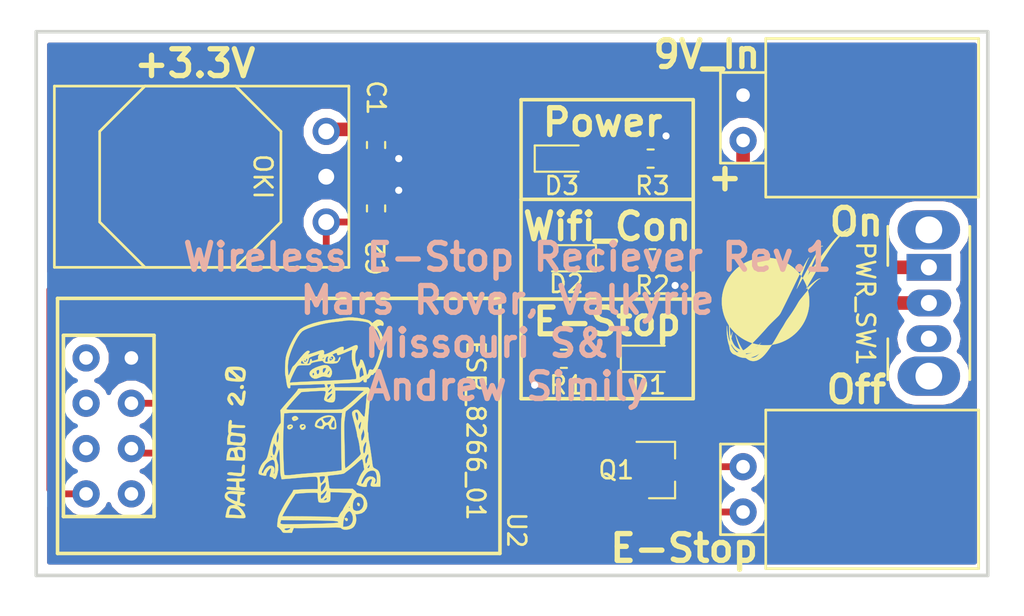
<source format=kicad_pcb>
(kicad_pcb (version 20171130) (host pcbnew "(5.0.0)")

  (general
    (thickness 1.6)
    (drawings 24)
    (tracks 63)
    (zones 0)
    (modules 16)
    (nets 17)
  )

  (page A4)
  (layers
    (0 F.Cu signal)
    (31 B.Cu signal)
    (32 B.Adhes user)
    (33 F.Adhes user)
    (34 B.Paste user)
    (35 F.Paste user)
    (36 B.SilkS user)
    (37 F.SilkS user)
    (38 B.Mask user)
    (39 F.Mask user)
    (40 Dwgs.User user)
    (41 Cmts.User user)
    (42 Eco1.User user)
    (43 Eco2.User user)
    (44 Edge.Cuts user)
    (45 Margin user)
    (46 B.CrtYd user)
    (47 F.CrtYd user)
    (48 B.Fab user)
    (49 F.Fab user hide)
  )

  (setup
    (last_trace_width 0.762)
    (user_trace_width 0.381)
    (user_trace_width 0.762)
    (trace_clearance 0.2)
    (zone_clearance 0.508)
    (zone_45_only no)
    (trace_min 0.2)
    (segment_width 0.2)
    (edge_width 0.2)
    (via_size 0.8)
    (via_drill 0.4)
    (via_min_size 0.4)
    (via_min_drill 0.3)
    (uvia_size 0.3)
    (uvia_drill 0.1)
    (uvias_allowed no)
    (uvia_min_size 0.2)
    (uvia_min_drill 0.1)
    (pcb_text_width 0.3)
    (pcb_text_size 1.5 1.5)
    (mod_edge_width 0.15)
    (mod_text_size 1 1)
    (mod_text_width 0.15)
    (pad_size 1.524 1.524)
    (pad_drill 0.762)
    (pad_to_mask_clearance 0.2)
    (aux_axis_origin 0 0)
    (visible_elements 7FFFFFFF)
    (pcbplotparams
      (layerselection 0x010fc_ffffffff)
      (usegerberextensions false)
      (usegerberattributes false)
      (usegerberadvancedattributes false)
      (creategerberjobfile false)
      (excludeedgelayer true)
      (linewidth 0.100000)
      (plotframeref false)
      (viasonmask false)
      (mode 1)
      (useauxorigin false)
      (hpglpennumber 1)
      (hpglpenspeed 20)
      (hpglpendiameter 15.000000)
      (psnegative false)
      (psa4output false)
      (plotreference true)
      (plotvalue true)
      (plotinvisibletext false)
      (padsonsilk false)
      (subtractmaskfromsilk false)
      (outputformat 1)
      (mirror false)
      (drillshape 1)
      (scaleselection 1)
      (outputdirectory ""))
  )

  (net 0 "")
  (net 1 "Net-(C1-Pad1)")
  (net 2 GND)
  (net 3 +3V3)
  (net 4 "Net-(Conn1-Pad1)")
  (net 5 "Net-(Conn1-Pad2)")
  (net 6 "Net-(Conn2-Pad2)")
  (net 7 "Net-(D1-Pad1)")
  (net 8 "Net-(D1-Pad2)")
  (net 9 "Net-(D2-Pad2)")
  (net 10 "Net-(D2-Pad1)")
  (net 11 "Net-(U2-Pad7)")
  (net 12 "Net-(U2-Pad6)")
  (net 13 "Net-(U2-Pad4)")
  (net 14 "Net-(U2-Pad2)")
  (net 15 "Net-(D3-Pad1)")
  (net 16 "Net-(PWR_SW1-Pad3)")

  (net_class Default "This is the default net class."
    (clearance 0.2)
    (trace_width 0.25)
    (via_dia 0.8)
    (via_drill 0.4)
    (uvia_dia 0.3)
    (uvia_drill 0.1)
    (add_net +3V3)
    (add_net GND)
    (add_net "Net-(C1-Pad1)")
    (add_net "Net-(Conn1-Pad1)")
    (add_net "Net-(Conn1-Pad2)")
    (add_net "Net-(Conn2-Pad2)")
    (add_net "Net-(D1-Pad1)")
    (add_net "Net-(D1-Pad2)")
    (add_net "Net-(D2-Pad1)")
    (add_net "Net-(D2-Pad2)")
    (add_net "Net-(D3-Pad1)")
    (add_net "Net-(PWR_SW1-Pad3)")
    (add_net "Net-(U2-Pad2)")
    (add_net "Net-(U2-Pad4)")
    (add_net "Net-(U2-Pad6)")
    (add_net "Net-(U2-Pad7)")
  )

  (module Button_Switch_THT:SW_CuK_OS102011MA1QN1_SPDT_Angled (layer F.Cu) (tedit 5C7AD0DE) (tstamp 5CC4D5EA)
    (at 157.734 93.98 270)
    (descr "CuK miniature slide switch, OS series, SPDT, right angle, http://www.ckswitches.com/media/1428/os.pdf")
    (tags "switch SPDT")
    (path /5C7B6224)
    (fp_text reference PWR_SW1 (at 2.032 3.556 270 unlocked) (layer F.SilkS)
      (effects (font (size 1 1) (thickness 0.15)))
    )
    (fp_text value SW_Push_SPDT (at 1.7 7.7 270) (layer F.Fab)
      (effects (font (size 1 1) (thickness 0.15)))
    )
    (fp_text user %R (at 2.3 1.7 270) (layer F.Fab)
      (effects (font (size 0.5 0.5) (thickness 0.1)))
    )
    (fp_line (start -2.3 -2.2) (end 6.3 -2.2) (layer F.Fab) (width 0.1))
    (fp_line (start -2.3 -2.2) (end -2.3 2.2) (layer F.Fab) (width 0.1))
    (fp_line (start -2.3 2.2) (end 6.3 2.2) (layer F.Fab) (width 0.1))
    (fp_line (start 6.3 2.2) (end 6.3 -2.2) (layer F.Fab) (width 0.1))
    (fp_line (start 2 2.2) (end 2 6.2) (layer F.Fab) (width 0.1))
    (fp_line (start 2 6.2) (end 0 6.2) (layer F.Fab) (width 0.1))
    (fp_line (start 0 6.2) (end 0 2.2) (layer F.Fab) (width 0.1))
    (fp_line (start -2.3 -2.3) (end 6.3 -2.3) (layer F.SilkS) (width 0.15))
    (fp_line (start -2.3 2.3) (end -0.1 2.3) (layer F.SilkS) (width 0.15))
    (fp_line (start 4 2.3) (end 6.3 2.3) (layer F.SilkS) (width 0.15))
    (fp_line (start 7.7 -2.7) (end 7.7 6.7) (layer F.CrtYd) (width 0.05))
    (fp_line (start 7.7 6.7) (end -3.7 6.7) (layer F.CrtYd) (width 0.05))
    (fp_line (start -3.7 6.7) (end -3.7 -2.7) (layer F.CrtYd) (width 0.05))
    (fp_line (start -3.7 -2.7) (end 7.7 -2.7) (layer F.CrtYd) (width 0.05))
    (pad 1 thru_hole rect (at 0 0 270) (size 1.5 2.5) (drill 0.9) (layers *.Cu *.Mask)
      (net 6 "Net-(Conn2-Pad2)"))
    (pad 2 thru_hole oval (at 2 0 270) (size 1.5 2.5) (drill 0.9) (layers *.Cu *.Mask)
      (net 1 "Net-(C1-Pad1)"))
    (pad 3 thru_hole oval (at 4 0 270) (size 1.5 2.5) (drill 0.9) (layers *.Cu *.Mask)
      (net 16 "Net-(PWR_SW1-Pad3)"))
    (pad "" thru_hole oval (at -2.1 0 270) (size 2.2 3.5) (drill 1.5) (layers *.Cu *.Mask))
    (pad "" thru_hole oval (at 6.1 0 270) (size 2.2 3.5) (drill 1.5) (layers *.Cu *.Mask))
    (model ${KISYS3DMOD}/Button_Switch_THT.3dshapes/SW_CuK_OS102011MA1QN1_SPDT_Angled.wrl
      (at (xyz 0 0 0))
      (scale (xyz 1 1 1))
      (rotate (xyz 0 0 0))
    )
  )

  (module Capacitor_SMD:C_0603_1608Metric_Pad1.05x0.95mm_HandSolder (layer F.Cu) (tedit 5C7AC4C1) (tstamp 5CAB67F2)
    (at 126.746 87.122 270)
    (descr "Capacitor SMD 0603 (1608 Metric), square (rectangular) end terminal, IPC_7351 nominal with elongated pad for handsoldering. (Body size source: http://www.tortai-tech.com/upload/download/2011102023233369053.pdf), generated with kicad-footprint-generator")
    (tags "capacitor handsolder")
    (path /5C7DAFC1)
    (attr smd)
    (fp_text reference C1 (at -2.653 0 270 unlocked) (layer F.SilkS)
      (effects (font (size 1 1) (thickness 0.15)))
    )
    (fp_text value 10u (at 0 1.43 270 unlocked) (layer F.Fab)
      (effects (font (size 1 1) (thickness 0.15)))
    )
    (fp_line (start -0.8 0.4) (end -0.8 -0.4) (layer F.Fab) (width 0.1))
    (fp_line (start -0.8 -0.4) (end 0.8 -0.4) (layer F.Fab) (width 0.1))
    (fp_line (start 0.8 -0.4) (end 0.8 0.4) (layer F.Fab) (width 0.1))
    (fp_line (start 0.8 0.4) (end -0.8 0.4) (layer F.Fab) (width 0.1))
    (fp_line (start -0.171267 -0.51) (end 0.171267 -0.51) (layer F.SilkS) (width 0.12))
    (fp_line (start -0.171267 0.51) (end 0.171267 0.51) (layer F.SilkS) (width 0.12))
    (fp_line (start -1.65 0.73) (end -1.65 -0.73) (layer F.CrtYd) (width 0.05))
    (fp_line (start -1.65 -0.73) (end 1.65 -0.73) (layer F.CrtYd) (width 0.05))
    (fp_line (start 1.65 -0.73) (end 1.65 0.73) (layer F.CrtYd) (width 0.05))
    (fp_line (start 1.65 0.73) (end -1.65 0.73) (layer F.CrtYd) (width 0.05))
    (fp_text user %R (at 0 0 90) (layer F.Fab)
      (effects (font (size 0.4 0.4) (thickness 0.06)))
    )
    (pad 1 smd roundrect (at -0.875 0 270) (size 1.05 0.95) (layers F.Cu F.Paste F.Mask) (roundrect_rratio 0.25)
      (net 1 "Net-(C1-Pad1)"))
    (pad 2 smd roundrect (at 0.875 0 270) (size 1.05 0.95) (layers F.Cu F.Paste F.Mask) (roundrect_rratio 0.25)
      (net 2 GND))
    (model ${KISYS3DMOD}/Capacitor_SMD.3dshapes/C_0603_1608Metric.wrl
      (at (xyz 0 0 0))
      (scale (xyz 1 1 1))
      (rotate (xyz 0 0 0))
    )
  )

  (module Capacitor_SMD:C_0603_1608Metric_Pad1.05x0.95mm_HandSolder (layer F.Cu) (tedit 5B301BBE) (tstamp 5CAB4E93)
    (at 126.746 90.678 90)
    (descr "Capacitor SMD 0603 (1608 Metric), square (rectangular) end terminal, IPC_7351 nominal with elongated pad for handsoldering. (Body size source: http://www.tortai-tech.com/upload/download/2011102023233369053.pdf), generated with kicad-footprint-generator")
    (tags "capacitor handsolder")
    (path /5C7DCD6A)
    (attr smd)
    (fp_text reference C2 (at -2.794 0 270) (layer F.SilkS)
      (effects (font (size 1 1) (thickness 0.15)))
    )
    (fp_text value 10u (at 0 1.43 90) (layer F.Fab)
      (effects (font (size 1 1) (thickness 0.15)))
    )
    (fp_text user %R (at 0.268 0.381 90) (layer F.Fab)
      (effects (font (size 0.4 0.4) (thickness 0.06)))
    )
    (fp_line (start 1.65 0.73) (end -1.65 0.73) (layer F.CrtYd) (width 0.05))
    (fp_line (start 1.65 -0.73) (end 1.65 0.73) (layer F.CrtYd) (width 0.05))
    (fp_line (start -1.65 -0.73) (end 1.65 -0.73) (layer F.CrtYd) (width 0.05))
    (fp_line (start -1.65 0.73) (end -1.65 -0.73) (layer F.CrtYd) (width 0.05))
    (fp_line (start -0.171267 0.51) (end 0.171267 0.51) (layer F.SilkS) (width 0.12))
    (fp_line (start -0.171267 -0.51) (end 0.171267 -0.51) (layer F.SilkS) (width 0.12))
    (fp_line (start 0.8 0.4) (end -0.8 0.4) (layer F.Fab) (width 0.1))
    (fp_line (start 0.8 -0.4) (end 0.8 0.4) (layer F.Fab) (width 0.1))
    (fp_line (start -0.8 -0.4) (end 0.8 -0.4) (layer F.Fab) (width 0.1))
    (fp_line (start -0.8 0.4) (end -0.8 -0.4) (layer F.Fab) (width 0.1))
    (pad 2 smd roundrect (at 0.875 0 90) (size 1.05 0.95) (layers F.Cu F.Paste F.Mask) (roundrect_rratio 0.25)
      (net 2 GND))
    (pad 1 smd roundrect (at -0.875 0 90) (size 1.05 0.95) (layers F.Cu F.Paste F.Mask) (roundrect_rratio 0.25)
      (net 3 +3V3))
    (model ${KISYS3DMOD}/Capacitor_SMD.3dshapes/C_0603_1608Metric.wrl
      (at (xyz 0 0 0))
      (scale (xyz 1 1 1))
      (rotate (xyz 0 0 0))
    )
  )

  (module LED_SMD:LED_0603_1608Metric_Pad1.05x0.95mm_HandSolder (layer F.Cu) (tedit 5B4B45C9) (tstamp 5CAB4EC4)
    (at 142.127 99.106773)
    (descr "LED SMD 0603 (1608 Metric), square (rectangular) end terminal, IPC_7351 nominal, (Body size source: http://www.tortai-tech.com/upload/download/2011102023233369053.pdf), generated with kicad-footprint-generator")
    (tags "LED handsolder")
    (path /5C7DEADA)
    (attr smd)
    (fp_text reference D1 (at -0.098254 1.477227) (layer F.SilkS)
      (effects (font (size 1 1) (thickness 0.15)))
    )
    (fp_text value LED (at 2.949746 -0.046773) (layer F.Fab)
      (effects (font (size 1 1) (thickness 0.15)))
    )
    (fp_line (start 0.8 -0.4) (end -0.5 -0.4) (layer F.Fab) (width 0.1))
    (fp_line (start -0.5 -0.4) (end -0.8 -0.1) (layer F.Fab) (width 0.1))
    (fp_line (start -0.8 -0.1) (end -0.8 0.4) (layer F.Fab) (width 0.1))
    (fp_line (start -0.8 0.4) (end 0.8 0.4) (layer F.Fab) (width 0.1))
    (fp_line (start 0.8 0.4) (end 0.8 -0.4) (layer F.Fab) (width 0.1))
    (fp_line (start 0.8 -0.735) (end -1.66 -0.735) (layer F.SilkS) (width 0.12))
    (fp_line (start -1.66 -0.735) (end -1.66 0.735) (layer F.SilkS) (width 0.12))
    (fp_line (start -1.66 0.735) (end 0.8 0.735) (layer F.SilkS) (width 0.12))
    (fp_line (start -1.65 0.73) (end -1.65 -0.73) (layer F.CrtYd) (width 0.05))
    (fp_line (start -1.65 -0.73) (end 1.65 -0.73) (layer F.CrtYd) (width 0.05))
    (fp_line (start 1.65 -0.73) (end 1.65 0.73) (layer F.CrtYd) (width 0.05))
    (fp_line (start 1.65 0.73) (end -1.65 0.73) (layer F.CrtYd) (width 0.05))
    (fp_text user %R (at 0 0) (layer F.Fab)
      (effects (font (size 0.4 0.4) (thickness 0.06)))
    )
    (pad 1 smd roundrect (at -0.875 0) (size 1.05 0.95) (layers F.Cu F.Paste F.Mask) (roundrect_rratio 0.25)
      (net 7 "Net-(D1-Pad1)"))
    (pad 2 smd roundrect (at 0.875 0) (size 1.05 0.95) (layers F.Cu F.Paste F.Mask) (roundrect_rratio 0.25)
      (net 8 "Net-(D1-Pad2)"))
    (model ${KISYS3DMOD}/LED_SMD.3dshapes/LED_0603_1608Metric.wrl
      (at (xyz 0 0 0))
      (scale (xyz 1 1 1))
      (rotate (xyz 0 0 0))
    )
  )

  (module LED_SMD:LED_0603_1608Metric_Pad1.05x0.95mm_HandSolder (layer F.Cu) (tedit 5B4B45C9) (tstamp 5CAB4ED7)
    (at 137.414 93.472 180)
    (descr "LED SMD 0603 (1608 Metric), square (rectangular) end terminal, IPC_7351 nominal, (Body size source: http://www.tortai-tech.com/upload/download/2011102023233369053.pdf), generated with kicad-footprint-generator")
    (tags "LED handsolder")
    (path /5C7DFA15)
    (attr smd)
    (fp_text reference D2 (at 0 -1.43 180) (layer F.SilkS)
      (effects (font (size 1 1) (thickness 0.15)))
    )
    (fp_text value LED (at 3.048 -0.762 180) (layer F.Fab)
      (effects (font (size 1 1) (thickness 0.15)))
    )
    (fp_text user %R (at 0 0 180) (layer F.Fab)
      (effects (font (size 0.4 0.4) (thickness 0.06)))
    )
    (fp_line (start 1.65 0.73) (end -1.65 0.73) (layer F.CrtYd) (width 0.05))
    (fp_line (start 1.65 -0.73) (end 1.65 0.73) (layer F.CrtYd) (width 0.05))
    (fp_line (start -1.65 -0.73) (end 1.65 -0.73) (layer F.CrtYd) (width 0.05))
    (fp_line (start -1.65 0.73) (end -1.65 -0.73) (layer F.CrtYd) (width 0.05))
    (fp_line (start -1.66 0.735) (end 0.8 0.735) (layer F.SilkS) (width 0.12))
    (fp_line (start -1.66 -0.735) (end -1.66 0.735) (layer F.SilkS) (width 0.12))
    (fp_line (start 0.8 -0.735) (end -1.66 -0.735) (layer F.SilkS) (width 0.12))
    (fp_line (start 0.8 0.4) (end 0.8 -0.4) (layer F.Fab) (width 0.1))
    (fp_line (start -0.8 0.4) (end 0.8 0.4) (layer F.Fab) (width 0.1))
    (fp_line (start -0.8 -0.1) (end -0.8 0.4) (layer F.Fab) (width 0.1))
    (fp_line (start -0.5 -0.4) (end -0.8 -0.1) (layer F.Fab) (width 0.1))
    (fp_line (start 0.8 -0.4) (end -0.5 -0.4) (layer F.Fab) (width 0.1))
    (pad 2 smd roundrect (at 0.875 0 180) (size 1.05 0.95) (layers F.Cu F.Paste F.Mask) (roundrect_rratio 0.25)
      (net 9 "Net-(D2-Pad2)"))
    (pad 1 smd roundrect (at -0.875 0 180) (size 1.05 0.95) (layers F.Cu F.Paste F.Mask) (roundrect_rratio 0.25)
      (net 10 "Net-(D2-Pad1)"))
    (model ${KISYS3DMOD}/LED_SMD.3dshapes/LED_0603_1608Metric.wrl
      (at (xyz 0 0 0))
      (scale (xyz 1 1 1))
      (rotate (xyz 0 0 0))
    )
  )

  (module Package_TO_SOT_SMD:SOT-23 (layer F.Cu) (tedit 5A02FF57) (tstamp 5CAB4EEC)
    (at 142.748 105.344)
    (descr "SOT-23, Standard")
    (tags SOT-23)
    (path /5C7DA34B)
    (attr smd)
    (fp_text reference Q1 (at -2.54 0) (layer F.SilkS)
      (effects (font (size 1 1) (thickness 0.15)))
    )
    (fp_text value 2N7002 (at 0 2.5) (layer F.Fab)
      (effects (font (size 1 1) (thickness 0.15)))
    )
    (fp_text user %R (at 0 0 180) (layer F.Fab)
      (effects (font (size 0.5 0.5) (thickness 0.075)))
    )
    (fp_line (start -0.7 -0.95) (end -0.7 1.5) (layer F.Fab) (width 0.1))
    (fp_line (start -0.15 -1.52) (end 0.7 -1.52) (layer F.Fab) (width 0.1))
    (fp_line (start -0.7 -0.95) (end -0.15 -1.52) (layer F.Fab) (width 0.1))
    (fp_line (start 0.7 -1.52) (end 0.7 1.52) (layer F.Fab) (width 0.1))
    (fp_line (start -0.7 1.52) (end 0.7 1.52) (layer F.Fab) (width 0.1))
    (fp_line (start 0.76 1.58) (end 0.76 0.65) (layer F.SilkS) (width 0.12))
    (fp_line (start 0.76 -1.58) (end 0.76 -0.65) (layer F.SilkS) (width 0.12))
    (fp_line (start -1.7 -1.75) (end 1.7 -1.75) (layer F.CrtYd) (width 0.05))
    (fp_line (start 1.7 -1.75) (end 1.7 1.75) (layer F.CrtYd) (width 0.05))
    (fp_line (start 1.7 1.75) (end -1.7 1.75) (layer F.CrtYd) (width 0.05))
    (fp_line (start -1.7 1.75) (end -1.7 -1.75) (layer F.CrtYd) (width 0.05))
    (fp_line (start 0.76 -1.58) (end -1.4 -1.58) (layer F.SilkS) (width 0.12))
    (fp_line (start 0.76 1.58) (end -0.7 1.58) (layer F.SilkS) (width 0.12))
    (pad 1 smd rect (at -1 -0.95) (size 0.9 0.8) (layers F.Cu F.Paste F.Mask)
      (net 8 "Net-(D1-Pad2)"))
    (pad 2 smd rect (at -1 0.95) (size 0.9 0.8) (layers F.Cu F.Paste F.Mask)
      (net 5 "Net-(Conn1-Pad2)"))
    (pad 3 smd rect (at 1 0) (size 0.9 0.8) (layers F.Cu F.Paste F.Mask)
      (net 4 "Net-(Conn1-Pad1)"))
    (model ${KISYS3DMOD}/Package_TO_SOT_SMD.3dshapes/SOT-23.wrl
      (at (xyz 0 0 0))
      (scale (xyz 1 1 1))
      (rotate (xyz 0 0 0))
    )
  )

  (module Resistor_SMD:R_0603_1608Metric_Pad1.05x0.95mm_HandSolder (layer F.Cu) (tedit 5B301BBD) (tstamp 5CAB4EFD)
    (at 137.273 99.106773 180)
    (descr "Resistor SMD 0603 (1608 Metric), square (rectangular) end terminal, IPC_7351 nominal with elongated pad for handsoldering. (Body size source: http://www.tortai-tech.com/upload/download/2011102023233369053.pdf), generated with kicad-footprint-generator")
    (tags "resistor handsolder")
    (path /5C7D8A7C)
    (attr smd)
    (fp_text reference R1 (at -0.155746 -1.477227 180) (layer F.SilkS)
      (effects (font (size 1 1) (thickness 0.15)))
    )
    (fp_text value 500 (at 0.098254 -1.477227 180) (layer F.Fab)
      (effects (font (size 1 1) (thickness 0.15)))
    )
    (fp_line (start -0.8 0.4) (end -0.8 -0.4) (layer F.Fab) (width 0.1))
    (fp_line (start -0.8 -0.4) (end 0.8 -0.4) (layer F.Fab) (width 0.1))
    (fp_line (start 0.8 -0.4) (end 0.8 0.4) (layer F.Fab) (width 0.1))
    (fp_line (start 0.8 0.4) (end -0.8 0.4) (layer F.Fab) (width 0.1))
    (fp_line (start -0.171267 -0.51) (end 0.171267 -0.51) (layer F.SilkS) (width 0.12))
    (fp_line (start -0.171267 0.51) (end 0.171267 0.51) (layer F.SilkS) (width 0.12))
    (fp_line (start -1.65 0.73) (end -1.65 -0.73) (layer F.CrtYd) (width 0.05))
    (fp_line (start -1.65 -0.73) (end 1.65 -0.73) (layer F.CrtYd) (width 0.05))
    (fp_line (start 1.65 -0.73) (end 1.65 0.73) (layer F.CrtYd) (width 0.05))
    (fp_line (start 1.65 0.73) (end -1.65 0.73) (layer F.CrtYd) (width 0.05))
    (fp_text user %R (at 0 0 180) (layer F.Fab)
      (effects (font (size 0.4 0.4) (thickness 0.06)))
    )
    (pad 1 smd roundrect (at -0.875 0 180) (size 1.05 0.95) (layers F.Cu F.Paste F.Mask) (roundrect_rratio 0.25)
      (net 7 "Net-(D1-Pad1)"))
    (pad 2 smd roundrect (at 0.875 0 180) (size 1.05 0.95) (layers F.Cu F.Paste F.Mask) (roundrect_rratio 0.25)
      (net 2 GND))
    (model ${KISYS3DMOD}/Resistor_SMD.3dshapes/R_0603_1608Metric.wrl
      (at (xyz 0 0 0))
      (scale (xyz 1 1 1))
      (rotate (xyz 0 0 0))
    )
  )

  (module Resistor_SMD:R_0603_1608Metric_Pad1.05x0.95mm_HandSolder (layer F.Cu) (tedit 5B301BBD) (tstamp 5CAB4F0E)
    (at 142.24 93.472)
    (descr "Resistor SMD 0603 (1608 Metric), square (rectangular) end terminal, IPC_7351 nominal with elongated pad for handsoldering. (Body size source: http://www.tortai-tech.com/upload/download/2011102023233369053.pdf), generated with kicad-footprint-generator")
    (tags "resistor handsolder")
    (path /5C7E04DB)
    (attr smd)
    (fp_text reference R2 (at 0 1.524) (layer F.SilkS)
      (effects (font (size 1 1) (thickness 0.15)))
    )
    (fp_text value 500 (at 3.048 0) (layer F.Fab)
      (effects (font (size 1 1) (thickness 0.15)))
    )
    (fp_text user %R (at 0 0) (layer F.Fab)
      (effects (font (size 0.4 0.4) (thickness 0.06)))
    )
    (fp_line (start 1.65 0.73) (end -1.65 0.73) (layer F.CrtYd) (width 0.05))
    (fp_line (start 1.65 -0.73) (end 1.65 0.73) (layer F.CrtYd) (width 0.05))
    (fp_line (start -1.65 -0.73) (end 1.65 -0.73) (layer F.CrtYd) (width 0.05))
    (fp_line (start -1.65 0.73) (end -1.65 -0.73) (layer F.CrtYd) (width 0.05))
    (fp_line (start -0.171267 0.51) (end 0.171267 0.51) (layer F.SilkS) (width 0.12))
    (fp_line (start -0.171267 -0.51) (end 0.171267 -0.51) (layer F.SilkS) (width 0.12))
    (fp_line (start 0.8 0.4) (end -0.8 0.4) (layer F.Fab) (width 0.1))
    (fp_line (start 0.8 -0.4) (end 0.8 0.4) (layer F.Fab) (width 0.1))
    (fp_line (start -0.8 -0.4) (end 0.8 -0.4) (layer F.Fab) (width 0.1))
    (fp_line (start -0.8 0.4) (end -0.8 -0.4) (layer F.Fab) (width 0.1))
    (pad 2 smd roundrect (at 0.875 0) (size 1.05 0.95) (layers F.Cu F.Paste F.Mask) (roundrect_rratio 0.25)
      (net 2 GND))
    (pad 1 smd roundrect (at -0.875 0) (size 1.05 0.95) (layers F.Cu F.Paste F.Mask) (roundrect_rratio 0.25)
      (net 10 "Net-(D2-Pad1)"))
    (model ${KISYS3DMOD}/Resistor_SMD.3dshapes/R_0603_1608Metric.wrl
      (at (xyz 0 0 0))
      (scale (xyz 1 1 1))
      (rotate (xyz 0 0 0))
    )
  )

  (module MRDT_Devices:OKI_Horizontal (layer F.Cu) (tedit 5C7AC6A7) (tstamp 5CAB4F2D)
    (at 125.222 83.82 270)
    (tags OKI)
    (path /5C7DAAFA)
    (fp_text reference U1 (at 2.54 -1.27 270) (layer F.Fab) hide
      (effects (font (size 1 1) (thickness 0.15)))
    )
    (fp_text value OKI (at 5.08 4.826 270 unlocked) (layer F.SilkS)
      (effects (font (size 1 1) (thickness 0.15)))
    )
    (fp_line (start 7.62 3.81) (end 10.16 6.35) (layer F.SilkS) (width 0.15))
    (fp_line (start 10.16 6.35) (end 10.16 11.43) (layer F.SilkS) (width 0.15))
    (fp_line (start 10.16 11.43) (end 7.62 13.97) (layer F.SilkS) (width 0.15))
    (fp_line (start 7.62 13.97) (end 2.54 13.97) (layer F.SilkS) (width 0.15))
    (fp_line (start 2.54 13.97) (end 0 11.43) (layer F.SilkS) (width 0.15))
    (fp_line (start 0 11.43) (end 0 6.35) (layer F.SilkS) (width 0.15))
    (fp_line (start 0 6.35) (end 2.54 3.81) (layer F.SilkS) (width 0.15))
    (fp_line (start 2.54 3.81) (end 7.62 3.81) (layer F.SilkS) (width 0.15))
    (fp_line (start 0 16.51) (end 10.16 16.51) (layer F.SilkS) (width 0.15))
    (fp_line (start 0 0) (end 10.16 0) (layer F.SilkS) (width 0.15))
    (fp_line (start 10.16 0) (end 10.16 16.51) (layer F.SilkS) (width 0.15))
    (fp_line (start 0 16.51) (end 0 0) (layer F.SilkS) (width 0.15))
    (pad 1 thru_hole circle (at 2.54 1.27 270) (size 1.524 1.524) (drill 0.889) (layers *.Cu *.Mask)
      (net 1 "Net-(C1-Pad1)"))
    (pad 2 thru_hole circle (at 5.08 1.27 270) (size 1.524 1.524) (drill 0.889) (layers *.Cu *.Mask)
      (net 2 GND))
    (pad 3 thru_hole circle (at 7.62 1.27 270) (size 1.524 1.524) (drill 0.889) (layers *.Cu *.Mask)
      (net 3 +3V3))
  )

  (module WirelessEStop:ESP8266-01 (layer F.Cu) (tedit 5C19AF65) (tstamp 5CAB4F49)
    (at 110.49 106.68 90)
    (path /5C7D874C)
    (fp_text reference U2 (at -2.032 24.13 270 unlocked) (layer F.SilkS)
      (effects (font (size 1 1) (thickness 0.15)))
    )
    (fp_text value ESP_8266_01 (at 3.556 21.844 270 unlocked) (layer F.SilkS)
      (effects (font (size 1 1) (thickness 0.15)))
    )
    (fp_text user GND (at 7.62 3.556 90) (layer F.Fab)
      (effects (font (size 0.25 0.25) (thickness 0.04)))
    )
    (fp_text user GPIO-2 (at 5.08 3.556 90) (layer F.Fab)
      (effects (font (size 0.25 0.25) (thickness 0.04)))
    )
    (fp_text user GPIO-0 (at 2.54 3.556 90) (layer F.Fab)
      (effects (font (size 0.25 0.25) (thickness 0.04)))
    )
    (fp_text user Rx (at 0 3.556 90) (layer F.Fab)
      (effects (font (size 0.25 0.25) (thickness 0.04)))
    )
    (fp_text user "Tx (GPIO-1)" (at 7.62 1.016 90) (layer F.Fab)
      (effects (font (size 0.25 0.25) (thickness 0.04)))
    )
    (fp_text user CH_EN (at 4.953 1.016 90) (layer F.Fab)
      (effects (font (size 0.25 0.25) (thickness 0.04)))
    )
    (fp_text user Reset (at 2.54 1.016 90) (layer F.Fab)
      (effects (font (size 0.25 0.25) (thickness 0.04)))
    )
    (fp_text user "VCC(3.3V)" (at 0 1.016 90) (layer F.Fab)
      (effects (font (size 0.25 0.25) (thickness 0.04)))
    )
    (fp_line (start -3.34 23.2) (end 10.96 23.2) (layer F.SilkS) (width 0.2))
    (fp_line (start 10.96 -1.6) (end 10.96 23.2) (layer F.SilkS) (width 0.2))
    (fp_line (start -3.34 -1.6) (end -3.34 23.2) (layer F.SilkS) (width 0.2))
    (fp_line (start -3.34 -1.6) (end 10.96 -1.6) (layer F.SilkS) (width 0.2))
    (fp_line (start 8.89 3.81) (end 8.89 -1.27) (layer F.SilkS) (width 0.2))
    (fp_line (start -1.27 3.81) (end 8.89 3.81) (layer F.SilkS) (width 0.2))
    (fp_line (start -1.27 -1.27) (end -1.27 3.81) (layer F.SilkS) (width 0.2))
    (fp_line (start -1.27 -1.27) (end 8.89 -1.27) (layer F.SilkS) (width 0.2))
    (pad 8 thru_hole circle (at 0 0 90) (size 1.524 1.524) (drill 0.762) (layers *.Cu *.Mask)
      (net 3 +3V3))
    (pad 7 thru_hole circle (at 0 2.54 90) (size 1.524 1.524) (drill 0.762) (layers *.Cu *.Mask)
      (net 11 "Net-(U2-Pad7)"))
    (pad 6 thru_hole circle (at 2.54 0 90) (size 1.524 1.524) (drill 0.762) (layers *.Cu *.Mask)
      (net 12 "Net-(U2-Pad6)"))
    (pad 5 thru_hole circle (at 2.54 2.54 90) (size 1.524 1.524) (drill 0.762) (layers *.Cu *.Mask)
      (net 8 "Net-(D1-Pad2)"))
    (pad 4 thru_hole circle (at 5.08 0 90) (size 1.524 1.524) (drill 0.762) (layers *.Cu *.Mask)
      (net 13 "Net-(U2-Pad4)"))
    (pad 3 thru_hole circle (at 5.08 2.54 90) (size 1.524 1.524) (drill 0.762) (layers *.Cu *.Mask)
      (net 9 "Net-(D2-Pad2)"))
    (pad 2 thru_hole circle (at 7.62 0 90) (size 1.524 1.524) (drill 0.762) (layers *.Cu *.Mask)
      (net 14 "Net-(U2-Pad2)"))
    (pad 1 thru_hole circle (at 7.62 2.54 90) (size 1.524 1.524) (drill 0.762) (layers *.Cu *.Mask)
      (net 2 GND))
  )

  (module WirelessEStop:MOLEX_SL_02_Horizontal_NoHole (layer F.Cu) (tedit 5C7AC692) (tstamp 5CC4BA42)
    (at 147.32 106.426 270)
    (path /5C7DA626)
    (fp_text reference Conn1 (at 0 2.032 270) (layer F.Fab) hide
      (effects (font (size 1 1) (thickness 0.15)))
    )
    (fp_text value E-Stop_to_BMS (at -0.254 2.032 270) (layer F.Fab)
      (effects (font (size 1 1) (thickness 0.15)))
    )
    (fp_line (start -2.54 1.27) (end -2.54 -1.27) (layer F.SilkS) (width 0.15))
    (fp_line (start 2.54 -1.27) (end 2.54 1.27) (layer F.SilkS) (width 0.15))
    (fp_line (start -4.445 -1.27) (end -4.445 -13.208) (layer F.SilkS) (width 0.15))
    (fp_line (start -4.445 -13.208) (end 4.445 -13.208) (layer F.SilkS) (width 0.15))
    (fp_line (start 2.54 1.27) (end -2.54 1.27) (layer F.SilkS) (width 0.15))
    (fp_line (start 4.445 -1.27) (end 4.445 -13.208) (layer F.SilkS) (width 0.15))
    (fp_line (start -4.445 -1.27) (end 4.445 -1.27) (layer F.SilkS) (width 0.15))
    (pad 2 thru_hole circle (at 1.27 0 270) (size 1.524 1.524) (drill 0.762) (layers *.Cu *.Mask)
      (net 5 "Net-(Conn1-Pad2)"))
    (pad 1 thru_hole circle (at -1.27 0 270) (size 1.524 1.524) (drill 0.762) (layers *.Cu *.Mask)
      (net 4 "Net-(Conn1-Pad1)"))
  )

  (module WirelessEStop:MOLEX_SL_02_Horizontal_NoHole (layer F.Cu) (tedit 5C7AC698) (tstamp 5CC4BA4E)
    (at 147.32 85.598 270)
    (path /5C7DA9BE)
    (fp_text reference Conn2 (at 0.254 2.032 270) (layer F.Fab) hide
      (effects (font (size 1 1) (thickness 0.15)))
    )
    (fp_text value "9V Battery" (at 0 2.032 270 unlocked) (layer F.Fab)
      (effects (font (size 1 1) (thickness 0.15)))
    )
    (fp_line (start -4.445 -1.27) (end 4.445 -1.27) (layer F.SilkS) (width 0.15))
    (fp_line (start 4.445 -1.27) (end 4.445 -13.208) (layer F.SilkS) (width 0.15))
    (fp_line (start 2.54 1.27) (end -2.54 1.27) (layer F.SilkS) (width 0.15))
    (fp_line (start -4.445 -13.208) (end 4.445 -13.208) (layer F.SilkS) (width 0.15))
    (fp_line (start -4.445 -1.27) (end -4.445 -13.208) (layer F.SilkS) (width 0.15))
    (fp_line (start 2.54 -1.27) (end 2.54 1.27) (layer F.SilkS) (width 0.15))
    (fp_line (start -2.54 1.27) (end -2.54 -1.27) (layer F.SilkS) (width 0.15))
    (pad 1 thru_hole circle (at -1.27 0 270) (size 1.524 1.524) (drill 0.762) (layers *.Cu *.Mask)
      (net 2 GND))
    (pad 2 thru_hole circle (at 1.27 0 270) (size 1.524 1.524) (drill 0.762) (layers *.Cu *.Mask)
      (net 6 "Net-(Conn2-Pad2)"))
  )

  (module LED_SMD:LED_0603_1608Metric_Pad1.05x0.95mm_HandSolder (layer F.Cu) (tedit 5B4B45C9) (tstamp 5CC4C425)
    (at 137.301 87.884)
    (descr "LED SMD 0603 (1608 Metric), square (rectangular) end terminal, IPC_7351 nominal, (Body size source: http://www.tortai-tech.com/upload/download/2011102023233369053.pdf), generated with kicad-footprint-generator")
    (tags "LED handsolder")
    (path /5C7B39A9)
    (attr smd)
    (fp_text reference D3 (at -0.141 1.524) (layer F.SilkS)
      (effects (font (size 1 1) (thickness 0.15)))
    )
    (fp_text value LED (at 0 1.43) (layer F.Fab)
      (effects (font (size 1 1) (thickness 0.15)))
    )
    (fp_line (start 0.8 -0.4) (end -0.5 -0.4) (layer F.Fab) (width 0.1))
    (fp_line (start -0.5 -0.4) (end -0.8 -0.1) (layer F.Fab) (width 0.1))
    (fp_line (start -0.8 -0.1) (end -0.8 0.4) (layer F.Fab) (width 0.1))
    (fp_line (start -0.8 0.4) (end 0.8 0.4) (layer F.Fab) (width 0.1))
    (fp_line (start 0.8 0.4) (end 0.8 -0.4) (layer F.Fab) (width 0.1))
    (fp_line (start 0.8 -0.735) (end -1.66 -0.735) (layer F.SilkS) (width 0.12))
    (fp_line (start -1.66 -0.735) (end -1.66 0.735) (layer F.SilkS) (width 0.12))
    (fp_line (start -1.66 0.735) (end 0.8 0.735) (layer F.SilkS) (width 0.12))
    (fp_line (start -1.65 0.73) (end -1.65 -0.73) (layer F.CrtYd) (width 0.05))
    (fp_line (start -1.65 -0.73) (end 1.65 -0.73) (layer F.CrtYd) (width 0.05))
    (fp_line (start 1.65 -0.73) (end 1.65 0.73) (layer F.CrtYd) (width 0.05))
    (fp_line (start 1.65 0.73) (end -1.65 0.73) (layer F.CrtYd) (width 0.05))
    (fp_text user %R (at 0 0) (layer F.Fab)
      (effects (font (size 0.4 0.4) (thickness 0.06)))
    )
    (pad 1 smd roundrect (at -0.875 0) (size 1.05 0.95) (layers F.Cu F.Paste F.Mask) (roundrect_rratio 0.25)
      (net 15 "Net-(D3-Pad1)"))
    (pad 2 smd roundrect (at 0.875 0) (size 1.05 0.95) (layers F.Cu F.Paste F.Mask) (roundrect_rratio 0.25)
      (net 3 +3V3))
    (model ${KISYS3DMOD}/LED_SMD.3dshapes/LED_0603_1608Metric.wrl
      (at (xyz 0 0 0))
      (scale (xyz 1 1 1))
      (rotate (xyz 0 0 0))
    )
  )

  (module Resistor_SMD:R_0603_1608Metric_Pad1.05x0.95mm_HandSolder (layer F.Cu) (tedit 5B301BBD) (tstamp 5CC4C436)
    (at 142.137001 87.884)
    (descr "Resistor SMD 0603 (1608 Metric), square (rectangular) end terminal, IPC_7351 nominal with elongated pad for handsoldering. (Body size source: http://www.tortai-tech.com/upload/download/2011102023233369053.pdf), generated with kicad-footprint-generator")
    (tags "resistor handsolder")
    (path /5C7B39B7)
    (attr smd)
    (fp_text reference R3 (at 0.102999 1.524) (layer F.SilkS)
      (effects (font (size 1 1) (thickness 0.15)))
    )
    (fp_text value 500 (at 0 1.43) (layer F.Fab)
      (effects (font (size 1 1) (thickness 0.15)))
    )
    (fp_line (start -0.8 0.4) (end -0.8 -0.4) (layer F.Fab) (width 0.1))
    (fp_line (start -0.8 -0.4) (end 0.8 -0.4) (layer F.Fab) (width 0.1))
    (fp_line (start 0.8 -0.4) (end 0.8 0.4) (layer F.Fab) (width 0.1))
    (fp_line (start 0.8 0.4) (end -0.8 0.4) (layer F.Fab) (width 0.1))
    (fp_line (start -0.171267 -0.51) (end 0.171267 -0.51) (layer F.SilkS) (width 0.12))
    (fp_line (start -0.171267 0.51) (end 0.171267 0.51) (layer F.SilkS) (width 0.12))
    (fp_line (start -1.65 0.73) (end -1.65 -0.73) (layer F.CrtYd) (width 0.05))
    (fp_line (start -1.65 -0.73) (end 1.65 -0.73) (layer F.CrtYd) (width 0.05))
    (fp_line (start 1.65 -0.73) (end 1.65 0.73) (layer F.CrtYd) (width 0.05))
    (fp_line (start 1.65 0.73) (end -1.65 0.73) (layer F.CrtYd) (width 0.05))
    (fp_text user %R (at 0 0) (layer F.Fab)
      (effects (font (size 0.4 0.4) (thickness 0.06)))
    )
    (pad 1 smd roundrect (at -0.875 0) (size 1.05 0.95) (layers F.Cu F.Paste F.Mask) (roundrect_rratio 0.25)
      (net 15 "Net-(D3-Pad1)"))
    (pad 2 smd roundrect (at 0.875 0) (size 1.05 0.95) (layers F.Cu F.Paste F.Mask) (roundrect_rratio 0.25)
      (net 2 GND))
    (model ${KISYS3DMOD}/Resistor_SMD.3dshapes/R_0603_1608Metric.wrl
      (at (xyz 0 0 0))
      (scale (xyz 1 1 1))
      (rotate (xyz 0 0 0))
    )
  )

  (module MRDT_Silkscreens:MRDT_Logo_7.5mm (layer F.Cu) (tedit 5AA4CF2C) (tstamp 5CC4FFEB)
    (at 149.86 95.504)
    (tags "Logo, MRDT")
    (fp_text reference G*** (at -1.0922 4.2418) (layer Dwgs.User) hide
      (effects (font (size 0.2 0.2) (thickness 0.05)))
    )
    (fp_text value LOGO (at -1.397 -2.5654) (layer Dwgs.User) hide
      (effects (font (size 0.2 0.2) (thickness 0.05)))
    )
    (fp_poly (pts (xy 3.612401 -3.730434) (xy 3.6613 -3.723382) (xy 3.701114 -3.711807) (xy 3.707187 -3.709178)
      (xy 3.731558 -3.697884) (xy 3.709147 -3.701675) (xy 3.631145 -3.710423) (xy 3.558085 -3.70984)
      (xy 3.493284 -3.699963) (xy 3.490608 -3.699299) (xy 3.415095 -3.674466) (xy 3.336405 -3.637255)
      (xy 3.25427 -3.587447) (xy 3.168422 -3.524823) (xy 3.078592 -3.449166) (xy 2.984511 -3.360257)
      (xy 2.885912 -3.257876) (xy 2.782526 -3.141807) (xy 2.731008 -3.081032) (xy 2.68328 -3.023388)
      (xy 2.637682 -2.967177) (xy 2.593501 -2.911366) (xy 2.550022 -2.854921) (xy 2.50653 -2.796809)
      (xy 2.462311 -2.735999) (xy 2.41665 -2.671457) (xy 2.368832 -2.602149) (xy 2.318144 -2.527044)
      (xy 2.26387 -2.445107) (xy 2.205296 -2.355307) (xy 2.141708 -2.256611) (xy 2.072391 -2.147984)
      (xy 1.996629 -2.028395) (xy 1.932962 -1.927412) (xy 1.787775 -1.693288) (xy 1.648132 -1.461188)
      (xy 1.516277 -1.234858) (xy 1.483092 -1.176618) (xy 1.453103 -1.123999) (xy 1.418358 -1.06348)
      (xy 1.38172 -1.000015) (xy 1.346048 -0.93856) (xy 1.314748 -0.884999) (xy 1.283574 -0.831559)
      (xy 1.249377 -0.772377) (xy 1.214797 -0.712058) (xy 1.182473 -0.655206) (xy 1.155045 -0.606426)
      (xy 1.154168 -0.604852) (xy 1.130513 -0.562485) (xy 1.108072 -0.522426) (xy 1.088339 -0.487332)
      (xy 1.072806 -0.459857) (xy 1.062966 -0.442655) (xy 1.062657 -0.442122) (xy 1.043864 -0.409862)
      (xy 1.014862 -0.486946) (xy 0.99965 -0.525069) (xy 0.980739 -0.568853) (xy 0.959075 -0.616436)
      (xy 0.935609 -0.665958) (xy 0.911289 -0.715557) (xy 0.887064 -0.763372) (xy 0.863882 -0.807541)
      (xy 0.842693 -0.846203) (xy 0.824444 -0.877497) (xy 0.810086 -0.899561) (xy 0.800566 -0.910535)
      (xy 0.798498 -0.911412) (xy 0.793478 -0.905166) (xy 0.782703 -0.887847) (xy 0.767415 -0.86158)
      (xy 0.748857 -0.828494) (xy 0.73192 -0.797486) (xy 0.704572 -0.747039) (xy 0.675246 -0.69329)
      (xy 0.644836 -0.637843) (xy 0.614235 -0.582304) (xy 0.584335 -0.528278) (xy 0.556031 -0.477371)
      (xy 0.530214 -0.431188) (xy 0.507779 -0.391334) (xy 0.489618 -0.359415) (xy 0.476625 -0.337036)
      (xy 0.469692 -0.325803) (xy 0.469054 -0.324971) (xy 0.468536 -0.32825) (xy 0.472507 -0.342979)
      (xy 0.480212 -0.366617) (xy 0.487918 -0.388471) (xy 0.506633 -0.439894) (xy 0.527437 -0.496621)
      (xy 0.549734 -0.557068) (xy 0.57293 -0.619652) (xy 0.596431 -0.682788) (xy 0.619641 -0.744894)
      (xy 0.641967 -0.804384) (xy 0.662814 -0.859676) (xy 0.681586 -0.909186) (xy 0.69769 -0.951329)
      (xy 0.710531 -0.984523) (xy 0.719513 -1.007183) (xy 0.724044 -1.017725) (xy 0.724364 -1.018241)
      (xy 0.730665 -1.01532) (xy 0.742484 -1.002243) (xy 0.757556 -0.981609) (xy 0.761756 -0.975286)
      (xy 0.777339 -0.952255) (xy 0.790039 -0.935112) (xy 0.797585 -0.926881) (xy 0.798362 -0.926567)
      (xy 0.803092 -0.932927) (xy 0.813726 -0.950623) (xy 0.8292 -0.977776) (xy 0.848451 -1.012506)
      (xy 0.870416 -1.05293) (xy 0.881529 -1.073652) (xy 0.9077 -1.122381) (xy 0.939035 -1.18028)
      (xy 0.973418 -1.243472) (xy 1.008736 -1.308077) (xy 1.042876 -1.370217) (xy 1.063599 -1.407747)
      (xy 1.09368 -1.462187) (xy 1.129015 -1.526288) (xy 1.167706 -1.596597) (xy 1.207853 -1.669659)
      (xy 1.247556 -1.742018) (xy 1.284916 -1.81022) (xy 1.297941 -1.83403) (xy 1.358475 -1.943859)
      (xy 1.417934 -2.050029) (xy 1.475673 -2.151456) (xy 1.531048 -2.247063) (xy 1.583416 -2.335766)
      (xy 1.632132 -2.416488) (xy 1.676552 -2.488146) (xy 1.716032 -2.54966) (xy 1.749928 -2.599949)
      (xy 1.775531 -2.635248) (xy 1.811393 -2.678491) (xy 1.843378 -2.709582) (xy 1.870954 -2.728225)
      (xy 1.893593 -2.734125) (xy 1.910763 -2.726985) (xy 1.918742 -2.715208) (xy 1.926137 -2.695252)
      (xy 1.92741 -2.68352) (xy 1.923201 -2.681953) (xy 1.914152 -2.692494) (xy 1.912242 -2.695524)
      (xy 1.897827 -2.713034) (xy 1.884433 -2.717928) (xy 1.884256 -2.717896) (xy 1.870216 -2.708935)
      (xy 1.850771 -2.686557) (xy 1.826158 -2.651183) (xy 1.796612 -2.603231) (xy 1.76237 -2.54312)
      (xy 1.723669 -2.471271) (xy 1.680743 -2.388102) (xy 1.63383 -2.294032) (xy 1.583167 -2.18948)
      (xy 1.565086 -2.15153) (xy 1.547279 -2.113587) (xy 1.525545 -2.066587) (xy 1.500431 -2.011761)
      (xy 1.472484 -1.950338) (xy 1.442249 -1.883547) (xy 1.410275 -1.812617) (xy 1.377108 -1.738779)
      (xy 1.343295 -1.663261) (xy 1.309383 -1.587293) (xy 1.275918 -1.512105) (xy 1.243448 -1.438926)
      (xy 1.212519 -1.368986) (xy 1.183679 -1.303513) (xy 1.157473 -1.243739) (xy 1.13445 -1.190891)
      (xy 1.115155 -1.1462) (xy 1.100136 -1.110894) (xy 1.089939 -1.086205) (xy 1.085112 -1.07336)
      (xy 1.084829 -1.071779) (xy 1.089402 -1.077124) (xy 1.101115 -1.093233) (xy 1.118807 -1.118441)
      (xy 1.14132 -1.151086) (xy 1.167497 -1.189506) (xy 1.187823 -1.219605) (xy 1.221708 -1.269646)
      (xy 1.261824 -1.328364) (xy 1.307148 -1.394295) (xy 1.356656 -1.465976) (xy 1.409323 -1.541943)
      (xy 1.464127 -1.620735) (xy 1.520042 -1.700889) (xy 1.576045 -1.78094) (xy 1.631112 -1.859427)
      (xy 1.684219 -1.934886) (xy 1.734341 -2.005855) (xy 1.780456 -2.07087) (xy 1.821539 -2.128469)
      (xy 1.856566 -2.177188) (xy 1.884513 -2.215565) (xy 1.892397 -2.226236) (xy 2.028769 -2.407571)
      (xy 2.158821 -2.575797) (xy 2.282835 -2.731208) (xy 2.401093 -2.874097) (xy 2.513877 -3.004759)
      (xy 2.621469 -3.123487) (xy 2.724151 -3.230576) (xy 2.822204 -3.32632) (xy 2.915912 -3.411013)
      (xy 3.005555 -3.484948) (xy 3.091416 -3.54842) (xy 3.173777 -3.601723) (xy 3.25292 -3.645151)
      (xy 3.253441 -3.64541) (xy 3.312435 -3.673565) (xy 3.362646 -3.694701) (xy 3.40775 -3.710041)
      (xy 3.451427 -3.72081) (xy 3.497354 -3.728231) (xy 3.505245 -3.729199) (xy 3.558891 -3.732522)
      (xy 3.612401 -3.730434)) (layer F.SilkS) (width 0.01))
    (fp_poly (pts (xy 0.463176 -0.31003) (xy 0.459441 -0.306294) (xy 0.455706 -0.31003) (xy 0.459441 -0.313765)
      (xy 0.463176 -0.31003)) (layer F.SilkS) (width 0.01))
    (fp_poly (pts (xy 1.164063 -2.064908) (xy 1.160151 -2.055904) (xy 1.147428 -2.03675) (xy 1.140129 -2.026415)
      (xy 1.126475 -2.006259) (xy 1.113096 -1.984136) (xy 1.099154 -1.958276) (xy 1.083809 -1.92691)
      (xy 1.066222 -1.888269) (xy 1.045552 -1.840584) (xy 1.020961 -1.782085) (xy 0.999068 -1.729148)
      (xy 0.980449 -1.68344) (xy 0.957485 -1.626311) (xy 0.931172 -1.560296) (xy 0.902506 -1.487927)
      (xy 0.872482 -1.41174) (xy 0.842095 -1.334267) (xy 0.812342 -1.258042) (xy 0.784218 -1.185599)
      (xy 0.758719 -1.119472) (xy 0.736839 -1.062195) (xy 0.732486 -1.050704) (xy 0.724422 -1.029377)
      (xy 0.682519 -1.086756) (xy 0.663992 -1.110745) (xy 0.648348 -1.128455) (xy 0.637751 -1.137567)
      (xy 0.634736 -1.137964) (xy 0.630556 -1.130337) (xy 0.620451 -1.110382) (xy 0.604977 -1.079232)
      (xy 0.584689 -1.038024) (xy 0.560142 -0.98789) (xy 0.531892 -0.929967) (xy 0.500492 -0.865388)
      (xy 0.466499 -0.795289) (xy 0.430468 -0.720803) (xy 0.416089 -0.69103) (xy 0.333305 -0.519637)
      (xy 0.256487 -0.360809) (xy 0.185181 -0.213618) (xy 0.118932 -0.077138) (xy 0.057289 0.04956)
      (xy -0.000204 0.167402) (xy -0.053998 0.277316) (xy -0.104549 0.380229) (xy -0.15231 0.477068)
      (xy -0.197733 0.568761) (xy -0.241273 0.656236) (xy -0.283383 0.740418) (xy -0.307353 0.788147)
      (xy -0.33984 0.853124) (xy -0.367581 0.908983) (xy -0.391563 0.957004) (xy -0.412772 0.998471)
      (xy -0.432195 1.034667) (xy -0.450819 1.066873) (xy -0.469629 1.096373) (xy -0.489613 1.124449)
      (xy -0.511758 1.152384) (xy -0.53705 1.18146) (xy -0.566475 1.21296) (xy -0.601021 1.248166)
      (xy -0.641673 1.288362) (xy -0.689418 1.334829) (xy -0.745244 1.38885) (xy -0.810137 1.451708)
      (xy -0.840442 1.481159) (xy -0.895103 1.534645) (xy -0.948581 1.587532) (xy -0.99948 1.638402)
      (xy -1.046404 1.685837) (xy -1.087958 1.728419) (xy -1.122747 1.764728) (xy -1.149375 1.793346)
      (xy -1.164875 1.810953) (xy -1.207029 1.860518) (xy -1.258146 1.919126) (xy -1.31673 1.985148)
      (xy -1.381287 2.056958) (xy -1.450322 2.132925) (xy -1.522338 2.211423) (xy -1.595843 2.290822)
      (xy -1.669339 2.369495) (xy -1.741334 2.445813) (xy -1.81033 2.518149) (xy -1.874834 2.584873)
      (xy -1.885389 2.595687) (xy -1.921087 2.632312) (xy -1.952961 2.665212) (xy -1.979633 2.692949)
      (xy -1.999727 2.714087) (xy -2.011863 2.727185) (xy -2.014911 2.730919) (xy -2.005728 2.73419)
      (xy -1.984924 2.740175) (xy -1.95541 2.748132) (xy -1.920101 2.757318) (xy -1.881911 2.766989)
      (xy -1.843751 2.776404) (xy -1.808537 2.78482) (xy -1.779181 2.791493) (xy -1.76784 2.793898)
      (xy -1.719861 2.802945) (xy -1.684993 2.807709) (xy -1.662058 2.808279) (xy -1.649878 2.804742)
      (xy -1.648075 2.80278) (xy -1.640937 2.795738) (xy -1.624787 2.781743) (xy -1.602335 2.763105)
      (xy -1.586001 2.749879) (xy -1.527736 2.703139) (xy -1.586692 2.758745) (xy -1.645649 2.814351)
      (xy -1.62031 2.818886) (xy -1.575397 2.825382) (xy -1.521567 2.830644) (xy -1.460857 2.834687)
      (xy -1.395309 2.837526) (xy -1.326961 2.839176) (xy -1.257854 2.839651) (xy -1.190026 2.838967)
      (xy -1.125519 2.837139) (xy -1.06637 2.834181) (xy -1.014621 2.830109) (xy -0.97231 2.824937)
      (xy -0.941478 2.81868) (xy -0.928118 2.813819) (xy -0.919576 2.805005) (xy -0.904457 2.784521)
      (xy -0.883566 2.753686) (xy -0.85771 2.713822) (xy -0.827694 2.666246) (xy -0.794323 2.61228)
      (xy -0.758403 2.553243) (xy -0.720741 2.490455) (xy -0.682141 2.425235) (xy -0.643409 2.358904)
      (xy -0.605351 2.292781) (xy -0.568772 2.228186) (xy -0.548927 2.192617) (xy -0.517435 2.136798)
      (xy -0.483613 2.078521) (xy -0.449432 2.021069) (xy -0.416864 1.967725) (xy -0.387881 1.921771)
      (xy -0.369453 1.893794) (xy -0.341883 1.851696) (xy -0.309864 1.800549) (xy -0.275918 1.744521)
      (xy -0.242565 1.687778) (xy -0.212325 1.634488) (xy -0.209299 1.629021) (xy -0.172173 1.56343)
      (xy -0.135664 1.502808) (xy -0.097147 1.44308) (xy -0.053995 1.380172) (xy -0.004688 1.311521)
      (xy 0.1009 1.163995) (xy 0.200677 1.01824) (xy 0.296963 0.870662) (xy 0.392078 0.717665)
      (xy 0.488341 0.555656) (xy 0.533072 0.478117) (xy 0.559914 0.431994) (xy 0.584339 0.392181)
      (xy 0.60855 0.355558) (xy 0.634748 0.319007) (xy 0.665134 0.279407) (xy 0.701911 0.233639)
      (xy 0.728136 0.201706) (xy 0.76433 0.157801) (xy 0.800332 0.114009) (xy 0.834101 0.072819)
      (xy 0.863594 0.036725) (xy 0.886771 0.008219) (xy 0.896418 -0.003736) (xy 0.919636 -0.032337)
      (xy 0.949033 -0.068102) (xy 0.981115 -0.106801) (xy 1.012392 -0.14421) (xy 1.017563 -0.150357)
      (xy 1.043029 -0.181192) (xy 1.064637 -0.208491) (xy 1.0807 -0.23003) (xy 1.08953 -0.243586)
      (xy 1.090706 -0.24667) (xy 1.088712 -0.257888) (xy 1.083584 -0.278276) (xy 1.076596 -0.303442)
      (xy 1.069025 -0.328996) (xy 1.062147 -0.350547) (xy 1.057237 -0.363702) (xy 1.056147 -0.365593)
      (xy 1.049624 -0.362568) (xy 1.035607 -0.351467) (xy 1.018223 -0.335711) (xy 1.000982 -0.320175)
      (xy 0.992912 -0.315027) (xy 0.994476 -0.320556) (xy 0.994888 -0.321236) (xy 1.005333 -0.339397)
      (xy 1.018182 -0.363249) (xy 1.023251 -0.373052) (xy 1.033446 -0.392215) (xy 1.039699 -0.399656)
      (xy 1.044622 -0.39708) (xy 1.04891 -0.389792) (xy 1.052931 -0.383679) (xy 1.058009 -0.381585)
      (xy 1.066065 -0.384709) (xy 1.079018 -0.394252) (xy 1.09879 -0.411415) (xy 1.1273 -0.437399)
      (xy 1.132094 -0.441805) (xy 1.216648 -0.518894) (xy 1.291976 -0.586126) (xy 1.359189 -0.644429)
      (xy 1.419401 -0.694731) (xy 1.473725 -0.737961) (xy 1.523273 -0.775046) (xy 1.569158 -0.806915)
      (xy 1.572558 -0.809171) (xy 1.633376 -0.846829) (xy 1.685417 -0.873636) (xy 1.728424 -0.889499)
      (xy 1.762137 -0.894328) (xy 1.786297 -0.88803) (xy 1.789206 -0.886025) (xy 1.797181 -0.879039)
      (xy 1.795696 -0.875628) (xy 1.782588 -0.874461) (xy 1.770124 -0.874297) (xy 1.736819 -0.869357)
      (xy 1.703773 -0.85355) (xy 1.702302 -0.852624) (xy 1.676136 -0.834136) (xy 1.642246 -0.807403)
      (xy 1.603386 -0.774832) (xy 1.56231 -0.73883) (xy 1.52177 -0.701804) (xy 1.484521 -0.666161)
      (xy 1.456764 -0.637973) (xy 1.433713 -0.613401) (xy 1.404511 -0.581898) (xy 1.370692 -0.545153)
      (xy 1.333788 -0.504854) (xy 1.295334 -0.462691) (xy 1.25686 -0.420352) (xy 1.219901 -0.379526)
      (xy 1.18599 -0.341902) (xy 1.156658 -0.309168) (xy 1.133439 -0.283014) (xy 1.117866 -0.265128)
      (xy 1.112758 -0.258976) (xy 1.096292 -0.238043) (xy 1.116498 -0.147036) (xy 1.133096 -0.06799)
      (xy 1.146002 0.004352) (xy 1.155704 0.074214) (xy 1.162691 0.145818) (xy 1.167451 0.223389)
      (xy 1.170472 0.311149) (xy 1.170727 0.321961) (xy 1.171663 0.44341) (xy 1.168408 0.554275)
      (xy 1.160573 0.658417) (xy 1.147772 0.7597) (xy 1.129618 0.861988) (xy 1.105969 0.968127)
      (xy 1.054257 1.150228) (xy 0.988882 1.32693) (xy 0.91037 1.497514) (xy 0.819249 1.661262)
      (xy 0.716043 1.817457) (xy 0.60128 1.96538) (xy 0.475485 2.104315) (xy 0.339184 2.233544)
      (xy 0.192904 2.352348) (xy 0.03717 2.46001) (xy -0.008257 2.488181) (xy -0.163293 2.574247)
      (xy -0.325471 2.649535) (xy -0.492306 2.713107) (xy -0.661313 2.764028) (xy -0.830008 2.801361)
      (xy -0.847912 2.804508) (xy -0.887183 2.812502) (xy -0.912522 2.820746) (xy -0.924744 2.829291)
      (xy -0.931521 2.838955) (xy -0.945482 2.859084) (xy -0.96535 2.887829) (xy -0.989847 2.923341)
      (xy -1.017698 2.963771) (xy -1.039672 2.995706) (xy -1.121656 3.112097) (xy -1.198779 3.215614)
      (xy -1.271883 3.307191) (xy -1.341809 3.387763) (xy -1.409399 3.458267) (xy -1.475493 3.519637)
      (xy -1.540933 3.572809) (xy -1.59032 3.608025) (xy -1.633847 3.634601) (xy -1.683955 3.660941)
      (xy -1.735892 3.684844) (xy -1.784905 3.70411) (xy -1.823205 3.715818) (xy -1.88447 3.726696)
      (xy -1.950764 3.731533) (xy -2.015575 3.730106) (xy -2.063326 3.724053) (xy -2.151856 3.699685)
      (xy -2.236703 3.660865) (xy -2.317753 3.607648) (xy -2.345809 3.58512) (xy -2.367465 3.568256)
      (xy -2.385093 3.559502) (xy -2.405134 3.556309) (xy -2.419379 3.556) (xy -2.519493 3.550132)
      (xy -2.621078 3.533187) (xy -2.645237 3.52663) (xy -2.093141 3.52663) (xy -2.082799 3.533117)
      (xy -2.073089 3.53615) (xy -2.058919 3.53778) (xy -2.034411 3.538579) (xy -2.00415 3.538428)
      (xy -1.994647 3.53818) (xy -1.951069 3.535033) (xy -1.91511 3.527795) (xy -1.884241 3.516998)
      (xy -1.833743 3.493941) (xy -1.788551 3.467537) (xy -1.744636 3.435018) (xy -1.697968 3.393617)
      (xy -1.681424 3.377677) (xy -1.657009 3.353355) (xy -1.638861 3.334429) (xy -1.628327 3.322375)
      (xy -1.626749 3.31867) (xy -1.628589 3.319637) (xy -1.705804 3.367594) (xy -1.772522 3.405837)
      (xy -1.829312 3.434692) (xy -1.83203 3.435954) (xy -1.872121 3.453138) (xy -1.918037 3.470698)
      (xy -1.965624 3.487239) (xy -2.010729 3.501362) (xy -2.049199 3.511673) (xy -2.069446 3.515793)
      (xy -2.088663 3.520702) (xy -2.093141 3.52663) (xy -2.645237 3.52663) (xy -2.720691 3.506152)
      (xy -2.81489 3.470012) (xy -2.900234 3.425755) (xy -2.922476 3.41178) (xy -2.948201 3.396812)
      (xy -2.973487 3.385178) (xy -2.988236 3.380522) (xy -3.007688 3.374744) (xy -3.035027 3.364305)
      (xy -3.064817 3.351306) (xy -3.069162 3.349265) (xy -3.128924 3.312747) (xy -3.12902 3.312656)
      (xy -2.401514 3.312656) (xy -2.399036 3.318579) (xy -2.392053 3.326587) (xy -2.390405 3.328342)
      (xy -2.381059 3.337558) (xy -2.371771 3.343256) (xy -2.359652 3.345522) (xy -2.341813 3.344445)
      (xy -2.315365 3.340111) (xy -2.277419 3.332608) (xy -2.273749 3.331863) (xy -2.243221 3.325056)
      (xy -2.208246 3.316299) (xy -2.171528 3.306392) (xy -2.135772 3.296135) (xy -2.103682 3.286328)
      (xy -2.07796 3.27777) (xy -2.061312 3.27126) (xy -2.05644 3.2676) (xy -2.056445 3.267594)
      (xy -2.064526 3.267563) (xy -2.083731 3.269831) (xy -2.110499 3.273946) (xy -2.121901 3.275897)
      (xy -2.154492 3.280856) (xy -2.196507 3.286143) (xy -2.242461 3.291119) (xy -2.285742 3.295051)
      (xy -2.331755 3.298806) (xy -2.364608 3.301894) (xy -2.386031 3.304864) (xy -2.397756 3.308268)
      (xy -2.401514 3.312656) (xy -3.12902 3.312656) (xy -3.180742 3.264122) (xy -3.224116 3.204235)
      (xy -3.258546 3.133936) (xy -3.283532 3.054069) (xy -3.298574 2.965484) (xy -3.299182 2.959584)
      (xy -3.304439 2.927459) (xy -3.31367 2.889367) (xy -3.324971 2.853073) (xy -3.326073 2.850029)
      (xy -3.355315 2.760027) (xy -3.359077 2.745441) (xy -3.213499 2.745441) (xy -3.210241 2.798876)
      (xy -3.206939 2.831415) (xy -3.200215 2.858094) (xy -3.187919 2.886007) (xy -3.178554 2.903464)
      (xy -3.114985 3.006287) (xy -3.045965 3.095608) (xy -2.971021 3.172014) (xy -2.939677 3.198769)
      (xy -2.894853 3.235081) (xy -2.846294 3.23045) (xy -2.821 3.227655) (xy -2.802338 3.224874)
      (xy -2.794623 3.222822) (xy -2.793022 3.22081) (xy -2.794448 3.218158) (xy -2.801249 3.213202)
      (xy -2.815773 3.204278) (xy -2.84037 3.189725) (xy -2.846294 3.186234) (xy -2.927943 3.131218)
      (xy -3.001257 3.066886) (xy -3.06743 2.991907) (xy -3.127655 2.90495) (xy -3.176366 2.818079)
      (xy -3.213499 2.745441) (xy -3.359077 2.745441) (xy -3.38189 2.656998) (xy -3.405441 2.542678)
      (xy -3.425607 2.4188) (xy -3.441343 2.29347) (xy -3.444776 2.254355) (xy -3.447656 2.206763)
      (xy -3.449967 2.152962) (xy -3.451694 2.095217) (xy -3.452822 2.035795) (xy -3.453333 1.976962)
      (xy -3.453213 1.920985) (xy -3.452445 1.87013) (xy -3.451013 1.826663) (xy -3.448902 1.792852)
      (xy -3.446095 1.770962) (xy -3.445031 1.766794) (xy -3.440914 1.755493) (xy -3.438626 1.75492)
      (xy -3.437525 1.766586) (xy -3.437071 1.78547) (xy -3.434645 1.844824) (xy -3.429418 1.915308)
      (xy -3.42183 1.993466) (xy -3.412323 2.075846) (xy -3.40134 2.158991) (xy -3.389322 2.239446)
      (xy -3.376711 2.313758) (xy -3.363948 2.378471) (xy -3.357768 2.405647) (xy -3.346354 2.451145)
      (xy -3.334256 2.496018) (xy -3.322165 2.538045) (xy -3.310772 2.575006) (xy -3.300769 2.604679)
      (xy -3.292846 2.624844) (xy -3.287694 2.633279) (xy -3.286934 2.633304) (xy -3.280072 2.621211)
      (xy -3.276642 2.597455) (xy -3.276638 2.564914) (xy -3.280056 2.526465) (xy -3.286889 2.484985)
      (xy -3.287221 2.483363) (xy -3.298042 2.427683) (xy -3.306836 2.374389) (xy -3.313809 2.320946)
      (xy -3.319171 2.264816) (xy -3.323128 2.203464) (xy -3.32589 2.134352) (xy -3.327663 2.054946)
      (xy -3.328532 1.979706) (xy -3.329696 1.834217) (xy -3.286694 1.834217) (xy -3.285976 1.863245)
      (xy -3.284494 1.89939) (xy -3.282378 1.940056) (xy -3.279757 1.982652) (xy -3.276761 2.024583)
      (xy -3.273521 2.063256) (xy -3.271464 2.084294) (xy -3.267314 2.119359) (xy -3.2618 2.159568)
      (xy -3.255412 2.201987) (xy -3.248642 2.243684) (xy -3.241979 2.281724) (xy -3.235914 2.313175)
      (xy -3.230938 2.335104) (xy -3.228062 2.343836) (xy -3.224028 2.340802) (xy -3.21663 2.325838)
      (xy -3.206877 2.301302) (xy -3.195781 2.269551) (xy -3.194416 2.265395) (xy -3.177609 2.215275)
      (xy -3.162579 2.173187) (xy -3.149895 2.140562) (xy -3.140125 2.118832) (xy -3.133838 2.109428)
      (xy -3.132449 2.109414) (xy -3.1327 2.117503) (xy -3.135676 2.137289) (xy -3.140883 2.165881)
      (xy -3.147829 2.200386) (xy -3.148529 2.203714) (xy -3.158067 2.250814) (xy -3.168227 2.30411)
      (xy -3.177529 2.355716) (xy -3.182315 2.383997) (xy -3.196858 2.473142) (xy -3.174157 2.538321)
      (xy -3.155162 2.588302) (xy -3.131672 2.64311) (xy -3.105668 2.698628) (xy -3.079126 2.750741)
      (xy -3.054025 2.795331) (xy -3.040013 2.817455) (xy -3.004388 2.864636) (xy -2.961157 2.91324)
      (xy -2.914848 2.958564) (xy -2.869992 2.995904) (xy -2.863778 3.000448) (xy -2.841167 3.015316)
      (xy -2.813324 3.031697) (xy -2.783231 3.048082) (xy -2.753873 3.062962) (xy -2.728232 3.07483)
      (xy -2.709292 3.082175) (xy -2.700037 3.08349) (xy -2.699855 3.083344) (xy -2.70123 3.075578)
      (xy -2.70769 3.057846) (xy -2.71792 3.033685) (xy -2.720193 3.028635) (xy -2.742249 2.977878)
      (xy -2.76706 2.917121) (xy -2.793002 2.850652) (xy -2.818451 2.782755) (xy -2.841782 2.717716)
      (xy -2.861371 2.659822) (xy -2.868571 2.637117) (xy -2.881021 2.595503) (xy -2.894453 2.54847)
      (xy -2.908264 2.498366) (xy -2.921849 2.44754) (xy -2.934602 2.398339) (xy -2.945921 2.353112)
      (xy -2.9552 2.314207) (xy -2.961835 2.283972) (xy -2.965221 2.264754) (xy -2.965529 2.260496)
      (xy -2.962805 2.263358) (xy -2.955207 2.278628) (xy -2.943377 2.304828) (xy -2.927958 2.340481)
      (xy -2.909591 2.384108) (xy -2.888919 2.434232) (xy -2.873271 2.472764) (xy -2.840464 2.553392)
      (xy -2.811619 2.622615) (xy -2.785519 2.683043) (xy -2.760943 2.737286) (xy -2.736674 2.787955)
      (xy -2.711494 2.837658) (xy -2.684184 2.889005) (xy -2.653525 2.944607) (xy -2.650213 2.95053)
      (xy -2.620416 3.003359) (xy -2.596649 3.044408) (xy -2.577924 3.075091) (xy -2.563253 3.096817)
      (xy -2.551649 3.110998) (xy -2.542122 3.119046) (xy -2.533686 3.122372) (xy -2.529705 3.122706)
      (xy -2.516165 3.118726) (xy -2.493855 3.107986) (xy -2.466253 3.092281) (xy -2.445506 3.079205)
      (xy -2.415054 3.058253) (xy -2.37734 3.030865) (xy -2.336579 3.000176) (xy -2.296982 2.969321)
      (xy -2.285938 2.960483) (xy -2.278777 2.954617) (xy -1.845236 2.954617) (xy -1.8415 2.958353)
      (xy -1.837765 2.954617) (xy -1.8415 2.950882) (xy -1.845236 2.954617) (xy -2.278777 2.954617)
      (xy -2.271067 2.948301) (xy -1.830294 2.948301) (xy -1.824584 2.946886) (xy -1.807514 2.935941)
      (xy -1.779178 2.915531) (xy -1.739668 2.885722) (xy -1.719632 2.870312) (xy -1.694473 2.850328)
      (xy -1.6749 2.833723) (xy -1.663209 2.822517) (xy -1.661025 2.818838) (xy -1.667605 2.822003)
      (xy -1.683251 2.832562) (xy -1.705387 2.848543) (xy -1.731435 2.867975) (xy -1.75882 2.888888)
      (xy -1.784963 2.909311) (xy -1.807289 2.927273) (xy -1.823221 2.940803) (xy -1.830182 2.947931)
      (xy -1.830294 2.948301) (xy -2.271067 2.948301) (xy -2.253783 2.934144) (xy -2.21848 2.904515)
      (xy -2.181737 2.873111) (xy -2.145267 2.841447) (xy -2.11078 2.811038) (xy -2.079986 2.783399)
      (xy -2.054596 2.760044) (xy -2.03632 2.742488) (xy -2.026869 2.732246) (xy -2.026015 2.730309)
      (xy -2.033488 2.727035) (xy -2.052216 2.719716) (xy -2.079415 2.70942) (xy -2.1123 2.697214)
      (xy -2.11398 2.696596) (xy -2.287979 2.624993) (xy -2.455944 2.540587) (xy -2.616867 2.444125)
      (xy -2.769739 2.336353) (xy -2.91355 2.218017) (xy -3.047293 2.089861) (xy -3.169958 1.952631)
      (xy -3.23817 1.865779) (xy -3.257034 1.841021) (xy -3.272593 1.821547) (xy -3.282724 1.809962)
      (xy -3.285316 1.807882) (xy -3.286517 1.814898) (xy -3.286694 1.834217) (xy -3.329696 1.834217)
      (xy -3.330475 1.736911) (xy -3.380425 1.654735) (xy -3.471597 1.490482) (xy -3.549438 1.319618)
      (xy -3.613976 1.14206) (xy -3.665239 0.957726) (xy -3.703255 0.766533) (xy -3.721278 0.635)
      (xy -3.724761 0.593396) (xy -3.727343 0.540292) (xy -3.729026 0.479102) (xy -3.729808 0.41324)
      (xy -3.729689 0.34612) (xy -3.72867 0.281155) (xy -3.726751 0.221761) (xy -3.723932 0.17135)
      (xy -3.721278 0.141941) (xy -3.691963 -0.054251) (xy -3.649205 -0.243927) (xy -3.59299 -0.427122)
      (xy -3.523304 -0.60387) (xy -3.440133 -0.774204) (xy -3.343463 -0.938159) (xy -3.23328 -1.095768)
      (xy -3.190695 -1.150471) (xy -3.152662 -1.19578) (xy -3.106335 -1.24746) (xy -3.054855 -1.302264)
      (xy -3.001364 -1.35695) (xy -2.949002 -1.408271) (xy -2.900913 -1.452983) (xy -2.879912 -1.471452)
      (xy -2.729663 -1.590718) (xy -2.571687 -1.697309) (xy -2.406549 -1.79098) (xy -2.234817 -1.871482)
      (xy -2.057058 -1.938569) (xy -1.873838 -1.991993) (xy -1.685723 -2.031509) (xy -1.550147 -2.050911)
      (xy -1.494552 -2.055942) (xy -1.428282 -2.059657) (xy -1.355217 -2.062028) (xy -1.279233 -2.063024)
      (xy -1.204209 -2.062615) (xy -1.134022 -2.060772) (xy -1.072551 -2.057463) (xy -1.042147 -2.054834)
      (xy -0.848681 -2.027744) (xy -0.661228 -1.986995) (xy -0.47963 -1.932521) (xy -0.303727 -1.864257)
      (xy -0.13336 -1.782135) (xy 0.03163 -1.686091) (xy 0.191403 -1.576059) (xy 0.276411 -1.510121)
      (xy 0.30902 -1.482505) (xy 0.347915 -1.447507) (xy 0.390829 -1.407365) (xy 0.435495 -1.364314)
      (xy 0.479646 -1.32059) (xy 0.521015 -1.278431) (xy 0.557335 -1.240073) (xy 0.58634 -1.207751)
      (xy 0.601382 -1.189524) (xy 0.617187 -1.169835) (xy 0.629341 -1.155893) (xy 0.635 -1.150853)
      (xy 0.639132 -1.157222) (xy 0.649129 -1.175392) (xy 0.664176 -1.203801) (xy 0.68346 -1.240887)
      (xy 0.706164 -1.285087) (xy 0.731475 -1.334838) (xy 0.748766 -1.369069) (xy 0.802377 -1.4744)
      (xy 0.853936 -1.573543) (xy 0.902996 -1.665723) (xy 0.949112 -1.750168) (xy 0.991835 -1.826104)
      (xy 1.030719 -1.892759) (xy 1.065318 -1.94936) (xy 1.095185 -1.995132) (xy 1.119873 -2.029304)
      (xy 1.138935 -2.051103) (xy 1.146438 -2.057266) (xy 1.15941 -2.064962) (xy 1.164063 -2.064908)) (layer F.SilkS) (width 0.01))
  )

  (module MRDT_Silkscreens:2_Dahlbot_2.0 (layer F.Cu) (tedit 0) (tstamp 5CC5106C)
    (at 122.428 102.87)
    (fp_text reference G*** (at 0 0) (layer F.SilkS) hide
      (effects (font (size 1.524 1.524) (thickness 0.3)))
    )
    (fp_text value LOGO (at 0.75 0) (layer F.SilkS) hide
      (effects (font (size 1.524 1.524) (thickness 0.3)))
    )
    (fp_poly (pts (xy 1.832463 -3.785479) (xy 1.83388 -3.776133) (xy 1.807514 -3.736423) (xy 1.797473 -3.731824)
      (xy 1.766593 -3.748172) (xy 1.761067 -3.776133) (xy 1.778251 -3.818283) (xy 1.797473 -3.820442)
      (xy 1.832463 -3.785479)) (layer F.SilkS) (width 0.01))
    (fp_poly (pts (xy 1.548423 -3.408894) (xy 1.639509 -3.370982) (xy 1.686342 -3.336552) (xy 1.794921 -3.208162)
      (xy 1.84859 -3.06065) (xy 1.844981 -2.909102) (xy 1.781725 -2.768605) (xy 1.776595 -2.761666)
      (xy 1.73915 -2.722736) (xy 1.692675 -2.711821) (xy 1.613612 -2.725966) (xy 1.573977 -2.736266)
      (xy 1.44021 -2.767113) (xy 1.340403 -2.772547) (xy 1.245025 -2.750757) (xy 1.146699 -2.710077)
      (xy 0.983885 -2.653124) (xy 0.851999 -2.648627) (xy 0.737993 -2.697526) (xy 0.682356 -2.743494)
      (xy 0.599481 -2.854698) (xy 0.594029 -2.891152) (xy 0.750935 -2.891152) (xy 0.769266 -2.841357)
      (xy 0.803422 -2.823927) (xy 0.812561 -2.827719) (xy 0.841216 -2.875625) (xy 0.846667 -2.914532)
      (xy 0.828307 -2.971115) (xy 0.78759 -2.973335) (xy 0.760998 -2.944778) (xy 0.750935 -2.891152)
      (xy 0.594029 -2.891152) (xy 0.583074 -2.964395) (xy 0.631871 -3.070803) (xy 0.654239 -3.09091)
      (xy 0.979318 -3.09091) (xy 0.979515 -3.029082) (xy 0.989145 -2.987737) (xy 1.015673 -2.914759)
      (xy 1.048233 -2.897414) (xy 1.073367 -2.907405) (xy 1.083551 -2.921) (xy 1.592487 -2.921)
      (xy 1.606034 -2.880816) (xy 1.640153 -2.893023) (xy 1.681409 -2.951436) (xy 1.687897 -2.964927)
      (xy 1.716973 -3.04299) (xy 1.726447 -3.091927) (xy 1.710995 -3.099183) (xy 1.675503 -3.066576)
      (xy 1.634418 -3.012539) (xy 1.602185 -2.955506) (xy 1.592487 -2.921) (xy 1.083551 -2.921)
      (xy 1.114294 -2.962037) (xy 1.131407 -3.04387) (xy 1.125143 -3.107267) (xy 1.327222 -3.107267)
      (xy 1.332068 -3.013865) (xy 1.361725 -2.980192) (xy 1.4083 -3.006661) (xy 1.463902 -3.093686)
      (xy 1.466928 -3.099949) (xy 1.508707 -3.191857) (xy 1.517265 -3.237039) (xy 1.489084 -3.249639)
      (xy 1.430867 -3.244983) (xy 1.36799 -3.228401) (xy 1.338365 -3.183924) (xy 1.327222 -3.107267)
      (xy 1.125143 -3.107267) (xy 1.123677 -3.122093) (xy 1.085652 -3.144062) (xy 1.013319 -3.12182)
      (xy 0.979318 -3.09091) (xy 0.654239 -3.09091) (xy 0.74461 -3.172142) (xy 0.920026 -3.26663)
      (xy 1.102361 -3.33535) (xy 1.293254 -3.391106) (xy 1.437473 -3.415612) (xy 1.548423 -3.408894)) (layer F.SilkS) (width 0.01))
    (fp_poly (pts (xy -0.103332 -0.509732) (xy -0.045419 -0.437575) (xy -0.047444 -0.384434) (xy -0.112019 -0.334268)
      (xy -0.133785 -0.322603) (xy -0.244353 -0.278298) (xy -0.319316 -0.283554) (xy -0.371018 -0.340093)
      (xy -0.379265 -0.356851) (xy -0.386798 -0.382127) (xy -0.267499 -0.382127) (xy -0.233564 -0.389233)
      (xy -0.227139 -0.391644) (xy -0.185668 -0.418473) (xy -0.18537 -0.433726) (xy -0.221196 -0.429927)
      (xy -0.246098 -0.410602) (xy -0.267499 -0.382127) (xy -0.386798 -0.382127) (xy -0.401022 -0.429846)
      (xy -0.37873 -0.479945) (xy -0.370073 -0.488683) (xy -0.268717 -0.551873) (xy -0.170226 -0.552328)
      (xy -0.103332 -0.509732)) (layer F.SilkS) (width 0.01))
    (fp_poly (pts (xy 1.815759 -0.579357) (xy 1.922874 -0.534735) (xy 1.997143 -0.448521) (xy 2.047205 -0.311577)
      (xy 2.075626 -0.159364) (xy 2.093484 0.001502) (xy 2.087773 0.107087) (xy 2.052496 0.167522)
      (xy 1.981656 0.19294) (xy 1.869256 0.193473) (xy 1.866886 0.193322) (xy 1.770825 0.183739)
      (xy 1.72224 0.161498) (xy 1.700907 0.11183) (xy 1.693333 0.066586) (xy 1.663901 -0.025374)
      (xy 1.657949 -0.030109) (xy 1.794933 -0.030109) (xy 1.812065 0.050791) (xy 1.872002 0.090185)
      (xy 1.938867 0.098926) (xy 1.972649 0.090266) (xy 1.990708 0.050557) (xy 1.997531 -0.034957)
      (xy 1.998133 -0.095955) (xy 1.994609 -0.206128) (xy 1.985491 -0.286977) (xy 1.97601 -0.315634)
      (xy 1.942819 -0.309879) (xy 1.896287 -0.259893) (xy 1.848244 -0.184329) (xy 1.810518 -0.101839)
      (xy 1.794938 -0.031075) (xy 1.794933 -0.030109) (xy 1.657949 -0.030109) (xy 1.619142 -0.060979)
      (xy 1.542207 -0.049725) (xy 1.461272 -0.003081) (xy 1.402496 0.060296) (xy 1.388533 0.103496)
      (xy 1.3811 0.154071) (xy 1.350127 0.176063) (xy 1.282602 0.171358) (xy 1.165515 0.141841)
      (xy 1.151467 0.137851) (xy 1.015602 0.096479) (xy 0.934117 0.060664) (xy 0.895581 0.019927)
      (xy 0.888568 -0.036211) (xy 0.894874 -0.07925) (xy 1.005972 -0.07925) (xy 1.008554 -0.028494)
      (xy 1.023006 -0.019114) (xy 1.095483 0.004262) (xy 1.1176 0.011577) (xy 1.228693 0.029123)
      (xy 1.302163 -0.006886) (xy 1.321011 -0.03426) (xy 1.33836 -0.102318) (xy 1.315874 -0.188279)
      (xy 1.30141 -0.220527) (xy 1.255052 -0.306129) (xy 1.215659 -0.332232) (xy 1.166642 -0.302843)
      (xy 1.127736 -0.262466) (xy 1.047209 -0.160748) (xy 1.005972 -0.07925) (xy 0.894874 -0.07925)
      (xy 0.897224 -0.095282) (xy 0.941624 -0.23673) (xy 1.023092 -0.340179) (xy 1.121184 -0.408478)
      (xy 1.321858 -0.408478) (xy 1.392408 -0.288906) (xy 1.468552 -0.19536) (xy 1.548817 -0.168351)
      (xy 1.635345 -0.20801) (xy 1.726372 -0.309031) (xy 1.780387 -0.394787) (xy 1.807484 -0.460802)
      (xy 1.806837 -0.482271) (xy 1.761583 -0.499609) (xy 1.672979 -0.500077) (xy 1.562715 -0.485728)
      (xy 1.452478 -0.458614) (xy 1.414462 -0.445137) (xy 1.321858 -0.408478) (xy 1.121184 -0.408478)
      (xy 1.122389 -0.409317) (xy 1.286713 -0.498979) (xy 1.418275 -0.554541) (xy 1.538123 -0.583043)
      (xy 1.667164 -0.591523) (xy 1.815759 -0.579357)) (layer F.SilkS) (width 0.01))
    (fp_poly (pts (xy -0.38297 -0.052801) (xy -0.34428 0.006176) (xy -0.351279 0.079018) (xy -0.413935 0.15048)
      (xy -0.517228 0.198199) (xy -0.599419 0.184453) (xy -0.644883 0.13282) (xy -0.654279 0.09467)
      (xy -0.558011 0.09467) (xy -0.518366 0.08864) (xy -0.459194 0.049723) (xy -0.414092 0.012558)
      (xy -0.424836 0.000912) (xy -0.464037 0) (xy -0.52992 0.021545) (xy -0.554114 0.0508)
      (xy -0.558011 0.09467) (xy -0.654279 0.09467) (xy -0.667602 0.040576) (xy -0.625971 -0.030636)
      (xy -0.55745 -0.068246) (xy -0.457358 -0.082685) (xy -0.38297 -0.052801)) (layer F.SilkS) (width 0.01))
    (fp_poly (pts (xy 0.306551 -0.07691) (xy 0.363373 -0.007396) (xy 0.372015 0.049107) (xy 0.352156 0.14244)
      (xy 0.285768 0.197258) (xy 0.230618 0.215058) (xy 0.150131 0.218031) (xy 0.091659 0.16887)
      (xy 0.086684 0.161937) (xy 0.039403 0.056069) (xy 0.039797 0.053082) (xy 0.135467 0.053082)
      (xy 0.158017 0.094827) (xy 0.210197 0.094719) (xy 0.268798 0.053288) (xy 0.271613 0.049982)
      (xy 0.298463 -0.000432) (xy 0.295245 -0.020844) (xy 0.246741 -0.029586) (xy 0.183929 -0.005637)
      (xy 0.140168 0.03557) (xy 0.135467 0.053082) (xy 0.039797 0.053082) (xy 0.050844 -0.030461)
      (xy 0.116038 -0.086411) (xy 0.2032 -0.1016) (xy 0.306551 -0.07691)) (layer F.SilkS) (width 0.01))
    (fp_poly (pts (xy 3.363238 4.328658) (xy 3.406577 4.391306) (xy 3.408452 4.453036) (xy 3.369394 4.500472)
      (xy 3.313118 4.482609) (xy 3.29184 4.463627) (xy 3.257452 4.402581) (xy 3.255595 4.339836)
      (xy 3.285248 4.302996) (xy 3.297853 4.301067) (xy 3.363238 4.328658)) (layer F.SilkS) (width 0.01))
    (fp_poly (pts (xy 2.674032 5.164211) (xy 2.731371 5.207378) (xy 2.736708 5.258056) (xy 2.708206 5.327054)
      (xy 2.656088 5.334068) (xy 2.590822 5.283224) (xy 2.554236 5.213822) (xy 2.574752 5.166774)
      (xy 2.642186 5.156645) (xy 2.674032 5.164211)) (layer F.SilkS) (width 0.01))
    (fp_poly (pts (xy -3.484878 -3.319771) (xy -3.337035 -3.304195) (xy -3.222263 -3.278127) (xy -3.203277 -3.270926)
      (xy -3.080729 -3.203442) (xy -3.010994 -3.118861) (xy -2.985109 -3.000957) (xy -2.988917 -2.882723)
      (xy -3.006935 -2.754599) (xy -3.033822 -2.639464) (xy -3.053287 -2.585842) (xy -3.079731 -2.537696)
      (xy -3.11311 -2.508608) (xy -3.169733 -2.493346) (xy -3.265909 -2.486681) (xy -3.370084 -2.484245)
      (xy -3.538017 -2.487141) (xy -3.715627 -2.499522) (xy -3.8608 -2.518153) (xy -3.97927 -2.540891)
      (xy -4.049358 -2.564756) (xy -4.089492 -2.60204) (xy -4.118098 -2.665029) (xy -4.129456 -2.69733)
      (xy -4.155386 -2.838589) (xy -4.149498 -2.948169) (xy -3.957631 -2.948169) (xy -3.955931 -2.890621)
      (xy -3.946844 -2.791612) (xy -3.924323 -2.738219) (xy -3.870808 -2.708451) (xy -3.793067 -2.686659)
      (xy -3.644693 -2.651287) (xy -3.558145 -2.641043) (xy -3.531091 -2.659339) (xy -3.561199 -2.709587)
      (xy -3.646137 -2.795202) (xy -3.690781 -2.836333) (xy -3.791744 -2.926406) (xy -3.875079 -2.997489)
      (xy -3.927184 -3.038097) (xy -3.935617 -3.043021) (xy -3.951346 -3.02004) (xy -3.957631 -2.948169)
      (xy -4.149498 -2.948169) (xy -4.147221 -2.990529) (xy -4.109542 -3.131471) (xy -4.101667 -3.14509)
      (xy -3.733684 -3.14509) (xy -3.636375 -3.04145) (xy -3.554771 -2.96195) (xy -3.447361 -2.86665)
      (xy -3.371258 -2.803555) (xy -3.279277 -2.732516) (xy -3.225242 -2.700728) (xy -3.195808 -2.703201)
      (xy -3.178905 -2.73165) (xy -3.160378 -2.810466) (xy -3.15198 -2.901647) (xy -3.170189 -2.999486)
      (xy -3.218805 -3.081372) (xy -3.279019 -3.120175) (xy -3.322501 -3.123977) (xy -3.413083 -3.129485)
      (xy -3.517842 -3.134854) (xy -3.733684 -3.14509) (xy -4.101667 -3.14509) (xy -4.046933 -3.239738)
      (xy -4.00735 -3.27508) (xy -3.927029 -3.302508) (xy -3.799856 -3.319031) (xy -3.645812 -3.32475)
      (xy -3.484878 -3.319771)) (layer F.SilkS) (width 0.01))
    (fp_poly (pts (xy -3.12703 -2.278983) (xy -3.09315 -2.215985) (xy -3.100314 -2.128829) (xy -3.144981 -2.080375)
      (xy -3.216431 -2.066537) (xy -3.283088 -2.088464) (xy -3.308453 -2.12127) (xy -3.308116 -2.201805)
      (xy -3.257657 -2.269011) (xy -3.192785 -2.296257) (xy -3.12703 -2.278983)) (layer F.SilkS) (width 0.01))
    (fp_poly (pts (xy -3.031174 -1.976555) (xy -3.001406 -1.944606) (xy -2.994372 -1.871176) (xy -3.000083 -1.800194)
      (xy -3.029548 -1.575692) (xy -3.062629 -1.390934) (xy -3.097416 -1.254609) (xy -3.132002 -1.175407)
      (xy -3.13925 -1.166655) (xy -3.187685 -1.127709) (xy -3.236236 -1.127083) (xy -3.302 -1.155591)
      (xy -3.356353 -1.202334) (xy -3.424462 -1.287247) (xy -3.470393 -1.357374) (xy -3.569431 -1.504817)
      (xy -3.664495 -1.612967) (xy -3.747601 -1.674148) (xy -3.807978 -1.681862) (xy -3.854569 -1.634121)
      (xy -3.846967 -1.549785) (xy -3.785724 -1.432146) (xy -3.759821 -1.394765) (xy -3.700771 -1.297186)
      (xy -3.67709 -1.221742) (xy -3.679465 -1.201627) (xy -3.722666 -1.158403) (xy -3.790144 -1.168418)
      (xy -3.870866 -1.227105) (xy -3.939913 -1.30936) (xy -4.000907 -1.408456) (xy -4.02318 -1.487671)
      (xy -4.016637 -1.568391) (xy -3.967943 -1.70973) (xy -3.887963 -1.810838) (xy -3.7872 -1.859876)
      (xy -3.75555 -1.862666) (xy -3.650766 -1.845729) (xy -3.553535 -1.789143) (xy -3.45237 -1.684243)
      (xy -3.368395 -1.570672) (xy -3.294808 -1.471954) (xy -3.24396 -1.428448) (xy -3.211717 -1.443065)
      (xy -3.193948 -1.518721) (xy -3.186521 -1.658327) (xy -3.185847 -1.699381) (xy -3.170905 -1.844721)
      (xy -3.132709 -1.941152) (xy -3.074981 -1.982004) (xy -3.031174 -1.976555)) (layer F.SilkS) (width 0.01))
    (fp_poly (pts (xy -3.806097 -0.324922) (xy -3.768782 -0.290206) (xy -3.765198 -0.216608) (xy -3.768919 -0.190295)
      (xy -3.787306 -0.07699) (xy -3.561586 -0.055669) (xy -3.412895 -0.044067) (xy -3.263023 -0.036223)
      (xy -3.172644 -0.034107) (xy -3.074962 -0.031071) (xy -3.028723 -0.016919) (xy -3.017705 0.016488)
      (xy -3.020244 0.042334) (xy -3.027714 0.075259) (xy -3.046931 0.096697) (xy -3.089882 0.108745)
      (xy -3.168553 0.113501) (xy -3.294931 0.113064) (xy -3.412066 0.110914) (xy -3.578176 0.108572)
      (xy -3.687984 0.11048) (xy -3.752867 0.118153) (xy -3.7842 0.133105) (xy -3.79336 0.156851)
      (xy -3.793529 0.161714) (xy -3.802745 0.243939) (xy -3.812904 0.290566) (xy -3.817084 0.321085)
      (xy -3.80323 0.343262) (xy -3.760586 0.36039) (xy -3.678392 0.375761) (xy -3.545889 0.392668)
      (xy -3.44013 0.404656) (xy -3.048444 0.448312) (xy -3.014425 0.574651) (xy -2.999332 0.696428)
      (xy -3.007281 0.836427) (xy -3.034513 0.967115) (xy -3.077267 1.060959) (xy -3.081575 1.066449)
      (xy -3.148773 1.100226) (xy -3.270074 1.112931) (xy -3.435109 1.104247) (xy -3.589867 1.082005)
      (xy -3.723999 1.06374) (xy -3.861487 1.053117) (xy -3.8862 1.052377) (xy -4.030133 1.049867)
      (xy -4.029925 0.8382) (xy -4.024452 0.752888) (xy -3.860281 0.752888) (xy -3.85953 0.809238)
      (xy -3.850414 0.850295) (xy -3.823436 0.879112) (xy -3.769103 0.898738) (xy -3.677918 0.912223)
      (xy -3.540388 0.922619) (xy -3.347016 0.932974) (xy -3.290878 0.935811) (xy -3.211231 0.910175)
      (xy -3.176513 0.861864) (xy -3.155072 0.758385) (xy -3.178198 0.665344) (xy -3.238789 0.60535)
      (xy -3.259372 0.598062) (xy -3.331854 0.584908) (xy -3.446128 0.569222) (xy -3.567831 0.555428)
      (xy -3.708198 0.545765) (xy -3.79482 0.557435) (xy -3.840484 0.599072) (xy -3.857974 0.679309)
      (xy -3.860281 0.752888) (xy -4.024452 0.752888) (xy -4.020854 0.696813) (xy -3.997143 0.576799)
      (xy -3.978765 0.528836) (xy -3.950926 0.450695) (xy -3.95321 0.395097) (xy -3.95431 0.39337)
      (xy -3.972715 0.332314) (xy -3.974875 0.270933) (xy -3.970587 0.193312) (xy -3.965309 0.075183)
      (xy -3.960762 -0.042261) (xy -3.945842 -0.199997) (xy -3.913276 -0.295676) (xy -3.860948 -0.33317)
      (xy -3.806097 -0.324922)) (layer F.SilkS) (width 0.01))
    (fp_poly (pts (xy -3.183377 1.181978) (xy -3.087447 1.210336) (xy -3.046507 1.237932) (xy -3.027844 1.294947)
      (xy -3.016215 1.398905) (xy -3.011596 1.529387) (xy -3.013961 1.665972) (xy -3.023288 1.78824)
      (xy -3.03955 1.87577) (xy -3.047297 1.89522) (xy -3.087527 1.939651) (xy -3.157663 1.955911)
      (xy -3.226581 1.955033) (xy -3.322773 1.950764) (xy -3.463865 1.945605) (xy -3.627042 1.940359)
      (xy -3.721404 1.937632) (xy -4.073075 1.92793) (xy -4.056609 1.722791) (xy -3.88626 1.722791)
      (xy -3.85596 1.752753) (xy -3.785527 1.760761) (xy -3.740732 1.761067) (xy -3.586797 1.761067)
      (xy -3.609723 1.634067) (xy -3.644621 1.49484) (xy -3.672458 1.446534) (xy -3.462467 1.446534)
      (xy -3.436347 1.584083) (xy -3.41647 1.651) (xy -3.382517 1.727206) (xy -3.329664 1.756953)
      (xy -3.265507 1.761067) (xy -3.1496 1.761067) (xy -3.1496 1.573962) (xy -3.152595 1.464859)
      (xy -3.167033 1.403462) (xy -3.201098 1.369822) (xy -3.240513 1.352292) (xy -3.333434 1.329647)
      (xy -3.40138 1.32773) (xy -3.45085 1.361911) (xy -3.462467 1.446534) (xy -3.672458 1.446534)
      (xy -3.690321 1.415538) (xy -3.751308 1.388647) (xy -3.756371 1.388533) (xy -3.803768 1.41012)
      (xy -3.840557 1.482495) (xy -3.856779 1.538997) (xy -3.884007 1.656373) (xy -3.88626 1.722791)
      (xy -4.056609 1.722791) (xy -4.05561 1.710353) (xy -4.035249 1.571114) (xy -4.000868 1.438332)
      (xy -3.97122 1.364455) (xy -3.925742 1.287049) (xy -3.878502 1.249023) (xy -3.8039 1.236066)
      (xy -3.738614 1.234405) (xy -3.623327 1.224875) (xy -3.525254 1.202838) (xy -3.496771 1.1909)
      (xy -3.414333 1.169513) (xy -3.301103 1.167455) (xy -3.183377 1.181978)) (layer F.SilkS) (width 0.01))
    (fp_poly (pts (xy -3.047095 2.199054) (xy -3.034453 2.226734) (xy -3.037112 2.281909) (xy -3.040461 2.380459)
      (xy -3.04292 2.468515) (xy -3.064394 2.637692) (xy -3.121759 2.750958) (xy -3.219585 2.811911)
      (xy -3.362439 2.824148) (xy -3.475195 2.808932) (xy -3.591252 2.790899) (xy -3.733736 2.774403)
      (xy -3.812246 2.767534) (xy -3.943983 2.748002) (xy -4.016681 2.714732) (xy -4.027404 2.670118)
      (xy -3.98636 2.625617) (xy -3.916765 2.604531) (xy -3.790919 2.604413) (xy -3.7023 2.612458)
      (xy -3.561609 2.626227) (xy -3.428174 2.636205) (xy -3.344333 2.639861) (xy -3.217333 2.6416)
      (xy -3.216871 2.480734) (xy -3.210149 2.324267) (xy -3.189097 2.22663) (xy -3.150762 2.179881)
      (xy -3.102852 2.174157) (xy -3.047095 2.199054)) (layer F.SilkS) (width 0.01))
    (fp_poly (pts (xy -3.318257 2.947703) (xy -3.172946 2.952075) (xy -3.079198 2.960215) (xy -3.028949 2.97282)
      (xy -3.014133 2.990427) (xy -3.044299 3.063028) (xy -3.129855 3.105837) (xy -3.224107 3.115734)
      (xy -3.3528 3.115734) (xy -3.3528 3.285067) (xy -3.347399 3.39267) (xy -3.320992 3.447416)
      (xy -3.258269 3.463939) (xy -3.170486 3.459366) (xy -3.085401 3.473226) (xy -3.040709 3.522977)
      (xy -3.049903 3.593423) (xy -3.064624 3.619275) (xy -3.08352 3.636945) (xy -3.116935 3.646745)
      (xy -3.175214 3.648987) (xy -3.268699 3.643983) (xy -3.407735 3.632046) (xy -3.602666 3.613488)
      (xy -3.629466 3.610912) (xy -3.786662 3.594055) (xy -3.918497 3.576625) (xy -4.010683 3.560735)
      (xy -4.048516 3.548994) (xy -4.058345 3.501113) (xy -4.05046 3.467966) (xy -4.030017 3.438998)
      (xy -3.987005 3.424416) (xy -3.90648 3.422159) (xy -3.775343 3.430027) (xy -3.522133 3.449177)
      (xy -3.522133 3.123137) (xy -3.773854 3.110425) (xy -3.921179 3.100284) (xy -4.011091 3.085223)
      (xy -4.053908 3.061103) (xy -4.059946 3.023783) (xy -4.052313 2.998661) (xy -4.034804 2.978116)
      (xy -3.994043 2.963615) (xy -3.920177 2.954184) (xy -3.803351 2.948849) (xy -3.633711 2.946639)
      (xy -3.523196 2.9464) (xy -3.318257 2.947703)) (layer F.SilkS) (width 0.01))
    (fp_poly (pts (xy -3.604411 3.654264) (xy -3.448644 3.663614) (xy -3.297509 3.676565) (xy -3.167463 3.691957)
      (xy -3.074963 3.708629) (xy -3.038423 3.722672) (xy -3.018603 3.77457) (xy -3.05141 3.82387)
      (xy -3.122826 3.855873) (xy -3.170157 3.8608) (xy -3.251232 3.869527) (xy -3.282677 3.901756)
      (xy -3.285066 3.923807) (xy -3.289566 3.99562) (xy -3.300844 4.100025) (xy -3.305917 4.138933)
      (xy -3.326767 4.291053) (xy -3.17045 4.330414) (xy -3.060985 4.371125) (xy -3.015678 4.420777)
      (xy -3.036024 4.477197) (xy -3.056466 4.496183) (xy -3.119721 4.510779) (xy -3.237003 4.493692)
      (xy -3.281647 4.482799) (xy -3.384722 4.459679) (xy -3.458579 4.449883) (xy -3.482025 4.452869)
      (xy -3.473621 4.469117) (xy -3.460142 4.4704) (xy -3.398101 4.496706) (xy -3.314173 4.56576)
      (xy -3.222201 4.662767) (xy -3.136029 4.772934) (xy -3.069501 4.881465) (xy -3.062895 4.894939)
      (xy -3.008696 5.02625) (xy -2.998222 5.110892) (xy -3.036098 5.157504) (xy -3.126948 5.174724)
      (xy -3.21249 5.174408) (xy -3.329746 5.170276) (xy -3.489566 5.165017) (xy -3.666807 5.159446)
      (xy -3.771042 5.156294) (xy -3.932193 5.150945) (xy -4.036909 5.14453) (xy -4.096466 5.134281)
      (xy -4.122138 5.117429) (xy -4.125204 5.091205) (xy -4.121007 5.070353) (xy -4.104848 4.996485)
      (xy -4.100452 4.975425) (xy -3.935513 4.975425) (xy -3.669557 4.987031) (xy -3.528681 4.993526)
      (xy -3.403051 4.999927) (xy -3.317305 5.004969) (xy -3.310466 5.005451) (xy -3.243005 5.00311)
      (xy -3.217333 4.988962) (xy -3.238844 4.936442) (xy -3.292532 4.857624) (xy -3.362132 4.773553)
      (xy -3.431377 4.705272) (xy -3.445042 4.694387) (xy -3.534402 4.649294) (xy -3.648613 4.617989)
      (xy -3.675206 4.61416) (xy -3.77293 4.611749) (xy -3.836352 4.639387) (xy -3.877593 4.709166)
      (xy -3.90877 4.833179) (xy -3.912084 4.850536) (xy -3.935513 4.975425) (xy -4.100452 4.975425)
      (xy -4.081495 4.884614) (xy -4.063398 4.795627) (xy -4.015771 4.62831) (xy -3.946496 4.518457)
      (xy -3.845945 4.456874) (xy -3.70449 4.434368) (xy -3.684539 4.43386) (xy -3.595447 4.429472)
      (xy -3.551451 4.420906) (xy -3.556 4.412931) (xy -3.658001 4.369735) (xy -3.78352 4.307624)
      (xy -3.911305 4.238159) (xy -4.020102 4.172904) (xy -4.088658 4.12342) (xy -4.0894 4.122738)
      (xy -4.152307 4.024519) (xy -4.1656 3.927879) (xy -4.156772 3.884254) (xy -4.018082 3.884254)
      (xy -4.003531 3.93967) (xy -3.990766 3.962292) (xy -3.939292 4.012344) (xy -3.846041 4.075634)
      (xy -3.732236 4.140518) (xy -3.6191 4.195355) (xy -3.527853 4.228503) (xy -3.496733 4.233307)
      (xy -3.469938 4.204625) (xy -3.45646 4.11579) (xy -3.4544 4.034509) (xy -3.4544 3.835685)
      (xy -3.696206 3.811858) (xy -3.833629 3.801825) (xy -3.92045 3.805762) (xy -3.972618 3.825053)
      (xy -3.987039 3.837059) (xy -4.018082 3.884254) (xy -4.156772 3.884254) (xy -4.140464 3.803678)
      (xy -4.061763 3.715148) (xy -3.934925 3.659433) (xy -3.864009 3.651013) (xy -3.748351 3.649677)
      (xy -3.604411 3.654264)) (layer F.SilkS) (width 0.01))
    (fp_poly (pts (xy 3.000245 -6.084745) (xy 3.183044 -6.068015) (xy 3.397741 -6.035715) (xy 3.601551 -5.998777)
      (xy 3.771035 -5.963315) (xy 3.88825 -5.929336) (xy 3.968312 -5.891432) (xy 4.022385 -5.848209)
      (xy 4.1098 -5.760794) (xy 4.163715 -5.808133) (xy 4.402667 -5.808133) (xy 4.4196 -5.7912)
      (xy 4.436534 -5.808133) (xy 4.572 -5.808133) (xy 4.588934 -5.7912) (xy 4.605867 -5.808133)
      (xy 4.588934 -5.825066) (xy 4.572 -5.808133) (xy 4.436534 -5.808133) (xy 4.4196 -5.825066)
      (xy 4.402667 -5.808133) (xy 4.163715 -5.808133) (xy 4.223545 -5.860664) (xy 4.350412 -5.941561)
      (xy 4.450078 -5.960533) (xy 4.572613 -5.935763) (xy 4.672579 -5.870974) (xy 4.732187 -5.780454)
      (xy 4.741334 -5.726653) (xy 4.730889 -5.63622) (xy 4.695667 -5.605026) (xy 4.637216 -5.623214)
      (xy 4.559859 -5.633293) (xy 4.457238 -5.608613) (xy 4.373847 -5.566433) (xy 4.384827 -5.537659)
      (xy 4.426532 -5.47471) (xy 4.44827 -5.445424) (xy 4.61644 -5.170676) (xy 4.723318 -4.871675)
      (xy 4.766883 -4.556955) (xy 4.745113 -4.235049) (xy 4.740801 -4.210915) (xy 4.700512 -4.030158)
      (xy 4.646121 -3.836146) (xy 4.581844 -3.639286) (xy 4.511903 -3.449987) (xy 4.440513 -3.278658)
      (xy 4.371896 -3.135708) (xy 4.310268 -3.031545) (xy 4.259849 -2.976578) (xy 4.238314 -2.971112)
      (xy 4.201868 -2.949906) (xy 4.181866 -2.91043) (xy 4.143068 -2.859765) (xy 4.10074 -2.860821)
      (xy 4.047929 -2.853734) (xy 3.994732 -2.791267) (xy 3.977236 -2.760637) (xy 3.920873 -2.68243)
      (xy 3.863645 -2.643066) (xy 3.853099 -2.6416) (xy 3.808494 -2.621779) (xy 3.793301 -2.55315)
      (xy 3.793067 -2.53775) (xy 3.786104 -2.465851) (xy 3.75254 -2.442242) (xy 3.699934 -2.444617)
      (xy 3.629787 -2.466741) (xy 3.609183 -2.520169) (xy 3.609271 -2.529498) (xy 3.611741 -2.603663)
      (xy 3.513539 -2.521032) (xy 3.439391 -2.466188) (xy 3.382484 -2.436913) (xy 3.375602 -2.435613)
      (xy 3.318083 -2.431343) (xy 3.225329 -2.424256) (xy 3.2004 -2.422329) (xy 3.119577 -2.417332)
      (xy 2.986531 -2.41051) (xy 2.816722 -2.402599) (xy 2.625611 -2.394334) (xy 2.524856 -2.390216)
      (xy 2.341141 -2.382184) (xy 2.182723 -2.373966) (xy 2.06128 -2.366273) (xy 1.988492 -2.359813)
      (xy 1.972874 -2.356696) (xy 1.971435 -2.31902) (xy 1.983684 -2.254294) (xy 2.006398 -2.163795)
      (xy 2.930384 -2.169617) (xy 3.174828 -2.170385) (xy 3.397555 -2.169612) (xy 3.58944 -2.167447)
      (xy 3.741363 -2.16404) (xy 3.844199 -2.159542) (xy 3.888827 -2.154102) (xy 3.889307 -2.153846)
      (xy 3.936653 -2.100115) (xy 3.981991 -2.01335) (xy 4.012161 -1.923677) (xy 4.015404 -1.865157)
      (xy 4.00561 -1.807683) (xy 3.991771 -1.693885) (xy 3.974884 -1.534983) (xy 3.955944 -1.3422)
      (xy 3.935949 -1.126755) (xy 3.915896 -0.899871) (xy 3.896782 -0.672769) (xy 3.879603 -0.456669)
      (xy 3.865357 -0.262792) (xy 3.855041 -0.102361) (xy 3.85035 -0.007315) (xy 3.847602 0.13942)
      (xy 3.850663 0.259484) (xy 3.858833 0.337749) (xy 3.86731 0.359623) (xy 3.884671 0.402122)
      (xy 3.891644 0.485918) (xy 3.890954 0.519338) (xy 3.89442 0.637199) (xy 3.910593 0.777968)
      (xy 3.922775 0.846667) (xy 3.94405 0.961451) (xy 3.97157 1.126458) (xy 4.00279 1.324751)
      (xy 4.035167 1.539392) (xy 4.066154 1.753445) (xy 4.093208 1.949972) (xy 4.113783 2.112035)
      (xy 4.116826 2.138202) (xy 4.132231 2.248216) (xy 4.156999 2.314394) (xy 4.206744 2.360344)
      (xy 4.296019 2.409135) (xy 4.397341 2.469367) (xy 4.459079 2.537237) (xy 4.505155 2.640439)
      (xy 4.511461 2.658534) (xy 4.549753 2.823883) (xy 4.563109 3.030933) (xy 4.562261 3.115159)
      (xy 4.555067 3.402452) (xy 4.310357 3.407488) (xy 4.154472 3.405187) (xy 4.0579 3.386076)
      (xy 4.012981 3.343463) (xy 4.012055 3.270651) (xy 4.042609 3.173493) (xy 4.081711 3.065301)
      (xy 4.09326 3.006587) (xy 4.075884 2.984357) (xy 4.028208 2.98562) (xy 4.022831 2.986378)
      (xy 3.948901 3.025312) (xy 3.876379 3.105937) (xy 3.821726 3.203903) (xy 3.801404 3.294864)
      (xy 3.803137 3.31132) (xy 3.798974 3.382858) (xy 3.748939 3.418883) (xy 3.648186 3.420762)
      (xy 3.509553 3.394249) (xy 3.367219 3.3519) (xy 3.269034 3.306756) (xy 3.222389 3.263429)
      (xy 3.234678 3.226529) (xy 3.23752 3.224575) (xy 3.259564 3.191934) (xy 3.488529 3.191934)
      (xy 3.504791 3.243936) (xy 3.544228 3.245645) (xy 3.591772 3.20267) (xy 3.625026 3.141134)
      (xy 3.714345 2.980134) (xy 3.82991 2.874762) (xy 3.964893 2.828748) (xy 4.112465 2.845824)
      (xy 4.143953 2.857581) (xy 4.246003 2.927518) (xy 4.292597 3.021874) (xy 4.278071 3.127777)
      (xy 4.27008 3.144219) (xy 4.237827 3.215321) (xy 4.245313 3.245806) (xy 4.280184 3.2512)
      (xy 4.325493 3.221125) (xy 4.354182 3.14158) (xy 4.366916 3.028585) (xy 4.364363 2.89816)
      (xy 4.347188 2.766325) (xy 4.316059 2.6491) (xy 4.271641 2.562504) (xy 4.250603 2.540279)
      (xy 4.154004 2.5005) (xy 4.030725 2.505638) (xy 3.90199 2.552724) (xy 3.832267 2.598821)
      (xy 3.757824 2.676821) (xy 3.675546 2.790632) (xy 3.5967 2.920812) (xy 3.532555 3.047918)
      (xy 3.494379 3.152506) (xy 3.488529 3.191934) (xy 3.259564 3.191934) (xy 3.266795 3.181228)
      (xy 3.30487 3.09345) (xy 3.335862 3.003845) (xy 3.391523 2.863882) (xy 3.469656 2.712706)
      (xy 3.525778 2.623574) (xy 3.654472 2.439858) (xy 3.641646 2.360049) (xy 3.835287 2.360049)
      (xy 3.883091 2.364962) (xy 3.8862 2.364394) (xy 3.936615 2.322404) (xy 3.955042 2.251844)
      (xy 3.964618 2.150534) (xy 3.896529 2.2352) (xy 3.839698 2.317655) (xy 3.835287 2.360049)
      (xy 3.641646 2.360049) (xy 3.620337 2.227462) (xy 3.59368 2.066104) (xy 3.573679 1.96036)
      (xy 3.558931 1.905132) (xy 3.703556 1.905132) (xy 3.711878 1.992585) (xy 3.727662 2.082572)
      (xy 3.743493 2.115115) (xy 3.766974 2.100078) (xy 3.780843 2.082087) (xy 3.816295 1.999818)
      (xy 3.826934 1.925926) (xy 3.83807 1.850156) (xy 3.8608 1.811867) (xy 3.884919 1.765299)
      (xy 3.894224 1.687041) (xy 3.887032 1.611853) (xy 3.872018 1.580373) (xy 3.844081 1.593421)
      (xy 3.798054 1.651872) (xy 3.769186 1.698887) (xy 3.717921 1.807435) (xy 3.703556 1.905132)
      (xy 3.558931 1.905132) (xy 3.557244 1.898818) (xy 3.541287 1.870062) (xy 3.52272 1.86268)
      (xy 3.521629 1.862667) (xy 3.484028 1.8843) (xy 3.409635 1.942521) (xy 3.310808 2.027312)
      (xy 3.242874 2.088656) (xy 3.107433 2.208676) (xy 2.961332 2.330906) (xy 2.830032 2.434235)
      (xy 2.794 2.460798) (xy 2.686783 2.539151) (xy 2.596522 2.607322) (xy 2.541799 2.651259)
      (xy 2.54 2.652864) (xy 2.483651 2.675955) (xy 2.369207 2.700488) (xy 2.206231 2.724728)
      (xy 2.039951 2.743485) (xy 1.856836 2.762718) (xy 1.731579 2.779062) (xy 1.6545 2.794756)
      (xy 1.615918 2.812036) (xy 1.606152 2.833142) (xy 1.608193 2.843308) (xy 1.621018 2.903836)
      (xy 1.638217 3.010169) (xy 1.656866 3.140772) (xy 1.674043 3.274109) (xy 1.686824 3.388647)
      (xy 1.692288 3.462851) (xy 1.692288 3.462867) (xy 1.697472 3.483389) (xy 1.718058 3.498566)
      (xy 1.762837 3.509194) (xy 1.840602 3.51607) (xy 1.960145 3.519987) (xy 2.130257 3.521743)
      (xy 2.347205 3.522134) (xy 3.001076 3.522134) (xy 3.109205 3.611712) (xy 3.177026 3.676205)
      (xy 3.214707 3.728163) (xy 3.217433 3.738712) (xy 3.247249 3.764313) (xy 3.320209 3.778049)
      (xy 3.333323 3.778564) (xy 3.474106 3.812986) (xy 3.600751 3.900853) (xy 3.705983 4.028225)
      (xy 3.782528 4.181163) (xy 3.823113 4.345727) (xy 3.820464 4.507977) (xy 3.779157 4.632949)
      (xy 3.664074 4.793139) (xy 3.516303 4.894285) (xy 3.3401 4.937123) (xy 3.156568 4.952343)
      (xy 3.186951 5.058281) (xy 3.212423 5.251151) (xy 3.183464 5.439549) (xy 3.104664 5.605304)
      (xy 3.026204 5.694701) (xy 2.91933 5.760009) (xy 2.783528 5.802492) (xy 2.639313 5.820249)
      (xy 2.507202 5.811375) (xy 2.407708 5.773968) (xy 2.384768 5.754204) (xy 2.36572 5.734816)
      (xy 2.342705 5.719524) (xy 2.308461 5.70805) (xy 2.255731 5.700114) (xy 2.177253 5.695436)
      (xy 2.065769 5.693738) (xy 1.914018 5.694741) (xy 1.714741 5.698164) (xy 1.460677 5.70373)
      (xy 1.219586 5.709383) (xy 0.942422 5.715586) (xy 0.677779 5.720848) (xy 0.435716 5.725019)
      (xy 0.226291 5.727949) (xy 0.059563 5.729488) (xy -0.054408 5.729485) (xy -0.087774 5.728881)
      (xy -0.294082 5.722338) (xy -0.347517 5.858369) (xy -0.400951 5.9944) (xy -0.656806 5.9944)
      (xy -0.787597 5.993074) (xy -0.867865 5.9854) (xy -0.914813 5.965834) (xy -0.945646 5.928832)
      (xy -0.963819 5.89547) (xy -1.027658 5.807322) (xy -1.045467 5.790587) (xy -0.823002 5.790587)
      (xy -0.806773 5.815395) (xy -0.742961 5.845691) (xy -0.650463 5.842041) (xy -0.556784 5.808323)
      (xy -0.509663 5.773511) (xy -0.481602 5.737231) (xy -0.507373 5.724599) (xy -0.547309 5.723467)
      (xy -0.646739 5.730415) (xy -0.741376 5.744742) (xy -0.810579 5.764383) (xy -0.823002 5.790587)
      (xy -1.045467 5.790587) (xy -1.114052 5.72614) (xy -1.121504 5.720687) (xy -1.212721 5.655734)
      (xy 2.463166 5.655734) (xy 2.570404 5.655734) (xy 2.678257 5.641966) (xy 2.790107 5.60873)
      (xy 2.792839 5.607601) (xy 2.90712 5.525815) (xy 2.984511 5.400977) (xy 3.021543 5.24895)
      (xy 3.014751 5.085595) (xy 2.960667 4.926772) (xy 2.947016 4.9022) (xy 2.88441 4.812297)
      (xy 2.828659 4.781233) (xy 2.7635 4.804184) (xy 2.721298 4.83522) (xy 2.625436 4.948056)
      (xy 2.547735 5.109425) (xy 2.495691 5.300973) (xy 2.479575 5.427134) (xy 2.463166 5.655734)
      (xy -1.212721 5.655734) (xy -1.228029 5.644834) (xy -1.210894 5.439353) (xy -1.045796 5.439353)
      (xy -1.037449 5.467136) (xy -1.008488 5.487261) (xy -0.95212 5.500746) (xy -0.861551 5.508611)
      (xy -0.72999 5.511874) (xy -0.550642 5.511554) (xy -0.316713 5.508671) (xy -0.042333 5.504553)
      (xy 0.252478 5.499637) (xy 0.56126 5.493558) (xy 0.867305 5.486712) (xy 1.153904 5.479493)
      (xy 1.40435 5.472294) (xy 1.583267 5.466224) (xy 1.779391 5.457532) (xy 1.949862 5.447506)
      (xy 2.084074 5.436975) (xy 2.171419 5.426766) (xy 2.201333 5.417999) (xy 2.197216 5.393871)
      (xy 2.181177 5.373572) (xy 2.147692 5.356691) (xy 2.091233 5.342815) (xy 2.006273 5.331532)
      (xy 1.887286 5.322432) (xy 1.728745 5.315101) (xy 1.525123 5.309128) (xy 1.270894 5.304101)
      (xy 0.96053 5.299608) (xy 0.588505 5.295237) (xy 0.548291 5.294797) (xy -1.006706 5.27787)
      (xy -1.027824 5.356735) (xy -1.040324 5.402892) (xy -1.045796 5.439353) (xy -1.210894 5.439353)
      (xy -1.205262 5.37183) (xy -1.181419 5.185892) (xy -1.148412 5.065409) (xy -0.942014 5.065409)
      (xy 0.399796 5.074263) (xy 0.694531 5.07658) (xy 0.96764 5.079446) (xy 1.21181 5.082728)
      (xy 1.419728 5.086298) (xy 1.584078 5.090024) (xy 1.697548 5.093776) (xy 1.752824 5.097423)
      (xy 1.75698 5.098491) (xy 1.7963 5.10648) (xy 1.883532 5.112039) (xy 1.986156 5.113867)
      (xy 2.199957 5.113867) (xy 2.269784 4.976995) (xy 2.328621 4.875957) (xy 2.389979 4.791336)
      (xy 2.405939 4.773795) (xy 2.455088 4.712871) (xy 2.472267 4.671814) (xy 2.489779 4.629747)
      (xy 2.527589 4.562129) (xy 2.790844 4.562129) (xy 2.795446 4.57434) (xy 2.82814 4.60437)
      (xy 2.844138 4.570167) (xy 2.8448 4.553068) (xy 2.828138 4.518187) (xy 2.810381 4.521542)
      (xy 2.790844 4.562129) (xy 2.527589 4.562129) (xy 2.536899 4.545481) (xy 2.58906 4.460013)
      (xy 3.01426 4.460013) (xy 3.017866 4.581749) (xy 3.032681 4.655946) (xy 3.064421 4.702575)
      (xy 3.089402 4.72248) (xy 3.214151 4.771183) (xy 3.355334 4.754297) (xy 3.402838 4.735518)
      (xy 3.505917 4.659186) (xy 3.576914 4.548416) (xy 3.615975 4.417661) (xy 3.623249 4.281373)
      (xy 3.598881 4.154003) (xy 3.543019 4.050004) (xy 3.455809 3.983827) (xy 3.395051 3.968838)
      (xy 3.252334 3.983842) (xy 3.139764 4.056464) (xy 3.061003 4.181979) (xy 3.019711 4.355666)
      (xy 3.01426 4.460013) (xy 2.58906 4.460013) (xy 2.605505 4.433068) (xy 2.654647 4.356349)
      (xy 2.768819 4.176119) (xy 2.861756 4.019276) (xy 2.929056 3.89399) (xy 2.966316 3.808431)
      (xy 2.9699 3.771411) (xy 2.932796 3.765237) (xy 2.839156 3.757425) (xy 2.700137 3.748686)
      (xy 2.526898 3.739733) (xy 2.357916 3.73236) (xy 1.761024 3.7084) (xy 1.761045 3.953153)
      (xy 1.758823 4.083077) (xy 1.748877 4.163329) (xy 1.726334 4.211911) (xy 1.686319 4.246823)
      (xy 1.680476 4.25071) (xy 1.603671 4.278924) (xy 1.488364 4.297529) (xy 1.35733 4.305689)
      (xy 1.233342 4.302565) (xy 1.139172 4.287319) (xy 1.10626 4.271842) (xy 1.082212 4.219733)
      (xy 1.072416 4.1656) (xy 1.376727 4.1656) (xy 1.451426 4.1656) (xy 1.518849 4.145636)
      (xy 1.545191 4.115917) (xy 1.558195 4.04607) (xy 1.531545 4.026857) (xy 1.474752 4.062321)
      (xy 1.458159 4.07892) (xy 1.376727 4.1656) (xy 1.072416 4.1656) (xy 1.063882 4.118443)
      (xy 1.055471 4.007818) (xy 1.053836 3.979334) (xy 1.2192 3.979334) (xy 1.226461 4.065275)
      (xy 1.252909 4.091803) (xy 1.305546 4.06017) (xy 1.361126 4.004734) (xy 1.463118 3.873404)
      (xy 1.523927 3.73179) (xy 1.537089 3.682222) (xy 1.547131 3.632133) (xy 1.538617 3.618862)
      (xy 1.5019 3.645871) (xy 1.427334 3.716622) (xy 1.419157 3.724555) (xy 1.33828 3.798399)
      (xy 1.274924 3.847877) (xy 1.248983 3.8608) (xy 1.229294 3.890584) (xy 1.219456 3.963817)
      (xy 1.2192 3.979334) (xy 1.053836 3.979334) (xy 1.048693 3.889797) (xy 1.039067 3.800921)
      (xy 1.028747 3.760599) (xy 0.984021 3.750099) (xy 0.884372 3.744686) (xy 0.742405 3.744174)
      (xy 0.570724 3.748376) (xy 0.381935 3.757107) (xy 0.188641 3.770182) (xy 0.147036 3.773599)
      (xy -0.196995 3.802842) (xy -0.342259 4.026554) (xy -0.464266 4.219741) (xy -0.593328 4.433011)
      (xy -0.716639 4.644599) (xy -0.821392 4.832739) (xy -0.863128 4.911838) (xy -0.942014 5.065409)
      (xy -1.148412 5.065409) (xy -1.138991 5.031022) (xy -1.071545 4.877747) (xy -0.947393 4.640769)
      (xy -0.811136 4.398264) (xy -0.673929 4.169127) (xy -0.546927 3.972254) (xy -0.483935 3.882475)
      (xy -0.412394 3.778594) (xy -0.360523 3.691557) (xy -0.33879 3.639055) (xy -0.338666 3.636941)
      (xy -0.323857 3.593338) (xy -0.313266 3.588423) (xy -0.270396 3.585582) (xy -0.176196 3.579143)
      (xy -0.046907 3.570218) (xy 0.033867 3.564612) (xy 0.221449 3.554124) (xy 0.438198 3.545848)
      (xy 0.64555 3.541166) (xy 0.702734 3.540656) (xy 1.049867 3.539067) (xy 1.049824 3.513667)
      (xy 1.219923 3.513667) (xy 1.225409 3.613085) (xy 1.240286 3.677589) (xy 1.253487 3.691467)
      (xy 1.288286 3.665003) (xy 1.344792 3.59606) (xy 1.402511 3.512105) (xy 1.473841 3.38512)
      (xy 1.501879 3.290557) (xy 1.49985 3.241736) (xy 1.482453 3.150728) (xy 1.35155 3.243298)
      (xy 1.274307 3.303165) (xy 1.23541 3.358263) (xy 1.221652 3.435717) (xy 1.219923 3.513667)
      (xy 1.049824 3.513667) (xy 1.049404 3.268134) (xy 1.047552 3.092636) (xy 1.038963 2.973841)
      (xy 1.018032 2.900727) (xy 0.995729 2.878667) (xy 1.14901 2.878667) (xy 1.161382 2.943227)
      (xy 1.174462 3.041826) (xy 1.17782 3.0734) (xy 1.194988 3.161771) (xy 1.221151 3.212452)
      (xy 1.231977 3.217334) (xy 1.27199 3.191071) (xy 1.3298 3.124103) (xy 1.364033 3.075088)
      (xy 1.418238 2.97942) (xy 1.451402 2.897619) (xy 1.456267 2.870032) (xy 1.446738 2.83227)
      (xy 1.407006 2.816098) (xy 1.320349 2.816062) (xy 1.2954 2.817545) (xy 1.195886 2.829085)
      (xy 1.15192 2.850206) (xy 1.14901 2.878667) (xy 0.995729 2.878667) (xy 0.979151 2.862271)
      (xy 0.916714 2.847452) (xy 0.83425 2.845218) (xy 0.740406 2.848531) (xy 0.595336 2.857397)
      (xy 0.415217 2.870661) (xy 0.216222 2.887171) (xy 0.1016 2.897493) (xy -0.110278 2.916901)
      (xy -0.321367 2.935789) (xy -0.512508 2.952473) (xy -0.664541 2.965269) (xy -0.717838 2.969522)
      (xy -0.978476 2.989695) (xy -1.000067 2.891847) (xy -1.019661 2.807649) (xy -1.033434 2.754963)
      (xy -1.038114 2.71055) (xy -1.044345 2.609252) (xy -1.051602 2.461888) (xy -1.059363 2.279274)
      (xy -1.067104 2.072227) (xy -1.068672 2.026829) (xy -1.076605 1.816754) (xy -1.08516 1.629528)
      (xy -1.093728 1.475791) (xy -1.101703 1.366179) (xy -1.108478 1.311331) (xy -1.109728 1.3077)
      (xy -1.12617 1.323672) (xy -1.15498 1.392065) (xy -1.190999 1.499874) (xy -1.206276 1.551139)
      (xy -1.24435 1.688674) (xy -1.26332 1.781041) (xy -1.264587 1.847625) (xy -1.249549 1.907813)
      (xy -1.234739 1.945446) (xy -1.169312 2.189227) (xy -1.166255 2.455504) (xy -1.219852 2.721067)
      (xy -1.26356 2.856568) (xy -1.299796 2.937128) (xy -1.334752 2.974147) (xy -1.360663 2.980267)
      (xy -1.422909 2.958434) (xy -1.442561 2.933267) (xy -1.485814 2.89392) (xy -1.563996 2.865588)
      (xy -1.634285 2.843893) (xy -1.652156 2.80708) (xy -1.643629 2.768654) (xy -1.597029 2.604723)
      (xy -1.570167 2.478066) (xy -1.564918 2.398851) (xy -1.571813 2.379298) (xy -1.608787 2.383568)
      (xy -1.665991 2.430026) (xy -1.729796 2.502198) (xy -1.786569 2.583609) (xy -1.822682 2.657785)
      (xy -1.8288 2.689904) (xy -1.835975 2.756082) (xy -1.866799 2.788088) (xy -1.935223 2.79104)
      (xy -2.050057 2.771125) (xy -2.173217 2.74161) (xy -2.245632 2.706118) (xy -2.27321 2.651012)
      (xy -2.267858 2.60934) (xy -2.094274 2.60934) (xy -2.066906 2.645691) (xy -2.0512 2.652978)
      (xy -2.007604 2.641247) (xy -1.981607 2.575719) (xy -1.939196 2.484068) (xy -1.860473 2.383142)
      (xy -1.765413 2.293655) (xy -1.673993 2.23632) (xy -1.645823 2.22754) (xy -1.523152 2.232186)
      (xy -1.430278 2.288832) (xy -1.377495 2.38461) (xy -1.375098 2.506655) (xy -1.387206 2.55075)
      (xy -1.414612 2.643518) (xy -1.419017 2.69232) (xy -1.401009 2.689403) (xy -1.379037 2.658534)
      (xy -1.358211 2.58955) (xy -1.344149 2.472497) (xy -1.339148 2.326889) (xy -1.339173 2.319867)
      (xy -1.350014 2.122129) (xy -1.380571 1.987318) (xy -1.431563 1.913347) (xy -1.484694 1.896533)
      (xy -1.568823 1.919889) (xy -1.675519 1.979753) (xy -1.783724 2.060816) (xy -1.87238 2.147774)
      (xy -1.91373 2.208393) (xy -1.968076 2.317598) (xy -2.027903 2.43147) (xy -2.031679 2.4384)
      (xy -2.082917 2.544471) (xy -2.094274 2.60934) (xy -2.267858 2.60934) (xy -2.261861 2.562653)
      (xy -2.217493 2.427402) (xy -2.209055 2.404146) (xy -2.132108 2.224849) (xy -2.041069 2.083667)
      (xy -1.955837 1.988168) (xy -1.892481 1.922182) (xy -1.845006 1.863284) (xy -1.807534 1.797992)
      (xy -1.774189 1.712823) (xy -1.772205 1.70612) (xy -1.591733 1.70612) (xy -1.566381 1.753626)
      (xy -1.540933 1.761067) (xy -1.495746 1.754105) (xy -1.490133 1.74828) (xy -1.512576 1.71906)
      (xy -1.540933 1.693333) (xy -1.580993 1.669721) (xy -1.591686 1.700834) (xy -1.591733 1.70612)
      (xy -1.772205 1.70612) (xy -1.739096 1.594297) (xy -1.701921 1.450393) (xy -1.486676 1.450393)
      (xy -1.463621 1.574592) (xy -1.453523 1.596861) (xy -1.423889 1.639085) (xy -1.397523 1.638202)
      (xy -1.369415 1.587501) (xy -1.334558 1.48027) (xy -1.315291 1.411621) (xy -1.2854 1.290895)
      (xy -1.277099 1.216063) (xy -1.289489 1.169128) (xy -1.302309 1.151467) (xy -1.347297 1.079176)
      (xy -1.366268 1.032933) (xy -0.894134 1.032933) (xy -0.893339 1.171153) (xy -0.890079 1.346744)
      (xy -0.884801 1.548318) (xy -0.877951 1.764486) (xy -0.869974 1.983859) (xy -0.861316 2.195048)
      (xy -0.852425 2.386665) (xy -0.843744 2.547321) (xy -0.835722 2.665627) (xy -0.828802 2.730195)
      (xy -0.827431 2.736191) (xy -0.787308 2.756226) (xy -0.688679 2.763789) (xy -0.539581 2.759053)
      (xy -0.34805 2.742192) (xy -0.186266 2.722354) (xy -0.0821 2.710647) (xy 0.080424 2.695483)
      (xy 0.292056 2.677604) (xy 0.543551 2.657753) (xy 0.825661 2.636672) (xy 1.12914 2.615104)
      (xy 1.27 2.605451) (xy 1.48835 2.589407) (xy 1.703718 2.571349) (xy 1.898637 2.5529)
      (xy 2.055635 2.535681) (xy 2.1336 2.525232) (xy 2.3876 2.486302) (xy 2.370667 1.505618)
      (xy 2.364052 1.102001) (xy 2.359307 0.75954) (xy 2.356474 0.471683) (xy 2.355597 0.231878)
      (xy 2.356169 0.13071) (xy 2.534652 0.13071) (xy 2.536278 0.300617) (xy 2.539865 0.512842)
      (xy 2.545304 0.77597) (xy 2.552148 1.083733) (xy 2.557305 1.320266) (xy 2.562067 1.553294)
      (xy 2.566144 1.767359) (xy 2.569241 1.946999) (xy 2.571066 2.076757) (xy 2.571215 2.091267)
      (xy 2.575339 2.219245) (xy 2.584007 2.316389) (xy 2.595601 2.366913) (xy 2.599888 2.370667)
      (xy 2.637642 2.350664) (xy 2.710557 2.298451) (xy 2.794621 2.231985) (xy 2.893814 2.146604)
      (xy 3.020755 2.031941) (xy 3.155169 1.906482) (xy 3.224138 1.840351) (xy 3.339563 1.726744)
      (xy 3.412869 1.648026) (xy 3.451542 1.592962) (xy 3.46307 1.55032) (xy 3.454938 1.508867)
      (xy 3.451444 1.499292) (xy 3.427546 1.409736) (xy 3.410425 1.304554) (xy 3.589867 1.304554)
      (xy 3.59756 1.431368) (xy 3.617333 1.513924) (xy 3.644227 1.546574) (xy 3.673281 1.523668)
      (xy 3.699536 1.439556) (xy 3.701131 1.431281) (xy 3.741285 1.208331) (xy 3.766167 1.047717)
      (xy 3.775506 0.945722) (xy 3.769026 0.898629) (xy 3.746454 0.902724) (xy 3.707517 0.954289)
      (xy 3.670577 1.016289) (xy 3.605336 1.182148) (xy 3.589867 1.304554) (xy 3.410425 1.304554)
      (xy 3.408557 1.293084) (xy 3.404726 1.255926) (xy 3.388401 1.116964) (xy 3.363489 0.964101)
      (xy 3.334145 0.818212) (xy 3.304522 0.700174) (xy 3.302108 0.693449) (xy 3.479806 0.693449)
      (xy 3.495065 0.784556) (xy 3.513886 0.839429) (xy 3.522367 0.846667) (xy 3.548875 0.818278)
      (xy 3.589308 0.745552) (xy 3.616814 0.6858) (xy 3.658935 0.568776) (xy 3.669114 0.468284)
      (xy 3.654813 0.358384) (xy 3.630438 0.246363) (xy 3.609549 0.183168) (xy 3.595058 0.174809)
      (xy 3.589867 0.224262) (xy 3.574872 0.296242) (xy 3.537689 0.391734) (xy 3.526201 0.415355)
      (xy 3.480069 0.553969) (xy 3.479806 0.693449) (xy 3.302108 0.693449) (xy 3.281286 0.63546)
      (xy 3.25876 0.557966) (xy 3.2512 0.477913) (xy 3.242398 0.41286) (xy 3.21805 0.295922)
      (xy 3.181242 0.140336) (xy 3.156034 0.041533) (xy 3.335188 0.041533) (xy 3.351599 0.110373)
      (xy 3.355711 0.120912) (xy 3.395441 0.220133) (xy 3.441933 0.0508) (xy 3.46751 -0.063006)
      (xy 3.480114 -0.161402) (xy 3.479879 -0.195902) (xy 3.470534 -0.233288) (xy 3.450484 -0.223522)
      (xy 3.412183 -0.160468) (xy 3.393657 -0.12579) (xy 3.347778 -0.027893) (xy 3.335188 0.041533)
      (xy 3.156034 0.041533) (xy 3.135061 -0.040664) (xy 3.099062 -0.17448) (xy 3.043799 -0.376704)
      (xy 3.005125 -0.524232) (xy 2.981551 -0.627643) (xy 2.978142 -0.651557) (xy 3.15383 -0.651557)
      (xy 3.17731 -0.534022) (xy 3.203386 -0.440778) (xy 3.242057 -0.337903) (xy 3.275278 -0.301156)
      (xy 3.300429 -0.328992) (xy 3.314891 -0.419867) (xy 3.317338 -0.508) (xy 3.304701 -0.622875)
      (xy 3.272768 -0.713105) (xy 3.229155 -0.763905) (xy 3.18572 -0.763392) (xy 3.156832 -0.724383)
      (xy 3.15383 -0.651557) (xy 2.978142 -0.651557) (xy 2.97159 -0.697519) (xy 2.973754 -0.744438)
      (xy 2.986555 -0.778981) (xy 3.008505 -0.811729) (xy 3.009293 -0.8128) (xy 3.102078 -0.88674)
      (xy 3.19247 -0.907809) (xy 3.255509 -0.909148) (xy 3.305614 -0.893308) (xy 3.357324 -0.849603)
      (xy 3.425179 -0.767344) (xy 3.476972 -0.698681) (xy 3.563467 -0.588138) (xy 3.620866 -0.529408)
      (xy 3.655686 -0.516688) (xy 3.668239 -0.528346) (xy 3.68002 -0.577045) (xy 3.695366 -0.681156)
      (xy 3.712812 -0.828542) (xy 3.730895 -1.007068) (xy 3.744556 -1.160807) (xy 3.761429 -1.354597)
      (xy 3.77765 -1.526165) (xy 3.791985 -1.663559) (xy 3.803203 -1.754828) (xy 3.809054 -1.786466)
      (xy 3.811192 -1.824944) (xy 3.803959 -1.8288) (xy 3.762476 -1.80599) (xy 3.680312 -1.741793)
      (xy 3.564837 -1.642559) (xy 3.423422 -1.514636) (xy 3.263438 -1.364373) (xy 3.2512 -1.352671)
      (xy 3.118161 -1.228704) (xy 2.977431 -1.103073) (xy 2.851815 -0.99595) (xy 2.806593 -0.959393)
      (xy 2.615985 -0.809291) (xy 2.572269 -0.480846) (xy 2.559807 -0.38455) (xy 2.54997 -0.29745)
      (xy 2.542646 -0.210959) (xy 2.537726 -0.116492) (xy 2.535097 -0.005464) (xy 2.534652 0.13071)
      (xy 2.356169 0.13071) (xy 2.356719 0.033572) (xy 2.359884 -0.129788) (xy 2.365135 -0.264754)
      (xy 2.372516 -0.377877) (xy 2.38207 -0.475712) (xy 2.383885 -0.491066) (xy 2.412609 -0.728133)
      (xy 1.062371 -0.737283) (xy 0.753832 -0.738814) (xy 0.455906 -0.73924) (xy 0.177852 -0.738622)
      (xy -0.071072 -0.737024) (xy -0.281607 -0.73451) (xy -0.444495 -0.731141) (xy -0.550478 -0.726982)
      (xy -0.562118 -0.726205) (xy -0.836369 -0.705977) (xy -0.864394 -0.005855) (xy -0.873327 0.232489)
      (xy -0.881269 0.473138) (xy -0.88772 0.698568) (xy -0.892176 0.891258) (xy -0.894134 1.032933)
      (xy -1.366268 1.032933) (xy -1.373216 1.016) (xy -1.390167 0.973101) (xy -1.405557 0.976079)
      (xy -1.425773 1.032538) (xy -1.444302 1.100667) (xy -1.48013 1.286718) (xy -1.486676 1.450393)
      (xy -1.701921 1.450393) (xy -1.696376 1.428932) (xy -1.675333 1.344625) (xy -1.626263 1.154683)
      (xy -1.57564 0.97118) (xy -1.528735 0.812458) (xy -1.503082 0.734242) (xy -1.260427 0.734242)
      (xy -1.258174 0.844973) (xy -1.245982 0.917785) (xy -1.222347 0.930656) (xy -1.192956 0.889175)
      (xy -1.163495 0.798933) (xy -1.150928 0.739553) (xy -1.139004 0.609773) (xy -1.143959 0.478398)
      (xy -1.146986 0.4572) (xy -1.169807 0.321733) (xy -1.209951 0.423333) (xy -1.247466 0.561723)
      (xy -1.260427 0.734242) (xy -1.503082 0.734242) (xy -1.49082 0.696859) (xy -1.483552 0.677333)
      (xy -1.430908 0.552882) (xy -1.363592 0.410208) (xy -1.288492 0.261983) (xy -1.212491 0.120877)
      (xy -1.142475 -0.000442) (xy -1.085329 -0.089302) (xy -1.047937 -0.133034) (xy -1.04187 -0.135466)
      (xy -1.025438 -0.165897) (xy -1.018582 -0.258517) (xy -1.021215 -0.415324) (xy -1.025497 -0.507843)
      (xy -1.045142 -0.880219) (xy -0.997092 -0.93729) (xy -0.711629 -0.93729) (xy -0.697017 -0.927042)
      (xy -0.661052 -0.918765) (xy -0.598184 -0.912281) (xy -0.502863 -0.907411) (xy -0.369541 -0.903978)
      (xy -0.192666 -0.901802) (xy 0.033312 -0.900706) (xy 0.313941 -0.900509) (xy 0.654771 -0.901035)
      (xy 0.792001 -0.901364) (xy 1.110318 -0.902742) (xy 1.409892 -0.90513) (xy 1.683479 -0.908392)
      (xy 1.923835 -0.91239) (xy 2.123716 -0.91699) (xy 2.275879 -0.922055) (xy 2.373081 -0.927448)
      (xy 2.405794 -0.9317) (xy 2.469561 -0.966671) (xy 2.572601 -1.040305) (xy 2.70514 -1.144552)
      (xy 2.857402 -1.271362) (xy 3.019614 -1.412686) (xy 3.182 -1.560473) (xy 3.268134 -1.641871)
      (xy 3.373075 -1.73988) (xy 3.468631 -1.824478) (xy 3.537377 -1.880347) (xy 3.547534 -1.887502)
      (xy 3.603825 -1.932026) (xy 3.623641 -1.959695) (xy 3.591307 -1.965819) (xy 3.500594 -1.971408)
      (xy 3.36086 -1.976189) (xy 3.181457 -1.979891) (xy 2.971741 -1.982239) (xy 2.827774 -1.982902)
      (xy 2.032 -1.984605) (xy 2.032 -1.739574) (xy 2.027054 -1.563612) (xy 2.009025 -1.443907)
      (xy 1.973126 -1.369491) (xy 1.914572 -1.329397) (xy 1.846476 -1.314459) (xy 1.716665 -1.318099)
      (xy 1.580293 -1.350529) (xy 1.467694 -1.403236) (xy 1.433922 -1.43023) (xy 1.409062 -1.468447)
      (xy 1.408823 -1.478844) (xy 1.772356 -1.478844) (xy 1.777005 -1.458711) (xy 1.794933 -1.456266)
      (xy 1.82281 -1.468658) (xy 1.817511 -1.478844) (xy 1.777319 -1.482897) (xy 1.772356 -1.478844)
      (xy 1.408823 -1.478844) (xy 1.407782 -1.523912) (xy 1.408147 -1.525413) (xy 1.570146 -1.525413)
      (xy 1.578751 -1.483741) (xy 1.610265 -1.485734) (xy 1.666856 -1.527813) (xy 1.734442 -1.594796)
      (xy 1.798944 -1.671501) (xy 1.846282 -1.742745) (xy 1.862575 -1.789792) (xy 1.846721 -1.81083)
      (xy 1.792832 -1.790714) (xy 1.7526 -1.767037) (xy 1.661996 -1.692647) (xy 1.597382 -1.605922)
      (xy 1.570146 -1.525413) (xy 1.408147 -1.525413) (xy 1.430529 -1.617351) (xy 1.438533 -1.644176)
      (xy 1.468412 -1.756995) (xy 1.486895 -1.854319) (xy 1.489767 -1.888066) (xy 1.488538 -1.898158)
      (xy 1.6256 -1.898158) (xy 1.645284 -1.86506) (xy 1.705354 -1.884314) (xy 1.74931 -1.91243)
      (xy 1.79756 -1.961656) (xy 1.834535 -2.02382) (xy 1.850186 -2.076852) (xy 1.834463 -2.098678)
      (xy 1.834096 -2.098663) (xy 1.789348 -2.075084) (xy 1.725326 -2.021238) (xy 1.664215 -1.958459)
      (xy 1.628201 -1.908083) (xy 1.6256 -1.898158) (xy 1.488538 -1.898158) (xy 1.48469 -1.929725)
      (xy 1.458645 -1.95256) (xy 1.39617 -1.962125) (xy 1.281806 -1.963973) (xy 1.278467 -1.963969)
      (xy 1.163094 -1.961322) (xy 1.000839 -1.954307) (xy 0.812337 -1.943961) (xy 0.618223 -1.931315)
      (xy 0.598121 -1.929879) (xy 0.129442 -1.896086) (xy -0.030416 -1.735443) (xy -0.1207 -1.641183)
      (xy -0.229968 -1.52181) (xy -0.347976 -1.38916) (xy -0.46448 -1.255068) (xy -0.569239 -1.13137)
      (xy -0.652009 -1.029903) (xy -0.702546 -0.962501) (xy -0.710438 -0.949689) (xy -0.711629 -0.93729)
      (xy -0.997092 -0.93729) (xy -0.869704 -1.08859) (xy -0.777684 -1.195975) (xy -0.655745 -1.335604)
      (xy -0.519567 -1.489639) (xy -0.384834 -1.64024) (xy -0.381 -1.644495) (xy -0.266685 -1.775122)
      (xy -0.171053 -1.891654) (xy -0.102514 -1.983287) (xy -0.069477 -2.03922) (xy -0.067733 -2.046948)
      (xy -0.053756 -2.080752) (xy -0.001793 -2.095465) (xy 0.093134 -2.096068) (xy 0.194337 -2.095178)
      (xy 0.336258 -2.09764) (xy 0.506672 -2.102848) (xy 0.693354 -2.110194) (xy 0.884079 -2.119075)
      (xy 1.066622 -2.128881) (xy 1.228758 -2.139009) (xy 1.358263 -2.14885) (xy 1.442912 -2.1578)
      (xy 1.470551 -2.164381) (xy 1.468696 -2.207728) (xy 1.45152 -2.265631) (xy 1.437302 -2.303303)
      (xy 1.573053 -2.303303) (xy 1.575863 -2.286) (xy 1.601106 -2.205198) (xy 1.607604 -2.1844)
      (xy 1.632766 -2.139955) (xy 1.671255 -2.149578) (xy 1.729112 -2.2098) (xy 1.782126 -2.283371)
      (xy 1.78064 -2.321926) (xy 1.720439 -2.335824) (xy 1.677463 -2.3368) (xy 1.597914 -2.329411)
      (xy 1.573053 -2.303303) (xy 1.437302 -2.303303) (xy 1.42086 -2.346863) (xy 0.63423 -2.317316)
      (xy 0.398538 -2.30871) (xy 0.175128 -2.301012) (xy -0.02358 -2.294613) (xy -0.185167 -2.289906)
      (xy -0.297213 -2.287283) (xy -0.328728 -2.286884) (xy -0.430981 -2.284156) (xy -0.480526 -2.272428)
      (xy -0.492365 -2.244378) (xy -0.486003 -2.210115) (xy -0.489338 -2.138858) (xy -0.521772 -2.113193)
      (xy -0.580912 -2.107645) (xy -0.627276 -2.146592) (xy -0.664258 -2.236687) (xy -0.69525 -2.384578)
      (xy -0.701551 -2.427543) (xy -0.518068 -2.427543) (xy -0.199767 -2.45044) (xy -0.073888 -2.458351)
      (xy 0.105471 -2.468044) (xy 0.324104 -2.478832) (xy 0.567802 -2.49003) (xy 0.822358 -2.50095)
      (xy 0.9652 -2.506722) (xy 1.312947 -2.520913) (xy 1.650542 -2.535599) (xy 1.971298 -2.55042)
      (xy 2.268531 -2.565018) (xy 2.535556 -2.579035) (xy 2.765689 -2.59211) (xy 2.952245 -2.603887)
      (xy 3.088539 -2.614005) (xy 3.167886 -2.622106) (xy 3.185435 -2.625883) (xy 3.205946 -2.673915)
      (xy 3.207989 -2.767956) (xy 3.194043 -2.8896) (xy 3.18898 -2.913725) (xy 3.386667 -2.913725)
      (xy 3.392127 -2.786754) (xy 3.410248 -2.722822) (xy 3.443639 -2.717986) (xy 3.488267 -2.760133)
      (xy 3.545926 -2.803169) (xy 3.57708 -2.810933) (xy 3.619312 -2.836954) (xy 3.623734 -2.856085)
      (xy 3.616591 -2.930689) (xy 3.598481 -3.031128) (xy 3.574383 -3.136541) (xy 3.549275 -3.22607)
      (xy 3.528134 -3.278855) (xy 3.521353 -3.285066) (xy 3.471079 -3.253866) (xy 3.428016 -3.170902)
      (xy 3.397949 -3.052129) (xy 3.386667 -2.913725) (xy 3.18898 -2.913725) (xy 3.166583 -3.02044)
      (xy 3.128085 -3.142071) (xy 3.110413 -3.183466) (xy 3.01555 -3.448099) (xy 2.963384 -3.735243)
      (xy 2.959074 -4.014835) (xy 2.962124 -4.04744) (xy 2.971867 -4.159089) (xy 2.974546 -4.238199)
      (xy 2.969805 -4.2672) (xy 2.93423 -4.25454) (xy 2.849701 -4.22018) (xy 2.729328 -4.169546)
      (xy 2.603043 -4.115353) (xy 2.421368 -4.038861) (xy 2.292192 -3.990721) (xy 2.207217 -3.969427)
      (xy 2.158147 -3.973473) (xy 2.136683 -4.001353) (xy 2.1336 -4.030133) (xy 2.120981 -4.083347)
      (xy 2.076571 -4.093073) (xy 1.990541 -4.060292) (xy 1.964173 -4.047018) (xy 1.865843 -3.996169)
      (xy 1.948921 -3.913091) (xy 2.017648 -3.814781) (xy 2.026037 -3.723128) (xy 1.99136 -3.664373)
      (xy 1.97742 -3.636393) (xy 2.017426 -3.624915) (xy 2.060156 -3.623733) (xy 2.152644 -3.640844)
      (xy 2.188534 -3.683) (xy 2.233618 -3.798592) (xy 2.276462 -3.861555) (xy 2.3123 -3.864953)
      (xy 2.3131 -3.86418) (xy 2.321772 -3.81295) (xy 2.295573 -3.732677) (xy 2.245625 -3.644042)
      (xy 2.183054 -3.567721) (xy 2.1336 -3.530522) (xy 2.046429 -3.507345) (xy 1.904411 -3.495074)
      (xy 1.748843 -3.494098) (xy 1.580727 -3.502149) (xy 1.467672 -3.520386) (xy 1.397276 -3.552954)
      (xy 1.357135 -3.603998) (xy 1.347522 -3.628236) (xy 1.337712 -3.634084) (xy 1.471468 -3.634084)
      (xy 1.48614 -3.598212) (xy 1.534192 -3.589925) (xy 1.543708 -3.589866) (xy 1.603181 -3.599683)
      (xy 1.612527 -3.642821) (xy 1.606432 -3.671379) (xy 1.60557 -3.739634) (xy 1.707919 -3.739634)
      (xy 1.709346 -3.692956) (xy 1.748181 -3.660736) (xy 1.805153 -3.677237) (xy 1.864563 -3.720058)
      (xy 1.91382 -3.785393) (xy 1.917595 -3.849192) (xy 1.877997 -3.889763) (xy 1.847577 -3.894666)
      (xy 1.793643 -3.868677) (xy 1.741085 -3.808236) (xy 1.707919 -3.739634) (xy 1.60557 -3.739634)
      (xy 1.605252 -3.764738) (xy 1.623912 -3.823779) (xy 1.644829 -3.878176) (xy 1.622712 -3.8941)
      (xy 1.618325 -3.894148) (xy 1.545362 -3.871752) (xy 1.499905 -3.800031) (xy 1.480566 -3.716866)
      (xy 1.471468 -3.634084) (xy 1.337712 -3.634084) (xy 1.321044 -3.64402) (xy 1.251776 -3.643783)
      (xy 1.131365 -3.62694) (xy 1.01075 -3.60468) (xy 0.852325 -3.571065) (xy 0.748882 -3.541319)
      (xy 0.688196 -3.510876) (xy 0.658043 -3.475175) (xy 0.656852 -3.472573) (xy 0.636799 -3.440763)
      (xy 0.601372 -3.420305) (xy 0.537076 -3.408546) (xy 0.430414 -3.402837) (xy 0.291003 -3.400713)
      (xy 0.13561 -3.398178) (xy 0.032787 -3.391664) (xy -0.032625 -3.377989) (xy -0.075785 -3.353968)
      (xy -0.111852 -3.316418) (xy -0.112159 -3.316046) (xy -0.158454 -3.245581) (xy -0.221965 -3.130287)
      (xy -0.294121 -2.987971) (xy -0.366355 -2.836437) (xy -0.430096 -2.693491) (xy -0.476776 -2.576938)
      (xy -0.494407 -2.521816) (xy -0.518068 -2.427543) (xy -0.701551 -2.427543) (xy -0.709365 -2.480814)
      (xy -0.72975 -2.624094) (xy -0.749252 -2.745091) (xy -0.764851 -2.825704) (xy -0.770088 -2.8448)
      (xy -0.779911 -2.909535) (xy -0.784632 -3.025521) (xy -0.784709 -3.176504) (xy -0.78284 -3.253809)
      (xy -0.626993 -3.253809) (xy -0.626349 -3.245194) (xy -0.620844 -3.166611) (xy -0.615676 -3.052177)
      (xy -0.613403 -2.980267) (xy -0.60833 -2.886246) (xy -0.596826 -2.841527) (xy -0.575299 -2.849321)
      (xy -0.540156 -2.912834) (xy -0.487805 -3.035275) (xy -0.452232 -3.1242) (xy -0.403407 -3.23581)
      (xy -0.358754 -3.317466) (xy -0.327161 -3.353163) (xy -0.324849 -3.353597) (xy -0.289064 -3.379223)
      (xy -0.224479 -3.447131) (xy -0.152339 -3.533142) (xy 0.104388 -3.533142) (xy 0.129815 -3.499074)
      (xy 0.209289 -3.490244) (xy 0.2286 -3.490413) (xy 0.305029 -3.493779) (xy 0.316146 -3.500487)
      (xy 0.451926 -3.500487) (xy 0.485312 -3.488589) (xy 0.503208 -3.488266) (xy 0.565099 -3.513052)
      (xy 0.59485 -3.5814) (xy 0.619894 -3.685847) (xy 0.640636 -3.739426) (xy 0.664341 -3.75801)
      (xy 0.676271 -3.7592) (xy 0.704795 -3.730892) (xy 0.7112 -3.692529) (xy 0.728237 -3.643867)
      (xy 0.753534 -3.640057) (xy 0.811054 -3.656867) (xy 0.904235 -3.6819) (xy 0.940098 -3.69118)
      (xy 1.028971 -3.71807) (xy 1.06636 -3.747424) (xy 1.066772 -3.766765) (xy 1.289063 -3.766765)
      (xy 1.319567 -3.759833) (xy 1.327268 -3.759718) (xy 1.388503 -3.776976) (xy 1.405467 -3.793066)
      (xy 1.4082 -3.822983) (xy 1.367817 -3.818011) (xy 1.3208 -3.793066) (xy 1.289063 -3.766765)
      (xy 1.066772 -3.766765) (xy 1.067358 -3.794163) (xy 1.063084 -3.81275) (xy 1.068571 -3.912579)
      (xy 1.101902 -3.963764) (xy 1.141431 -4.012293) (xy 1.148232 -4.030133) (xy 1.112194 -4.019972)
      (xy 1.027316 -3.992778) (xy 0.908831 -3.953481) (xy 0.84665 -3.932499) (xy 0.709654 -3.884824)
      (xy 0.623728 -3.848767) (xy 0.575564 -3.814882) (xy 0.551857 -3.773725) (xy 0.539301 -3.715851)
      (xy 0.53902 -3.714141) (xy 0.513697 -3.617488) (xy 0.478707 -3.544813) (xy 0.475606 -3.540841)
      (xy 0.451926 -3.500487) (xy 0.316146 -3.500487) (xy 0.320366 -3.503033) (xy 0.281236 -3.522449)
      (xy 0.2794 -3.523189) (xy 0.220463 -3.565972) (xy 0.2032 -3.605709) (xy 0.18871 -3.644813)
      (xy 0.270934 -3.644813) (xy 0.294716 -3.600273) (xy 0.349159 -3.592221) (xy 0.408912 -3.619065)
      (xy 0.439075 -3.655373) (xy 0.470088 -3.724826) (xy 0.459957 -3.754146) (xy 0.421335 -3.7592)
      (xy 0.386281 -3.742782) (xy 0.389467 -3.725333) (xy 0.398619 -3.670622) (xy 0.365313 -3.643689)
      (xy 0.318718 -3.660102) (xy 0.28046 -3.680454) (xy 0.270934 -3.644813) (xy 0.18871 -3.644813)
      (xy 0.185976 -3.65219) (xy 0.149563 -3.646069) (xy 0.122157 -3.60403) (xy 0.104388 -3.533142)
      (xy -0.152339 -3.533142) (xy -0.142384 -3.54501) (xy -0.1016 -3.597035) (xy 0.026317 -3.7592)
      (xy 0.270934 -3.7592) (xy 0.283325 -3.731324) (xy 0.293511 -3.736622) (xy 0.297564 -3.776814)
      (xy 0.293511 -3.781778) (xy 0.273378 -3.777129) (xy 0.270934 -3.7592) (xy 0.026317 -3.7592)
      (xy 0.079652 -3.826813) (xy 0.228388 -4.001116) (xy 0.347074 -4.122465) (xy 0.438179 -4.193386)
      (xy 0.504054 -4.2164) (xy 0.580476 -4.197752) (xy 0.599058 -4.14925) (xy 0.560312 -4.087283)
      (xy 0.518497 -4.039039) (xy 0.508 -4.018933) (xy 0.538986 -4.018045) (xy 0.630203 -4.041635)
      (xy 0.779039 -4.088909) (xy 0.98288 -4.159077) (xy 1.056551 -4.185253) (xy 1.190821 -4.230904)
      (xy 1.277686 -4.252845) (xy 1.332273 -4.253397) (xy 1.369709 -4.234882) (xy 1.371323 -4.233563)
      (xy 1.409165 -4.167139) (xy 1.403975 -4.091072) (xy 1.394053 -4.023624) (xy 1.418003 -4.005127)
      (xy 1.478669 -4.015916) (xy 1.559947 -4.043816) (xy 1.68242 -4.09623) (xy 1.828198 -4.164563)
      (xy 1.979389 -4.240214) (xy 2.118102 -4.314587) (xy 2.201333 -4.363212) (xy 2.302855 -4.411115)
      (xy 2.401277 -4.435592) (xy 2.416844 -4.436407) (xy 2.483799 -4.429476) (xy 2.504149 -4.394288)
      (xy 2.498909 -4.334933) (xy 2.490751 -4.263887) (xy 2.491746 -4.233355) (xy 2.491909 -4.233333)
      (xy 2.524539 -4.246234) (xy 2.602666 -4.280137) (xy 2.710205 -4.327846) (xy 2.831069 -4.382163)
      (xy 2.949172 -4.43589) (xy 3.048428 -4.481829) (xy 3.069542 -4.49179) (xy 3.186546 -4.532674)
      (xy 3.260079 -4.522537) (xy 3.292071 -4.460626) (xy 3.292678 -4.404461) (xy 3.272599 -4.315205)
      (xy 3.236712 -4.255098) (xy 3.234572 -4.253374) (xy 3.191403 -4.185463) (xy 3.161655 -4.067822)
      (xy 3.146981 -3.917422) (xy 3.149034 -3.751236) (xy 3.169465 -3.586237) (xy 3.169563 -3.585722)
      (xy 3.195047 -3.463407) (xy 3.219327 -3.365991) (xy 3.237238 -3.314139) (xy 3.237545 -3.313629)
      (xy 3.266144 -3.312429) (xy 3.308145 -3.357826) (xy 3.353827 -3.432755) (xy 3.393468 -3.52015)
      (xy 3.417346 -3.602945) (xy 3.42036 -3.634555) (xy 3.429572 -3.702484) (xy 3.467508 -3.721606)
      (xy 3.496734 -3.719222) (xy 3.539194 -3.702241) (xy 3.576764 -3.656439) (xy 3.616841 -3.569338)
      (xy 3.66381 -3.437466) (xy 3.710656 -3.286099) (xy 3.750879 -3.135258) (xy 3.776756 -3.014271)
      (xy 3.77894 -3.00039) (xy 3.795031 -2.90494) (xy 3.810603 -2.866819) (xy 3.832419 -2.876017)
      (xy 3.84893 -2.896797) (xy 3.886691 -2.980834) (xy 3.894667 -3.033393) (xy 3.918039 -3.120525)
      (xy 3.97614 -3.168431) (xy 4.050943 -3.164234) (xy 4.066316 -3.156013) (xy 4.110503 -3.138271)
      (xy 4.149171 -3.157425) (xy 4.198866 -3.22375) (xy 4.214352 -3.247955) (xy 4.279592 -3.372759)
      (xy 4.351141 -3.544329) (xy 4.422369 -3.742942) (xy 4.486645 -3.948879) (xy 4.537338 -4.142419)
      (xy 4.566785 -4.296172) (xy 4.581324 -4.620752) (xy 4.535437 -4.932399) (xy 4.455963 -5.164666)
      (xy 4.364013 -5.33522) (xy 4.267683 -5.442766) (xy 4.169051 -5.485068) (xy 4.157822 -5.485647)
      (xy 4.105542 -5.514786) (xy 4.048421 -5.588241) (xy 4.033891 -5.614501) (xy 3.973641 -5.705258)
      (xy 3.905445 -5.771029) (xy 3.889269 -5.780516) (xy 3.77774 -5.817537) (xy 3.615235 -5.850649)
      (xy 3.418468 -5.878386) (xy 3.204153 -5.899281) (xy 2.989004 -5.911871) (xy 2.789735 -5.914688)
      (xy 2.623059 -5.906268) (xy 2.556933 -5.897344) (xy 2.432831 -5.878011) (xy 2.267883 -5.856181)
      (xy 2.088719 -5.835262) (xy 1.996003 -5.825599) (xy 1.746294 -5.792924) (xy 1.479719 -5.744178)
      (xy 1.208056 -5.68278) (xy 0.943085 -5.612155) (xy 0.696585 -5.535724) (xy 0.480335 -5.45691)
      (xy 0.306114 -5.379134) (xy 0.185702 -5.30582) (xy 0.173948 -5.296226) (xy 0.061941 -5.174873)
      (xy -0.058361 -5.000966) (xy -0.180717 -4.788109) (xy -0.298883 -4.549901) (xy -0.406618 -4.299946)
      (xy -0.497681 -4.051846) (xy -0.565829 -3.819201) (xy -0.60482 -3.615614) (xy -0.607222 -3.593991)
      (xy -0.619242 -3.455302) (xy -0.626247 -3.334344) (xy -0.626993 -3.253809) (xy -0.78284 -3.253809)
      (xy -0.780604 -3.34623) (xy -0.772778 -3.518446) (xy -0.76169 -3.676898) (xy -0.747801 -3.805333)
      (xy -0.741794 -3.843391) (xy -0.697021 -4.020909) (xy -0.624027 -4.228511) (xy -0.529397 -4.453467)
      (xy -0.419712 -4.683048) (xy -0.301557 -4.904525) (xy -0.181515 -5.105169) (xy -0.06617 -5.272251)
      (xy 0.037895 -5.393041) (xy 0.077537 -5.42758) (xy 0.266977 -5.54493) (xy 0.513673 -5.655544)
      (xy 0.807231 -5.756071) (xy 1.137258 -5.843166) (xy 1.49336 -5.913478) (xy 1.667933 -5.939934)
      (xy 1.879622 -5.969133) (xy 2.118841 -6.002479) (xy 2.348319 -6.034764) (xy 2.45499 -6.049912)
      (xy 2.655043 -6.074854) (xy 2.83052 -6.086745) (xy 3.000245 -6.084745)) (layer F.SilkS) (width 0.01))
  )

  (gr_text Off (at 153.67 100.838) (layer F.SilkS)
    (effects (font (size 1.5 1.5) (thickness 0.3)))
  )
  (gr_text On (at 153.67 91.44) (layer F.SilkS)
    (effects (font (size 1.5 1.5) (thickness 0.3)))
  )
  (gr_text "Wireless E-Stop Reciever Rev.1\nMars Rover, Valkyrie\nMissouri S&T \nAndrew Simily" (at 134.112 97.028) (layer B.SilkS)
    (effects (font (size 1.5 1.5) (thickness 0.3)))
  )
  (gr_text + (at 146.304 88.9) (layer F.SilkS)
    (effects (font (size 1.5 1.5) (thickness 0.3)))
  )
  (gr_text 9V_In (at 145.288 82.042) (layer F.SilkS)
    (effects (font (size 1.5 1.5) (thickness 0.3)))
  )
  (gr_text E-Stop (at 144.018 109.728) (layer F.SilkS)
    (effects (font (size 1.5 1.5) (thickness 0.3)))
  )
  (gr_text +3.3V (at 116.586 82.55) (layer F.SilkS)
    (effects (font (size 1.5 1.5) (thickness 0.3)))
  )
  (gr_text E-Stop (at 139.7 97.028) (layer F.SilkS)
    (effects (font (size 1.5 1.5) (thickness 0.3)))
  )
  (gr_text "Wifi_Con\n" (at 139.7 91.694) (layer F.SilkS)
    (effects (font (size 1.5 1.5) (thickness 0.3)))
  )
  (gr_text Power (at 139.446 85.852) (layer F.SilkS)
    (effects (font (size 1.5 1.5) (thickness 0.3)))
  )
  (gr_line (start 144.526 90.17) (end 144.526 95.758) (layer F.SilkS) (width 0.2))
  (gr_line (start 134.874 90.17) (end 144.526 90.17) (layer F.SilkS) (width 0.2))
  (gr_line (start 134.874 95.758) (end 134.874 90.17) (layer F.SilkS) (width 0.2))
  (gr_line (start 134.874 90.17) (end 134.874 84.582) (layer F.SilkS) (width 0.2))
  (gr_line (start 144.526 84.582) (end 144.526 90.17) (layer F.SilkS) (width 0.2))
  (gr_line (start 134.874 84.582) (end 144.526 84.582) (layer F.SilkS) (width 0.2))
  (gr_line (start 134.874 95.758) (end 144.526 95.758) (layer F.SilkS) (width 0.2))
  (gr_line (start 134.874 101.346) (end 134.874 95.758) (layer F.SilkS) (width 0.2))
  (gr_line (start 144.526 101.346) (end 134.874 101.346) (layer F.SilkS) (width 0.2))
  (gr_line (start 144.526 95.758) (end 144.526 101.346) (layer F.SilkS) (width 0.2))
  (gr_line (start 107.696 111.252) (end 161.036 111.252) (layer Edge.Cuts) (width 0.2) (tstamp 5CAC665D))
  (gr_line (start 107.696 80.772) (end 107.696 111.252) (layer Edge.Cuts) (width 0.2) (tstamp 5CAC6653))
  (gr_line (start 161.036 80.772) (end 161.036 111.252) (layer Edge.Cuts) (width 0.2))
  (gr_line (start 107.696 80.772) (end 161.036 80.772) (layer Edge.Cuts) (width 0.2))

  (segment (start 127.508 83.312) (end 126.746 84.074) (width 0.762) (layer F.Cu) (net 1))
  (segment (start 126.746 84.074) (end 126.746 86.247) (width 0.762) (layer F.Cu) (net 1))
  (segment (start 146.05 96.012) (end 145.288 95.25) (width 0.762) (layer F.Cu) (net 1))
  (segment (start 124.065 86.247) (end 123.952 86.36) (width 0.762) (layer F.Cu) (net 1))
  (segment (start 126.746 86.247) (end 124.065 86.247) (width 0.762) (layer F.Cu) (net 1))
  (segment (start 145.288 95.25) (end 145.288 84.074) (width 0.762) (layer F.Cu) (net 1))
  (segment (start 144.526 83.312) (end 145.288 84.074) (width 0.762) (layer F.Cu) (net 1))
  (segment (start 127.508 83.312) (end 144.526 83.312) (width 0.762) (layer F.Cu) (net 1))
  (segment (start 155.226 95.98) (end 157.734 95.98) (width 0.762) (layer F.Cu) (net 1))
  (segment (start 155.194 96.012) (end 155.226 95.98) (width 0.762) (layer F.Cu) (net 1))
  (segment (start 155.194 96.012) (end 146.05 96.012) (width 0.762) (layer F.Cu) (net 1))
  (via (at 143.51 94.996) (size 0.8) (drill 0.4) (layers F.Cu B.Cu) (net 2))
  (via (at 135.636 100.584) (size 0.8) (drill 0.4) (layers F.Cu B.Cu) (net 2))
  (via (at 128.016 87.884) (size 0.8) (drill 0.4) (layers F.Cu B.Cu) (net 2))
  (via (at 128.016 89.662) (size 0.8) (drill 0.4) (layers F.Cu B.Cu) (net 2))
  (via (at 143.002 86.614) (size 0.8) (drill 0.4) (layers F.Cu B.Cu) (net 2))
  (segment (start 126.633 91.44) (end 126.746 91.553) (width 0.381) (layer F.Cu) (net 3))
  (segment (start 123.952 91.44) (end 126.633 91.44) (width 0.381) (layer F.Cu) (net 3))
  (segment (start 138.176 88.9) (end 138.176 87.884) (width 0.381) (layer F.Cu) (net 3))
  (segment (start 133.745 91.553) (end 133.858 91.44) (width 0.381) (layer F.Cu) (net 3))
  (segment (start 126.746 91.553) (end 133.745 91.553) (width 0.381) (layer F.Cu) (net 3))
  (segment (start 133.858 91.44) (end 133.858 89.662) (width 0.381) (layer F.Cu) (net 3))
  (segment (start 133.858 89.662) (end 134.366 89.154) (width 0.381) (layer F.Cu) (net 3))
  (segment (start 134.366 89.154) (end 137.922 89.154) (width 0.381) (layer F.Cu) (net 3))
  (segment (start 137.922 89.154) (end 138.176 88.9) (width 0.381) (layer F.Cu) (net 3))
  (segment (start 108.712 106.68) (end 110.49 106.68) (width 0.381) (layer F.Cu) (net 3))
  (segment (start 123.952 91.44) (end 123.952 94.742) (width 0.381) (layer F.Cu) (net 3))
  (segment (start 123.952 94.742) (end 123.698 94.996) (width 0.381) (layer F.Cu) (net 3))
  (segment (start 123.698 94.996) (end 108.712 94.996) (width 0.381) (layer F.Cu) (net 3))
  (segment (start 108.712 94.996) (end 108.458 95.25) (width 0.381) (layer F.Cu) (net 3))
  (segment (start 108.458 95.25) (end 108.458 106.426) (width 0.381) (layer F.Cu) (net 3))
  (segment (start 108.458 106.426) (end 108.712 106.68) (width 0.381) (layer F.Cu) (net 3))
  (segment (start 143.936 105.156) (end 143.748 105.344) (width 0.381) (layer F.Cu) (net 4))
  (segment (start 147.32 105.156) (end 143.936 105.156) (width 0.381) (layer F.Cu) (net 4))
  (segment (start 141.986 107.696) (end 147.32 107.696) (width 0.381) (layer F.Cu) (net 5))
  (segment (start 141.748 106.294) (end 141.748 107.458) (width 0.381) (layer F.Cu) (net 5))
  (segment (start 141.748 107.458) (end 141.986 107.696) (width 0.381) (layer F.Cu) (net 5))
  (segment (start 147.32 86.868) (end 147.32 93.218) (width 0.762) (layer F.Cu) (net 6))
  (segment (start 147.32 93.218) (end 148.082 93.98) (width 0.762) (layer F.Cu) (net 6))
  (segment (start 155.194 93.98) (end 157.734 93.98) (width 0.762) (layer F.Cu) (net 6))
  (segment (start 148.082 93.98) (end 155.194 93.98) (width 0.762) (layer F.Cu) (net 6))
  (segment (start 141.252 99.106773) (end 138.148 99.106773) (width 0.381) (layer F.Cu) (net 7))
  (segment (start 142.579 104.394) (end 141.748 104.394) (width 0.381) (layer F.Cu) (net 8))
  (segment (start 143.002 103.971) (end 142.579 104.394) (width 0.381) (layer F.Cu) (net 8))
  (segment (start 143.002 99.106773) (end 143.002 103.971) (width 0.381) (layer F.Cu) (net 8))
  (segment (start 113.284 104.394) (end 113.03 104.14) (width 0.381) (layer F.Cu) (net 8))
  (segment (start 141.748 104.394) (end 113.284 104.394) (width 0.381) (layer F.Cu) (net 8))
  (segment (start 115.062 96.266) (end 115.57 95.758) (width 0.381) (layer F.Cu) (net 9))
  (segment (start 134.112 95.504) (end 133.858 95.758) (width 0.381) (layer F.Cu) (net 9))
  (segment (start 115.57 95.758) (end 133.858 95.758) (width 0.381) (layer F.Cu) (net 9))
  (segment (start 134.366 93.472) (end 134.112 93.726) (width 0.381) (layer F.Cu) (net 9))
  (segment (start 134.112 93.726) (end 134.112 95.504) (width 0.381) (layer F.Cu) (net 9))
  (segment (start 136.539 93.472) (end 134.366 93.472) (width 0.381) (layer F.Cu) (net 9))
  (segment (start 113.03 101.6) (end 114.554 101.6) (width 0.381) (layer F.Cu) (net 9))
  (segment (start 115.062 101.346) (end 115.062 96.266) (width 0.381) (layer F.Cu) (net 9))
  (segment (start 115.062 101.346) (end 114.808 101.6) (width 0.381) (layer F.Cu) (net 9))
  (segment (start 114.808 101.6) (end 114.554 101.6) (width 0.381) (layer F.Cu) (net 9))
  (segment (start 141.365 93.472) (end 138.289 93.472) (width 0.381) (layer F.Cu) (net 10))
  (segment (start 141.262001 86.906001) (end 141.262001 87.884) (width 0.381) (layer F.Cu) (net 15))
  (segment (start 141.224 86.868) (end 141.262001 86.906001) (width 0.381) (layer F.Cu) (net 15))
  (segment (start 136.652 86.868) (end 141.224 86.868) (width 0.381) (layer F.Cu) (net 15))
  (segment (start 136.426 87.884) (end 136.426 87.094) (width 0.381) (layer F.Cu) (net 15))
  (segment (start 136.426 87.094) (end 136.652 86.868) (width 0.381) (layer F.Cu) (net 15))

  (zone (net 2) (net_name GND) (layer F.Cu) (tstamp 5CC4D33D) (hatch edge 0.508)
    (connect_pads yes (clearance 0.508))
    (min_thickness 0.254)
    (fill yes (arc_segments 16) (thermal_gap 0.508) (thermal_bridge_width 0.508))
    (polygon
      (pts
        (xy 162.814 78.994) (xy 162.052 79.756) (xy 106.426 80.01) (xy 106.172 112.776) (xy 162.56 112.522)
      )
    )
    (filled_polygon
      (pts
        (xy 160.301001 110.517) (xy 108.431 110.517) (xy 108.431 107.465778) (xy 108.630697 107.5055) (xy 108.630702 107.5055)
        (xy 108.711999 107.521671) (xy 108.793297 107.5055) (xy 109.339843 107.5055) (xy 109.698663 107.86432) (xy 110.212119 108.077)
        (xy 110.767881 108.077) (xy 111.281337 107.86432) (xy 111.67432 107.471337) (xy 111.76 107.264487) (xy 111.84568 107.471337)
        (xy 112.238663 107.86432) (xy 112.752119 108.077) (xy 113.307881 108.077) (xy 113.821337 107.86432) (xy 114.21432 107.471337)
        (xy 114.427 106.957881) (xy 114.427 106.402119) (xy 114.21432 105.888663) (xy 113.821337 105.49568) (xy 113.614487 105.41)
        (xy 113.821337 105.32432) (xy 113.926157 105.2195) (xy 140.818603 105.2195) (xy 140.840191 105.251809) (xy 140.978164 105.344)
        (xy 140.840191 105.436191) (xy 140.699843 105.646235) (xy 140.65056 105.894) (xy 140.65056 106.694) (xy 140.699843 106.941765)
        (xy 140.840191 107.151809) (xy 140.922501 107.206807) (xy 140.922501 107.376694) (xy 140.906328 107.458) (xy 140.95367 107.696)
        (xy 140.970397 107.780094) (xy 141.152849 108.053152) (xy 141.221775 108.099207) (xy 141.344791 108.222223) (xy 141.390848 108.291152)
        (xy 141.663906 108.473604) (xy 141.986 108.537672) (xy 142.067303 108.5215) (xy 146.169843 108.5215) (xy 146.528663 108.88032)
        (xy 147.042119 109.093) (xy 147.597881 109.093) (xy 148.111337 108.88032) (xy 148.50432 108.487337) (xy 148.717 107.973881)
        (xy 148.717 107.418119) (xy 148.50432 106.904663) (xy 148.111337 106.51168) (xy 147.904487 106.426) (xy 148.111337 106.34032)
        (xy 148.50432 105.947337) (xy 148.717 105.433881) (xy 148.717 104.878119) (xy 148.50432 104.364663) (xy 148.111337 103.97168)
        (xy 147.597881 103.759) (xy 147.042119 103.759) (xy 146.528663 103.97168) (xy 146.169843 104.3305) (xy 144.36863 104.3305)
        (xy 144.198 104.29656) (xy 143.777288 104.29656) (xy 143.779604 104.293094) (xy 143.8275 104.052303) (xy 143.8275 104.052299)
        (xy 143.843671 103.971001) (xy 143.8275 103.889703) (xy 143.8275 100.028651) (xy 143.915247 99.97002) (xy 144.107078 99.682925)
        (xy 144.17444 99.344273) (xy 144.17444 98.869273) (xy 144.107078 98.530621) (xy 143.915247 98.243526) (xy 143.628152 98.051695)
        (xy 143.2895 97.984333) (xy 142.7145 97.984333) (xy 142.375848 98.051695) (xy 142.127 98.21797) (xy 141.878152 98.051695)
        (xy 141.5395 97.984333) (xy 140.9645 97.984333) (xy 140.625848 98.051695) (xy 140.338753 98.243526) (xy 140.313531 98.281273)
        (xy 139.086469 98.281273) (xy 139.061247 98.243526) (xy 138.774152 98.051695) (xy 138.4355 97.984333) (xy 137.8605 97.984333)
        (xy 137.521848 98.051695) (xy 137.234753 98.243526) (xy 137.042922 98.530621) (xy 136.97556 98.869273) (xy 136.97556 99.344273)
        (xy 137.042922 99.682925) (xy 137.234753 99.97002) (xy 137.521848 100.161851) (xy 137.8605 100.229213) (xy 138.4355 100.229213)
        (xy 138.774152 100.161851) (xy 139.061247 99.97002) (xy 139.086469 99.932273) (xy 140.313531 99.932273) (xy 140.338753 99.97002)
        (xy 140.625848 100.161851) (xy 140.9645 100.229213) (xy 141.5395 100.229213) (xy 141.878152 100.161851) (xy 142.127 99.995576)
        (xy 142.1765 100.028651) (xy 142.176501 103.34656) (xy 141.298 103.34656) (xy 141.050235 103.395843) (xy 140.840191 103.536191)
        (xy 140.818603 103.5685) (xy 114.305379 103.5685) (xy 114.21432 103.348663) (xy 113.821337 102.95568) (xy 113.614487 102.87)
        (xy 113.821337 102.78432) (xy 114.180157 102.4255) (xy 114.726699 102.4255) (xy 114.808 102.441672) (xy 114.889301 102.4255)
        (xy 114.889303 102.4255) (xy 115.130094 102.377604) (xy 115.403152 102.195152) (xy 115.449209 102.126223) (xy 115.588223 101.987209)
        (xy 115.657152 101.941152) (xy 115.839604 101.668094) (xy 115.8875 101.427303) (xy 115.8875 101.427298) (xy 115.903671 101.346001)
        (xy 115.8875 101.264703) (xy 115.8875 96.607932) (xy 115.911933 96.5835) (xy 133.776699 96.5835) (xy 133.858 96.599672)
        (xy 133.939301 96.5835) (xy 133.939303 96.5835) (xy 134.180094 96.535604) (xy 134.453152 96.353152) (xy 134.499209 96.284223)
        (xy 134.638223 96.145209) (xy 134.707152 96.099152) (xy 134.889604 95.826094) (xy 134.9375 95.585303) (xy 134.9375 95.585298)
        (xy 134.953671 95.504001) (xy 134.9375 95.422703) (xy 134.9375 94.2975) (xy 135.600531 94.2975) (xy 135.625753 94.335247)
        (xy 135.912848 94.527078) (xy 136.2515 94.59444) (xy 136.8265 94.59444) (xy 137.165152 94.527078) (xy 137.414 94.360803)
        (xy 137.662848 94.527078) (xy 138.0015 94.59444) (xy 138.5765 94.59444) (xy 138.915152 94.527078) (xy 139.202247 94.335247)
        (xy 139.227469 94.2975) (xy 140.426531 94.2975) (xy 140.451753 94.335247) (xy 140.738848 94.527078) (xy 141.0775 94.59444)
        (xy 141.6525 94.59444) (xy 141.991152 94.527078) (xy 142.278247 94.335247) (xy 142.470078 94.048152) (xy 142.53744 93.7095)
        (xy 142.53744 93.2345) (xy 142.470078 92.895848) (xy 142.278247 92.608753) (xy 141.991152 92.416922) (xy 141.6525 92.34956)
        (xy 141.0775 92.34956) (xy 140.738848 92.416922) (xy 140.451753 92.608753) (xy 140.426531 92.6465) (xy 139.227469 92.6465)
        (xy 139.202247 92.608753) (xy 138.915152 92.416922) (xy 138.5765 92.34956) (xy 138.0015 92.34956) (xy 137.662848 92.416922)
        (xy 137.414 92.583197) (xy 137.165152 92.416922) (xy 136.8265 92.34956) (xy 136.2515 92.34956) (xy 135.912848 92.416922)
        (xy 135.625753 92.608753) (xy 135.600531 92.6465) (xy 134.447297 92.6465) (xy 134.365999 92.630329) (xy 134.284702 92.6465)
        (xy 134.284697 92.6465) (xy 134.043906 92.694396) (xy 133.770848 92.876848) (xy 133.724791 92.945777) (xy 133.585777 93.084791)
        (xy 133.516848 93.130848) (xy 133.334396 93.403907) (xy 133.312431 93.514334) (xy 133.270328 93.726) (xy 133.2865 93.807302)
        (xy 133.286501 94.9325) (xy 124.75578 94.9325) (xy 124.7775 94.823303) (xy 124.7775 94.823298) (xy 124.793671 94.742001)
        (xy 124.7775 94.660703) (xy 124.7775 92.590157) (xy 125.102157 92.2655) (xy 125.748618 92.2655) (xy 125.882753 92.466247)
        (xy 126.169848 92.658078) (xy 126.5085 92.72544) (xy 126.9835 92.72544) (xy 127.322152 92.658078) (xy 127.609247 92.466247)
        (xy 127.667878 92.3785) (xy 133.663699 92.3785) (xy 133.745 92.394672) (xy 133.826301 92.3785) (xy 133.826303 92.3785)
        (xy 134.067094 92.330604) (xy 134.340152 92.148152) (xy 134.385414 92.080413) (xy 134.453152 92.035152) (xy 134.635604 91.762094)
        (xy 134.6835 91.521303) (xy 134.6835 91.521298) (xy 134.699671 91.440001) (xy 134.6835 91.358703) (xy 134.6835 90.003932)
        (xy 134.707933 89.9795) (xy 137.840699 89.9795) (xy 137.922 89.995672) (xy 138.003301 89.9795) (xy 138.003303 89.9795)
        (xy 138.244094 89.931604) (xy 138.517152 89.749152) (xy 138.563209 89.680223) (xy 138.702223 89.541209) (xy 138.771152 89.495152)
        (xy 138.953604 89.222094) (xy 139.0015 88.981303) (xy 139.0015 88.981298) (xy 139.017671 88.900001) (xy 139.0015 88.818703)
        (xy 139.0015 88.805878) (xy 139.089247 88.747247) (xy 139.281078 88.460152) (xy 139.34844 88.1215) (xy 139.34844 87.6935)
        (xy 140.089561 87.6935) (xy 140.089561 88.1215) (xy 140.156923 88.460152) (xy 140.348754 88.747247) (xy 140.635849 88.939078)
        (xy 140.974501 89.00644) (xy 141.549501 89.00644) (xy 141.888153 88.939078) (xy 142.175248 88.747247) (xy 142.367079 88.460152)
        (xy 142.434441 88.1215) (xy 142.434441 87.6465) (xy 142.367079 87.307848) (xy 142.175248 87.020753) (xy 142.091922 86.965076)
        (xy 142.103673 86.906001) (xy 142.050341 86.637881) (xy 142.039605 86.583907) (xy 141.857153 86.310849) (xy 141.834373 86.295628)
        (xy 141.819152 86.272848) (xy 141.546094 86.090396) (xy 141.305303 86.0425) (xy 141.305301 86.0425) (xy 141.224 86.026328)
        (xy 141.142699 86.0425) (xy 136.733297 86.0425) (xy 136.651999 86.026329) (xy 136.570702 86.0425) (xy 136.570697 86.0425)
        (xy 136.329906 86.090396) (xy 136.056848 86.272848) (xy 136.010791 86.341777) (xy 135.899775 86.452793) (xy 135.830849 86.498848)
        (xy 135.648397 86.771906) (xy 135.612102 86.95437) (xy 135.512753 87.020753) (xy 135.320922 87.307848) (xy 135.25356 87.6465)
        (xy 135.25356 88.1215) (xy 135.294735 88.3285) (xy 134.447297 88.3285) (xy 134.365999 88.312329) (xy 134.284701 88.3285)
        (xy 134.284697 88.3285) (xy 134.043906 88.376396) (xy 133.770848 88.558848) (xy 133.724793 88.627774) (xy 133.331774 89.020793)
        (xy 133.262849 89.066848) (xy 133.216794 89.135774) (xy 133.080397 89.339906) (xy 133.016328 89.662) (xy 133.032501 89.743306)
        (xy 133.0325 90.7275) (xy 127.667878 90.7275) (xy 127.609247 90.639753) (xy 127.322152 90.447922) (xy 126.9835 90.38056)
        (xy 126.5085 90.38056) (xy 126.169848 90.447922) (xy 125.920547 90.6145) (xy 125.102157 90.6145) (xy 124.743337 90.25568)
        (xy 124.229881 90.043) (xy 123.674119 90.043) (xy 123.160663 90.25568) (xy 122.76768 90.648663) (xy 122.555 91.162119)
        (xy 122.555 91.717881) (xy 122.76768 92.231337) (xy 123.1265 92.590157) (xy 123.126501 94.1705) (xy 108.793297 94.1705)
        (xy 108.711999 94.154329) (xy 108.630702 94.1705) (xy 108.630697 94.1705) (xy 108.431 94.210222) (xy 108.431 86.082119)
        (xy 122.555 86.082119) (xy 122.555 86.637881) (xy 122.76768 87.151337) (xy 123.160663 87.54432) (xy 123.674119 87.757)
        (xy 124.229881 87.757) (xy 124.743337 87.54432) (xy 125.024657 87.263) (xy 126.036534 87.263) (xy 126.169848 87.352078)
        (xy 126.5085 87.41944) (xy 126.9835 87.41944) (xy 127.322152 87.352078) (xy 127.609247 87.160247) (xy 127.801078 86.873152)
        (xy 127.86844 86.5345) (xy 127.86844 85.9595) (xy 127.801078 85.620848) (xy 127.762 85.562364) (xy 127.762 84.49484)
        (xy 127.928841 84.328) (xy 144.10516 84.328) (xy 144.272001 84.494842) (xy 144.272 95.149936) (xy 144.252096 95.25)
        (xy 144.272 95.350063) (xy 144.272 95.350064) (xy 144.330949 95.646422) (xy 144.555505 95.982495) (xy 144.640339 96.039179)
        (xy 145.260822 96.659663) (xy 145.317505 96.744495) (xy 145.653577 96.969051) (xy 145.949935 97.028) (xy 145.949936 97.028)
        (xy 146.05 97.047904) (xy 146.150064 97.028) (xy 155.093937 97.028) (xy 155.194 97.047904) (xy 155.294063 97.028)
        (xy 155.294065 97.028) (xy 155.454941 96.996) (xy 156.225763 96.996) (xy 155.929359 97.4396) (xy 155.821867 97.98)
        (xy 155.929359 98.5204) (xy 156.042276 98.689392) (xy 155.833135 98.829135) (xy 155.449666 99.403037) (xy 155.31501 100.08)
        (xy 155.449666 100.756963) (xy 155.833135 101.330865) (xy 156.407037 101.714334) (xy 156.91312 101.815) (xy 158.55488 101.815)
        (xy 159.060963 101.714334) (xy 159.634865 101.330865) (xy 160.018334 100.756963) (xy 160.15299 100.08) (xy 160.018334 99.403037)
        (xy 159.634865 98.829135) (xy 159.425724 98.689392) (xy 159.538641 98.5204) (xy 159.646133 97.98) (xy 159.538641 97.4396)
        (xy 159.232529 96.981471) (xy 159.230327 96.98) (xy 159.232529 96.978529) (xy 159.538641 96.5204) (xy 159.646133 95.98)
        (xy 159.538641 95.4396) (xy 159.392441 95.220796) (xy 159.441809 95.187809) (xy 159.582157 94.977765) (xy 159.63144 94.73)
        (xy 159.63144 93.23) (xy 159.614436 93.144515) (xy 159.634865 93.130865) (xy 160.018334 92.556963) (xy 160.15299 91.88)
        (xy 160.018334 91.203037) (xy 159.634865 90.629135) (xy 159.060963 90.245666) (xy 158.55488 90.145) (xy 156.91312 90.145)
        (xy 156.407037 90.245666) (xy 155.833135 90.629135) (xy 155.449666 91.203037) (xy 155.31501 91.88) (xy 155.449666 92.556963)
        (xy 155.721639 92.964) (xy 148.502841 92.964) (xy 148.336 92.79716) (xy 148.336 87.827657) (xy 148.50432 87.659337)
        (xy 148.717 87.145881) (xy 148.717 86.590119) (xy 148.50432 86.076663) (xy 148.111337 85.68368) (xy 147.597881 85.471)
        (xy 147.042119 85.471) (xy 146.528663 85.68368) (xy 146.304 85.908343) (xy 146.304 84.174064) (xy 146.323904 84.074)
        (xy 146.301161 83.959663) (xy 146.245051 83.677577) (xy 146.020495 83.341505) (xy 145.935663 83.284822) (xy 145.315179 82.664339)
        (xy 145.258495 82.579505) (xy 144.922423 82.354949) (xy 144.626065 82.296) (xy 144.626063 82.296) (xy 144.526 82.276096)
        (xy 144.425937 82.296) (xy 127.608064 82.296) (xy 127.508 82.276096) (xy 127.407936 82.296) (xy 127.407935 82.296)
        (xy 127.111577 82.354949) (xy 126.775505 82.579505) (xy 126.718822 82.664337) (xy 126.098339 83.284821) (xy 126.013505 83.341505)
        (xy 125.788949 83.677578) (xy 125.732839 83.959663) (xy 125.710096 84.074) (xy 125.73 84.174064) (xy 125.730001 85.231)
        (xy 124.798657 85.231) (xy 124.743337 85.17568) (xy 124.229881 84.963) (xy 123.674119 84.963) (xy 123.160663 85.17568)
        (xy 122.76768 85.568663) (xy 122.555 86.082119) (xy 108.431 86.082119) (xy 108.431 81.507) (xy 160.301 81.507)
      )
    )
    (filled_polygon
      (pts
        (xy 114.284397 95.943906) (xy 114.220328 96.266) (xy 114.236501 96.347306) (xy 114.2365 100.7745) (xy 114.180157 100.7745)
        (xy 113.821337 100.41568) (xy 113.307881 100.203) (xy 112.752119 100.203) (xy 112.238663 100.41568) (xy 111.84568 100.808663)
        (xy 111.76 101.015513) (xy 111.67432 100.808663) (xy 111.281337 100.41568) (xy 111.074487 100.33) (xy 111.281337 100.24432)
        (xy 111.67432 99.851337) (xy 111.887 99.337881) (xy 111.887 98.782119) (xy 111.67432 98.268663) (xy 111.281337 97.87568)
        (xy 110.767881 97.663) (xy 110.212119 97.663) (xy 109.698663 97.87568) (xy 109.30568 98.268663) (xy 109.2835 98.32221)
        (xy 109.2835 95.8215) (xy 114.366186 95.8215)
      )
    )
  )
  (zone (net 2) (net_name GND) (layer B.Cu) (tstamp 5CC4D33A) (hatch edge 0.508)
    (connect_pads yes (clearance 0.508))
    (min_thickness 0.254)
    (fill yes (arc_segments 16) (thermal_gap 0.508) (thermal_bridge_width 0.508))
    (polygon
      (pts
        (xy 163.068 79.248) (xy 105.664 79.502) (xy 105.664 113.538) (xy 163.068 113.03)
      )
    )
    (filled_polygon
      (pts
        (xy 160.301001 110.517) (xy 108.431 110.517) (xy 108.431 98.782119) (xy 109.093 98.782119) (xy 109.093 99.337881)
        (xy 109.30568 99.851337) (xy 109.698663 100.24432) (xy 109.905513 100.33) (xy 109.698663 100.41568) (xy 109.30568 100.808663)
        (xy 109.093 101.322119) (xy 109.093 101.877881) (xy 109.30568 102.391337) (xy 109.698663 102.78432) (xy 109.905513 102.87)
        (xy 109.698663 102.95568) (xy 109.30568 103.348663) (xy 109.093 103.862119) (xy 109.093 104.417881) (xy 109.30568 104.931337)
        (xy 109.698663 105.32432) (xy 109.905513 105.41) (xy 109.698663 105.49568) (xy 109.30568 105.888663) (xy 109.093 106.402119)
        (xy 109.093 106.957881) (xy 109.30568 107.471337) (xy 109.698663 107.86432) (xy 110.212119 108.077) (xy 110.767881 108.077)
        (xy 111.281337 107.86432) (xy 111.67432 107.471337) (xy 111.76 107.264487) (xy 111.84568 107.471337) (xy 112.238663 107.86432)
        (xy 112.752119 108.077) (xy 113.307881 108.077) (xy 113.821337 107.86432) (xy 114.21432 107.471337) (xy 114.427 106.957881)
        (xy 114.427 106.402119) (xy 114.21432 105.888663) (xy 113.821337 105.49568) (xy 113.614487 105.41) (xy 113.821337 105.32432)
        (xy 114.21432 104.931337) (xy 114.236363 104.878119) (xy 145.923 104.878119) (xy 145.923 105.433881) (xy 146.13568 105.947337)
        (xy 146.528663 106.34032) (xy 146.735513 106.426) (xy 146.528663 106.51168) (xy 146.13568 106.904663) (xy 145.923 107.418119)
        (xy 145.923 107.973881) (xy 146.13568 108.487337) (xy 146.528663 108.88032) (xy 147.042119 109.093) (xy 147.597881 109.093)
        (xy 148.111337 108.88032) (xy 148.50432 108.487337) (xy 148.717 107.973881) (xy 148.717 107.418119) (xy 148.50432 106.904663)
        (xy 148.111337 106.51168) (xy 147.904487 106.426) (xy 148.111337 106.34032) (xy 148.50432 105.947337) (xy 148.717 105.433881)
        (xy 148.717 104.878119) (xy 148.50432 104.364663) (xy 148.111337 103.97168) (xy 147.597881 103.759) (xy 147.042119 103.759)
        (xy 146.528663 103.97168) (xy 146.13568 104.364663) (xy 145.923 104.878119) (xy 114.236363 104.878119) (xy 114.427 104.417881)
        (xy 114.427 103.862119) (xy 114.21432 103.348663) (xy 113.821337 102.95568) (xy 113.614487 102.87) (xy 113.821337 102.78432)
        (xy 114.21432 102.391337) (xy 114.427 101.877881) (xy 114.427 101.322119) (xy 114.21432 100.808663) (xy 113.821337 100.41568)
        (xy 113.307881 100.203) (xy 112.752119 100.203) (xy 112.238663 100.41568) (xy 111.84568 100.808663) (xy 111.76 101.015513)
        (xy 111.67432 100.808663) (xy 111.281337 100.41568) (xy 111.074487 100.33) (xy 111.281337 100.24432) (xy 111.67432 99.851337)
        (xy 111.887 99.337881) (xy 111.887 98.782119) (xy 111.67432 98.268663) (xy 111.281337 97.87568) (xy 110.767881 97.663)
        (xy 110.212119 97.663) (xy 109.698663 97.87568) (xy 109.30568 98.268663) (xy 109.093 98.782119) (xy 108.431 98.782119)
        (xy 108.431 91.162119) (xy 122.555 91.162119) (xy 122.555 91.717881) (xy 122.76768 92.231337) (xy 123.160663 92.62432)
        (xy 123.674119 92.837) (xy 124.229881 92.837) (xy 124.743337 92.62432) (xy 125.13632 92.231337) (xy 125.281848 91.88)
        (xy 155.31501 91.88) (xy 155.449666 92.556963) (xy 155.833135 93.130865) (xy 155.853564 93.144515) (xy 155.83656 93.23)
        (xy 155.83656 94.73) (xy 155.885843 94.977765) (xy 156.026191 95.187809) (xy 156.075559 95.220796) (xy 155.929359 95.4396)
        (xy 155.821867 95.98) (xy 155.929359 96.5204) (xy 156.235471 96.978529) (xy 156.237673 96.98) (xy 156.235471 96.981471)
        (xy 155.929359 97.4396) (xy 155.821867 97.98) (xy 155.929359 98.5204) (xy 156.042276 98.689392) (xy 155.833135 98.829135)
        (xy 155.449666 99.403037) (xy 155.31501 100.08) (xy 155.449666 100.756963) (xy 155.833135 101.330865) (xy 156.407037 101.714334)
        (xy 156.91312 101.815) (xy 158.55488 101.815) (xy 159.060963 101.714334) (xy 159.634865 101.330865) (xy 160.018334 100.756963)
        (xy 160.15299 100.08) (xy 160.018334 99.403037) (xy 159.634865 98.829135) (xy 159.425724 98.689392) (xy 159.538641 98.5204)
        (xy 159.646133 97.98) (xy 159.538641 97.4396) (xy 159.232529 96.981471) (xy 159.230327 96.98) (xy 159.232529 96.978529)
        (xy 159.538641 96.5204) (xy 159.646133 95.98) (xy 159.538641 95.4396) (xy 159.392441 95.220796) (xy 159.441809 95.187809)
        (xy 159.582157 94.977765) (xy 159.63144 94.73) (xy 159.63144 93.23) (xy 159.614436 93.144515) (xy 159.634865 93.130865)
        (xy 160.018334 92.556963) (xy 160.15299 91.88) (xy 160.018334 91.203037) (xy 159.634865 90.629135) (xy 159.060963 90.245666)
        (xy 158.55488 90.145) (xy 156.91312 90.145) (xy 156.407037 90.245666) (xy 155.833135 90.629135) (xy 155.449666 91.203037)
        (xy 155.31501 91.88) (xy 125.281848 91.88) (xy 125.349 91.717881) (xy 125.349 91.162119) (xy 125.13632 90.648663)
        (xy 124.743337 90.25568) (xy 124.229881 90.043) (xy 123.674119 90.043) (xy 123.160663 90.25568) (xy 122.76768 90.648663)
        (xy 122.555 91.162119) (xy 108.431 91.162119) (xy 108.431 86.082119) (xy 122.555 86.082119) (xy 122.555 86.637881)
        (xy 122.76768 87.151337) (xy 123.160663 87.54432) (xy 123.674119 87.757) (xy 124.229881 87.757) (xy 124.743337 87.54432)
        (xy 125.13632 87.151337) (xy 125.349 86.637881) (xy 125.349 86.590119) (xy 145.923 86.590119) (xy 145.923 87.145881)
        (xy 146.13568 87.659337) (xy 146.528663 88.05232) (xy 147.042119 88.265) (xy 147.597881 88.265) (xy 148.111337 88.05232)
        (xy 148.50432 87.659337) (xy 148.717 87.145881) (xy 148.717 86.590119) (xy 148.50432 86.076663) (xy 148.111337 85.68368)
        (xy 147.597881 85.471) (xy 147.042119 85.471) (xy 146.528663 85.68368) (xy 146.13568 86.076663) (xy 145.923 86.590119)
        (xy 125.349 86.590119) (xy 125.349 86.082119) (xy 125.13632 85.568663) (xy 124.743337 85.17568) (xy 124.229881 84.963)
        (xy 123.674119 84.963) (xy 123.160663 85.17568) (xy 122.76768 85.568663) (xy 122.555 86.082119) (xy 108.431 86.082119)
        (xy 108.431 81.507) (xy 160.301 81.507)
      )
    )
  )
)

</source>
